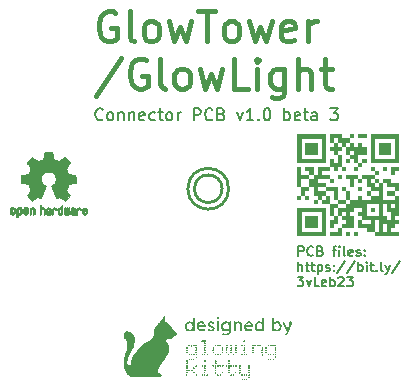
<source format=gbr>
%TF.GenerationSoftware,KiCad,Pcbnew,(6.0.4-0)*%
%TF.CreationDate,2022-06-03T17:21:12+02:00*%
%TF.ProjectId,GlowTower_LED_connector_PCB,476c6f77-546f-4776-9572-5f4c45445f63,rev?*%
%TF.SameCoordinates,Original*%
%TF.FileFunction,Legend,Top*%
%TF.FilePolarity,Positive*%
%FSLAX46Y46*%
G04 Gerber Fmt 4.6, Leading zero omitted, Abs format (unit mm)*
G04 Created by KiCad (PCBNEW (6.0.4-0)) date 2022-06-03 17:21:12*
%MOMM*%
%LPD*%
G01*
G04 APERTURE LIST*
%ADD10C,0.150000*%
%ADD11C,0.400000*%
%ADD12C,0.010000*%
%ADD13C,0.254001*%
G04 APERTURE END LIST*
D10*
X109237976Y-77873904D02*
X109237976Y-77073904D01*
X109542738Y-77073904D01*
X109618928Y-77112000D01*
X109657023Y-77150095D01*
X109695119Y-77226285D01*
X109695119Y-77340571D01*
X109657023Y-77416761D01*
X109618928Y-77454857D01*
X109542738Y-77492952D01*
X109237976Y-77492952D01*
X110495119Y-77797714D02*
X110457023Y-77835809D01*
X110342738Y-77873904D01*
X110266547Y-77873904D01*
X110152261Y-77835809D01*
X110076071Y-77759619D01*
X110037976Y-77683428D01*
X109999880Y-77531047D01*
X109999880Y-77416761D01*
X110037976Y-77264380D01*
X110076071Y-77188190D01*
X110152261Y-77112000D01*
X110266547Y-77073904D01*
X110342738Y-77073904D01*
X110457023Y-77112000D01*
X110495119Y-77150095D01*
X111104642Y-77454857D02*
X111218928Y-77492952D01*
X111257023Y-77531047D01*
X111295119Y-77607238D01*
X111295119Y-77721523D01*
X111257023Y-77797714D01*
X111218928Y-77835809D01*
X111142738Y-77873904D01*
X110837976Y-77873904D01*
X110837976Y-77073904D01*
X111104642Y-77073904D01*
X111180833Y-77112000D01*
X111218928Y-77150095D01*
X111257023Y-77226285D01*
X111257023Y-77302476D01*
X111218928Y-77378666D01*
X111180833Y-77416761D01*
X111104642Y-77454857D01*
X110837976Y-77454857D01*
X112133214Y-77340571D02*
X112437976Y-77340571D01*
X112247500Y-77873904D02*
X112247500Y-77188190D01*
X112285595Y-77112000D01*
X112361785Y-77073904D01*
X112437976Y-77073904D01*
X112704642Y-77873904D02*
X112704642Y-77340571D01*
X112704642Y-77073904D02*
X112666547Y-77112000D01*
X112704642Y-77150095D01*
X112742738Y-77112000D01*
X112704642Y-77073904D01*
X112704642Y-77150095D01*
X113199880Y-77873904D02*
X113123690Y-77835809D01*
X113085595Y-77759619D01*
X113085595Y-77073904D01*
X113809404Y-77835809D02*
X113733214Y-77873904D01*
X113580833Y-77873904D01*
X113504642Y-77835809D01*
X113466547Y-77759619D01*
X113466547Y-77454857D01*
X113504642Y-77378666D01*
X113580833Y-77340571D01*
X113733214Y-77340571D01*
X113809404Y-77378666D01*
X113847500Y-77454857D01*
X113847500Y-77531047D01*
X113466547Y-77607238D01*
X114152261Y-77835809D02*
X114228452Y-77873904D01*
X114380833Y-77873904D01*
X114457023Y-77835809D01*
X114495119Y-77759619D01*
X114495119Y-77721523D01*
X114457023Y-77645333D01*
X114380833Y-77607238D01*
X114266547Y-77607238D01*
X114190357Y-77569142D01*
X114152261Y-77492952D01*
X114152261Y-77454857D01*
X114190357Y-77378666D01*
X114266547Y-77340571D01*
X114380833Y-77340571D01*
X114457023Y-77378666D01*
X114837976Y-77797714D02*
X114876071Y-77835809D01*
X114837976Y-77873904D01*
X114799880Y-77835809D01*
X114837976Y-77797714D01*
X114837976Y-77873904D01*
X114837976Y-77378666D02*
X114876071Y-77416761D01*
X114837976Y-77454857D01*
X114799880Y-77416761D01*
X114837976Y-77378666D01*
X114837976Y-77454857D01*
X109237976Y-79161904D02*
X109237976Y-78361904D01*
X109580833Y-79161904D02*
X109580833Y-78742857D01*
X109542738Y-78666666D01*
X109466547Y-78628571D01*
X109352261Y-78628571D01*
X109276071Y-78666666D01*
X109237976Y-78704761D01*
X109847500Y-78628571D02*
X110152261Y-78628571D01*
X109961785Y-78361904D02*
X109961785Y-79047619D01*
X109999880Y-79123809D01*
X110076071Y-79161904D01*
X110152261Y-79161904D01*
X110304642Y-78628571D02*
X110609404Y-78628571D01*
X110418928Y-78361904D02*
X110418928Y-79047619D01*
X110457023Y-79123809D01*
X110533214Y-79161904D01*
X110609404Y-79161904D01*
X110876071Y-78628571D02*
X110876071Y-79428571D01*
X110876071Y-78666666D02*
X110952261Y-78628571D01*
X111104642Y-78628571D01*
X111180833Y-78666666D01*
X111218928Y-78704761D01*
X111257023Y-78780952D01*
X111257023Y-79009523D01*
X111218928Y-79085714D01*
X111180833Y-79123809D01*
X111104642Y-79161904D01*
X110952261Y-79161904D01*
X110876071Y-79123809D01*
X111561785Y-79123809D02*
X111637976Y-79161904D01*
X111790357Y-79161904D01*
X111866547Y-79123809D01*
X111904642Y-79047619D01*
X111904642Y-79009523D01*
X111866547Y-78933333D01*
X111790357Y-78895238D01*
X111676071Y-78895238D01*
X111599880Y-78857142D01*
X111561785Y-78780952D01*
X111561785Y-78742857D01*
X111599880Y-78666666D01*
X111676071Y-78628571D01*
X111790357Y-78628571D01*
X111866547Y-78666666D01*
X112247500Y-79085714D02*
X112285595Y-79123809D01*
X112247500Y-79161904D01*
X112209404Y-79123809D01*
X112247500Y-79085714D01*
X112247500Y-79161904D01*
X112247500Y-78666666D02*
X112285595Y-78704761D01*
X112247500Y-78742857D01*
X112209404Y-78704761D01*
X112247500Y-78666666D01*
X112247500Y-78742857D01*
X113199880Y-78323809D02*
X112514166Y-79352380D01*
X114037976Y-78323809D02*
X113352261Y-79352380D01*
X114304642Y-79161904D02*
X114304642Y-78361904D01*
X114304642Y-78666666D02*
X114380833Y-78628571D01*
X114533214Y-78628571D01*
X114609404Y-78666666D01*
X114647500Y-78704761D01*
X114685595Y-78780952D01*
X114685595Y-79009523D01*
X114647500Y-79085714D01*
X114609404Y-79123809D01*
X114533214Y-79161904D01*
X114380833Y-79161904D01*
X114304642Y-79123809D01*
X115028452Y-79161904D02*
X115028452Y-78628571D01*
X115028452Y-78361904D02*
X114990357Y-78400000D01*
X115028452Y-78438095D01*
X115066547Y-78400000D01*
X115028452Y-78361904D01*
X115028452Y-78438095D01*
X115295119Y-78628571D02*
X115599880Y-78628571D01*
X115409404Y-78361904D02*
X115409404Y-79047619D01*
X115447500Y-79123809D01*
X115523690Y-79161904D01*
X115599880Y-79161904D01*
X115866547Y-79085714D02*
X115904642Y-79123809D01*
X115866547Y-79161904D01*
X115828452Y-79123809D01*
X115866547Y-79085714D01*
X115866547Y-79161904D01*
X116361785Y-79161904D02*
X116285595Y-79123809D01*
X116247500Y-79047619D01*
X116247500Y-78361904D01*
X116590357Y-78628571D02*
X116780833Y-79161904D01*
X116971309Y-78628571D02*
X116780833Y-79161904D01*
X116704642Y-79352380D01*
X116666547Y-79390476D01*
X116590357Y-79428571D01*
X117847500Y-78323809D02*
X117161785Y-79352380D01*
X109161785Y-79649904D02*
X109657023Y-79649904D01*
X109390357Y-79954666D01*
X109504642Y-79954666D01*
X109580833Y-79992761D01*
X109618928Y-80030857D01*
X109657023Y-80107047D01*
X109657023Y-80297523D01*
X109618928Y-80373714D01*
X109580833Y-80411809D01*
X109504642Y-80449904D01*
X109276071Y-80449904D01*
X109199880Y-80411809D01*
X109161785Y-80373714D01*
X109923690Y-79916571D02*
X110114166Y-80449904D01*
X110304642Y-79916571D01*
X110990357Y-80449904D02*
X110609404Y-80449904D01*
X110609404Y-79649904D01*
X111561785Y-80411809D02*
X111485595Y-80449904D01*
X111333214Y-80449904D01*
X111257023Y-80411809D01*
X111218928Y-80335619D01*
X111218928Y-80030857D01*
X111257023Y-79954666D01*
X111333214Y-79916571D01*
X111485595Y-79916571D01*
X111561785Y-79954666D01*
X111599880Y-80030857D01*
X111599880Y-80107047D01*
X111218928Y-80183238D01*
X111942738Y-80449904D02*
X111942738Y-79649904D01*
X111942738Y-79954666D02*
X112018928Y-79916571D01*
X112171309Y-79916571D01*
X112247500Y-79954666D01*
X112285595Y-79992761D01*
X112323690Y-80068952D01*
X112323690Y-80297523D01*
X112285595Y-80373714D01*
X112247500Y-80411809D01*
X112171309Y-80449904D01*
X112018928Y-80449904D01*
X111942738Y-80411809D01*
X112628452Y-79726095D02*
X112666547Y-79688000D01*
X112742738Y-79649904D01*
X112933214Y-79649904D01*
X113009404Y-79688000D01*
X113047500Y-79726095D01*
X113085595Y-79802285D01*
X113085595Y-79878476D01*
X113047500Y-79992761D01*
X112590357Y-80449904D01*
X113085595Y-80449904D01*
X113352261Y-79649904D02*
X113847500Y-79649904D01*
X113580833Y-79954666D01*
X113695119Y-79954666D01*
X113771309Y-79992761D01*
X113809404Y-80030857D01*
X113847500Y-80107047D01*
X113847500Y-80297523D01*
X113809404Y-80373714D01*
X113771309Y-80411809D01*
X113695119Y-80449904D01*
X113466547Y-80449904D01*
X113390357Y-80411809D01*
X113352261Y-80373714D01*
D11*
X93744761Y-57297500D02*
X93506666Y-57178452D01*
X93149523Y-57178452D01*
X92792380Y-57297500D01*
X92554285Y-57535595D01*
X92435238Y-57773690D01*
X92316190Y-58249880D01*
X92316190Y-58607023D01*
X92435238Y-59083214D01*
X92554285Y-59321309D01*
X92792380Y-59559404D01*
X93149523Y-59678452D01*
X93387619Y-59678452D01*
X93744761Y-59559404D01*
X93863809Y-59440357D01*
X93863809Y-58607023D01*
X93387619Y-58607023D01*
X95292380Y-59678452D02*
X95054285Y-59559404D01*
X94935238Y-59321309D01*
X94935238Y-57178452D01*
X96601904Y-59678452D02*
X96363809Y-59559404D01*
X96244761Y-59440357D01*
X96125714Y-59202261D01*
X96125714Y-58487976D01*
X96244761Y-58249880D01*
X96363809Y-58130833D01*
X96601904Y-58011785D01*
X96959047Y-58011785D01*
X97197142Y-58130833D01*
X97316190Y-58249880D01*
X97435238Y-58487976D01*
X97435238Y-59202261D01*
X97316190Y-59440357D01*
X97197142Y-59559404D01*
X96959047Y-59678452D01*
X96601904Y-59678452D01*
X98268571Y-58011785D02*
X98744761Y-59678452D01*
X99220952Y-58487976D01*
X99697142Y-59678452D01*
X100173333Y-58011785D01*
X100768571Y-57178452D02*
X102197142Y-57178452D01*
X101482857Y-59678452D02*
X101482857Y-57178452D01*
X103387619Y-59678452D02*
X103149523Y-59559404D01*
X103030476Y-59440357D01*
X102911428Y-59202261D01*
X102911428Y-58487976D01*
X103030476Y-58249880D01*
X103149523Y-58130833D01*
X103387619Y-58011785D01*
X103744761Y-58011785D01*
X103982857Y-58130833D01*
X104101904Y-58249880D01*
X104220952Y-58487976D01*
X104220952Y-59202261D01*
X104101904Y-59440357D01*
X103982857Y-59559404D01*
X103744761Y-59678452D01*
X103387619Y-59678452D01*
X105054285Y-58011785D02*
X105530476Y-59678452D01*
X106006666Y-58487976D01*
X106482857Y-59678452D01*
X106959047Y-58011785D01*
X108863809Y-59559404D02*
X108625714Y-59678452D01*
X108149523Y-59678452D01*
X107911428Y-59559404D01*
X107792380Y-59321309D01*
X107792380Y-58368928D01*
X107911428Y-58130833D01*
X108149523Y-58011785D01*
X108625714Y-58011785D01*
X108863809Y-58130833D01*
X108982857Y-58368928D01*
X108982857Y-58607023D01*
X107792380Y-58845119D01*
X110054285Y-59678452D02*
X110054285Y-58011785D01*
X110054285Y-58487976D02*
X110173333Y-58249880D01*
X110292380Y-58130833D01*
X110530476Y-58011785D01*
X110768571Y-58011785D01*
X94220952Y-61084404D02*
X92078095Y-64298690D01*
X96363809Y-61322500D02*
X96125714Y-61203452D01*
X95768571Y-61203452D01*
X95411428Y-61322500D01*
X95173333Y-61560595D01*
X95054285Y-61798690D01*
X94935238Y-62274880D01*
X94935238Y-62632023D01*
X95054285Y-63108214D01*
X95173333Y-63346309D01*
X95411428Y-63584404D01*
X95768571Y-63703452D01*
X96006666Y-63703452D01*
X96363809Y-63584404D01*
X96482857Y-63465357D01*
X96482857Y-62632023D01*
X96006666Y-62632023D01*
X97911428Y-63703452D02*
X97673333Y-63584404D01*
X97554285Y-63346309D01*
X97554285Y-61203452D01*
X99220952Y-63703452D02*
X98982857Y-63584404D01*
X98863809Y-63465357D01*
X98744761Y-63227261D01*
X98744761Y-62512976D01*
X98863809Y-62274880D01*
X98982857Y-62155833D01*
X99220952Y-62036785D01*
X99578095Y-62036785D01*
X99816190Y-62155833D01*
X99935238Y-62274880D01*
X100054285Y-62512976D01*
X100054285Y-63227261D01*
X99935238Y-63465357D01*
X99816190Y-63584404D01*
X99578095Y-63703452D01*
X99220952Y-63703452D01*
X100887619Y-62036785D02*
X101363809Y-63703452D01*
X101840000Y-62512976D01*
X102316190Y-63703452D01*
X102792380Y-62036785D01*
X104935238Y-63703452D02*
X103744761Y-63703452D01*
X103744761Y-61203452D01*
X105768571Y-63703452D02*
X105768571Y-62036785D01*
X105768571Y-61203452D02*
X105649523Y-61322500D01*
X105768571Y-61441547D01*
X105887619Y-61322500D01*
X105768571Y-61203452D01*
X105768571Y-61441547D01*
X108030476Y-62036785D02*
X108030476Y-64060595D01*
X107911428Y-64298690D01*
X107792380Y-64417738D01*
X107554285Y-64536785D01*
X107197142Y-64536785D01*
X106959047Y-64417738D01*
X108030476Y-63584404D02*
X107792380Y-63703452D01*
X107316190Y-63703452D01*
X107078095Y-63584404D01*
X106959047Y-63465357D01*
X106840000Y-63227261D01*
X106840000Y-62512976D01*
X106959047Y-62274880D01*
X107078095Y-62155833D01*
X107316190Y-62036785D01*
X107792380Y-62036785D01*
X108030476Y-62155833D01*
X109220952Y-63703452D02*
X109220952Y-61203452D01*
X110292380Y-63703452D02*
X110292380Y-62393928D01*
X110173333Y-62155833D01*
X109935238Y-62036785D01*
X109578095Y-62036785D01*
X109340000Y-62155833D01*
X109220952Y-62274880D01*
X111125714Y-62036785D02*
X112078095Y-62036785D01*
X111482857Y-61203452D02*
X111482857Y-63346309D01*
X111601904Y-63584404D01*
X111840000Y-63703452D01*
X112078095Y-63703452D01*
D10*
X92667023Y-66297142D02*
X92619404Y-66344761D01*
X92476547Y-66392380D01*
X92381309Y-66392380D01*
X92238452Y-66344761D01*
X92143214Y-66249523D01*
X92095595Y-66154285D01*
X92047976Y-65963809D01*
X92047976Y-65820952D01*
X92095595Y-65630476D01*
X92143214Y-65535238D01*
X92238452Y-65440000D01*
X92381309Y-65392380D01*
X92476547Y-65392380D01*
X92619404Y-65440000D01*
X92667023Y-65487619D01*
X93238452Y-66392380D02*
X93143214Y-66344761D01*
X93095595Y-66297142D01*
X93047976Y-66201904D01*
X93047976Y-65916190D01*
X93095595Y-65820952D01*
X93143214Y-65773333D01*
X93238452Y-65725714D01*
X93381309Y-65725714D01*
X93476547Y-65773333D01*
X93524166Y-65820952D01*
X93571785Y-65916190D01*
X93571785Y-66201904D01*
X93524166Y-66297142D01*
X93476547Y-66344761D01*
X93381309Y-66392380D01*
X93238452Y-66392380D01*
X94000357Y-65725714D02*
X94000357Y-66392380D01*
X94000357Y-65820952D02*
X94047976Y-65773333D01*
X94143214Y-65725714D01*
X94286071Y-65725714D01*
X94381309Y-65773333D01*
X94428928Y-65868571D01*
X94428928Y-66392380D01*
X94905119Y-65725714D02*
X94905119Y-66392380D01*
X94905119Y-65820952D02*
X94952738Y-65773333D01*
X95047976Y-65725714D01*
X95190833Y-65725714D01*
X95286071Y-65773333D01*
X95333690Y-65868571D01*
X95333690Y-66392380D01*
X96190833Y-66344761D02*
X96095595Y-66392380D01*
X95905119Y-66392380D01*
X95809880Y-66344761D01*
X95762261Y-66249523D01*
X95762261Y-65868571D01*
X95809880Y-65773333D01*
X95905119Y-65725714D01*
X96095595Y-65725714D01*
X96190833Y-65773333D01*
X96238452Y-65868571D01*
X96238452Y-65963809D01*
X95762261Y-66059047D01*
X97095595Y-66344761D02*
X97000357Y-66392380D01*
X96809880Y-66392380D01*
X96714642Y-66344761D01*
X96667023Y-66297142D01*
X96619404Y-66201904D01*
X96619404Y-65916190D01*
X96667023Y-65820952D01*
X96714642Y-65773333D01*
X96809880Y-65725714D01*
X97000357Y-65725714D01*
X97095595Y-65773333D01*
X97381309Y-65725714D02*
X97762261Y-65725714D01*
X97524166Y-65392380D02*
X97524166Y-66249523D01*
X97571785Y-66344761D01*
X97667023Y-66392380D01*
X97762261Y-66392380D01*
X98238452Y-66392380D02*
X98143214Y-66344761D01*
X98095595Y-66297142D01*
X98047976Y-66201904D01*
X98047976Y-65916190D01*
X98095595Y-65820952D01*
X98143214Y-65773333D01*
X98238452Y-65725714D01*
X98381309Y-65725714D01*
X98476547Y-65773333D01*
X98524166Y-65820952D01*
X98571785Y-65916190D01*
X98571785Y-66201904D01*
X98524166Y-66297142D01*
X98476547Y-66344761D01*
X98381309Y-66392380D01*
X98238452Y-66392380D01*
X99000357Y-66392380D02*
X99000357Y-65725714D01*
X99000357Y-65916190D02*
X99047976Y-65820952D01*
X99095595Y-65773333D01*
X99190833Y-65725714D01*
X99286071Y-65725714D01*
X100381309Y-66392380D02*
X100381309Y-65392380D01*
X100762261Y-65392380D01*
X100857500Y-65440000D01*
X100905119Y-65487619D01*
X100952738Y-65582857D01*
X100952738Y-65725714D01*
X100905119Y-65820952D01*
X100857500Y-65868571D01*
X100762261Y-65916190D01*
X100381309Y-65916190D01*
X101952738Y-66297142D02*
X101905119Y-66344761D01*
X101762261Y-66392380D01*
X101667023Y-66392380D01*
X101524166Y-66344761D01*
X101428928Y-66249523D01*
X101381309Y-66154285D01*
X101333690Y-65963809D01*
X101333690Y-65820952D01*
X101381309Y-65630476D01*
X101428928Y-65535238D01*
X101524166Y-65440000D01*
X101667023Y-65392380D01*
X101762261Y-65392380D01*
X101905119Y-65440000D01*
X101952738Y-65487619D01*
X102714642Y-65868571D02*
X102857500Y-65916190D01*
X102905119Y-65963809D01*
X102952738Y-66059047D01*
X102952738Y-66201904D01*
X102905119Y-66297142D01*
X102857500Y-66344761D01*
X102762261Y-66392380D01*
X102381309Y-66392380D01*
X102381309Y-65392380D01*
X102714642Y-65392380D01*
X102809880Y-65440000D01*
X102857500Y-65487619D01*
X102905119Y-65582857D01*
X102905119Y-65678095D01*
X102857500Y-65773333D01*
X102809880Y-65820952D01*
X102714642Y-65868571D01*
X102381309Y-65868571D01*
X104047976Y-65725714D02*
X104286071Y-66392380D01*
X104524166Y-65725714D01*
X105428928Y-66392380D02*
X104857500Y-66392380D01*
X105143214Y-66392380D02*
X105143214Y-65392380D01*
X105047976Y-65535238D01*
X104952738Y-65630476D01*
X104857500Y-65678095D01*
X105857500Y-66297142D02*
X105905119Y-66344761D01*
X105857500Y-66392380D01*
X105809880Y-66344761D01*
X105857500Y-66297142D01*
X105857500Y-66392380D01*
X106524166Y-65392380D02*
X106619404Y-65392380D01*
X106714642Y-65440000D01*
X106762261Y-65487619D01*
X106809880Y-65582857D01*
X106857500Y-65773333D01*
X106857500Y-66011428D01*
X106809880Y-66201904D01*
X106762261Y-66297142D01*
X106714642Y-66344761D01*
X106619404Y-66392380D01*
X106524166Y-66392380D01*
X106428928Y-66344761D01*
X106381309Y-66297142D01*
X106333690Y-66201904D01*
X106286071Y-66011428D01*
X106286071Y-65773333D01*
X106333690Y-65582857D01*
X106381309Y-65487619D01*
X106428928Y-65440000D01*
X106524166Y-65392380D01*
X108047976Y-66392380D02*
X108047976Y-65392380D01*
X108047976Y-65773333D02*
X108143214Y-65725714D01*
X108333690Y-65725714D01*
X108428928Y-65773333D01*
X108476547Y-65820952D01*
X108524166Y-65916190D01*
X108524166Y-66201904D01*
X108476547Y-66297142D01*
X108428928Y-66344761D01*
X108333690Y-66392380D01*
X108143214Y-66392380D01*
X108047976Y-66344761D01*
X109333690Y-66344761D02*
X109238452Y-66392380D01*
X109047976Y-66392380D01*
X108952738Y-66344761D01*
X108905119Y-66249523D01*
X108905119Y-65868571D01*
X108952738Y-65773333D01*
X109047976Y-65725714D01*
X109238452Y-65725714D01*
X109333690Y-65773333D01*
X109381309Y-65868571D01*
X109381309Y-65963809D01*
X108905119Y-66059047D01*
X109667023Y-65725714D02*
X110047976Y-65725714D01*
X109809880Y-65392380D02*
X109809880Y-66249523D01*
X109857500Y-66344761D01*
X109952738Y-66392380D01*
X110047976Y-66392380D01*
X110809880Y-66392380D02*
X110809880Y-65868571D01*
X110762261Y-65773333D01*
X110667023Y-65725714D01*
X110476547Y-65725714D01*
X110381309Y-65773333D01*
X110809880Y-66344761D02*
X110714642Y-66392380D01*
X110476547Y-66392380D01*
X110381309Y-66344761D01*
X110333690Y-66249523D01*
X110333690Y-66154285D01*
X110381309Y-66059047D01*
X110476547Y-66011428D01*
X110714642Y-66011428D01*
X110809880Y-65963809D01*
X111952738Y-65392380D02*
X112571785Y-65392380D01*
X112238452Y-65773333D01*
X112381309Y-65773333D01*
X112476547Y-65820952D01*
X112524166Y-65868571D01*
X112571785Y-65963809D01*
X112571785Y-66201904D01*
X112524166Y-66297142D01*
X112476547Y-66344761D01*
X112381309Y-66392380D01*
X112095595Y-66392380D01*
X112000357Y-66344761D01*
X111952738Y-66297142D01*
%TO.C,OSHW logo*%
G36*
X88173910Y-69072348D02*
G01*
X88252454Y-69072778D01*
X88309298Y-69073942D01*
X88348105Y-69076207D01*
X88372538Y-69079940D01*
X88386262Y-69085506D01*
X88392940Y-69093273D01*
X88396236Y-69103605D01*
X88396556Y-69104943D01*
X88401562Y-69129079D01*
X88410829Y-69176701D01*
X88423392Y-69242741D01*
X88438287Y-69322128D01*
X88454551Y-69409796D01*
X88455119Y-69412875D01*
X88471410Y-69498789D01*
X88486652Y-69574696D01*
X88499861Y-69636045D01*
X88510054Y-69678282D01*
X88516248Y-69696855D01*
X88516543Y-69697184D01*
X88534788Y-69706253D01*
X88572405Y-69721367D01*
X88621271Y-69739262D01*
X88621543Y-69739358D01*
X88683093Y-69762493D01*
X88755657Y-69791965D01*
X88824057Y-69821597D01*
X88827294Y-69823062D01*
X88938702Y-69873626D01*
X89185399Y-69705160D01*
X89261077Y-69653803D01*
X89329631Y-69607889D01*
X89387088Y-69570030D01*
X89429476Y-69542837D01*
X89452825Y-69528921D01*
X89455042Y-69527889D01*
X89472010Y-69532484D01*
X89503701Y-69554655D01*
X89551352Y-69595447D01*
X89616198Y-69655905D01*
X89682397Y-69720227D01*
X89746214Y-69783612D01*
X89803329Y-69841451D01*
X89850305Y-69890175D01*
X89883703Y-69926210D01*
X89900085Y-69945984D01*
X89900694Y-69947002D01*
X89902505Y-69960572D01*
X89895683Y-69982733D01*
X89878540Y-70016478D01*
X89849393Y-70064800D01*
X89806555Y-70130692D01*
X89749448Y-70215517D01*
X89698766Y-70290177D01*
X89653461Y-70357140D01*
X89616150Y-70412516D01*
X89589452Y-70452420D01*
X89575985Y-70472962D01*
X89575137Y-70474356D01*
X89576781Y-70494038D01*
X89589245Y-70532293D01*
X89610048Y-70581889D01*
X89617462Y-70597728D01*
X89649814Y-70668290D01*
X89684328Y-70748353D01*
X89712365Y-70817629D01*
X89732568Y-70869045D01*
X89748615Y-70908119D01*
X89757888Y-70928541D01*
X89759041Y-70930114D01*
X89776096Y-70932721D01*
X89816298Y-70939863D01*
X89874302Y-70950523D01*
X89944763Y-70963685D01*
X90022335Y-70978333D01*
X90101672Y-70993449D01*
X90177431Y-71008018D01*
X90244264Y-71021022D01*
X90296828Y-71031445D01*
X90329776Y-71038270D01*
X90337857Y-71040199D01*
X90346205Y-71044962D01*
X90352506Y-71055718D01*
X90357045Y-71076098D01*
X90360104Y-71109734D01*
X90361967Y-71160255D01*
X90362918Y-71231292D01*
X90363240Y-71326476D01*
X90363257Y-71365492D01*
X90363257Y-71682799D01*
X90287057Y-71697839D01*
X90244663Y-71705995D01*
X90181400Y-71717899D01*
X90104962Y-71732116D01*
X90023043Y-71747210D01*
X90000400Y-71751355D01*
X89924806Y-71766053D01*
X89858953Y-71780505D01*
X89808366Y-71793375D01*
X89778574Y-71803322D01*
X89773612Y-71806287D01*
X89761426Y-71827283D01*
X89743953Y-71867967D01*
X89724577Y-71920322D01*
X89720734Y-71931600D01*
X89695339Y-72001523D01*
X89663817Y-72080418D01*
X89632969Y-72151266D01*
X89632817Y-72151595D01*
X89581447Y-72262733D01*
X89750399Y-72511253D01*
X89919352Y-72759772D01*
X89702429Y-72977058D01*
X89636819Y-73041726D01*
X89576979Y-73098733D01*
X89526267Y-73145033D01*
X89488046Y-73177584D01*
X89465675Y-73193343D01*
X89462466Y-73194343D01*
X89443626Y-73186469D01*
X89405180Y-73164578D01*
X89351330Y-73131267D01*
X89286276Y-73089131D01*
X89215940Y-73041943D01*
X89144555Y-72993810D01*
X89080908Y-72951928D01*
X89029041Y-72918871D01*
X88992995Y-72897218D01*
X88976867Y-72889543D01*
X88957189Y-72896037D01*
X88919875Y-72913150D01*
X88872621Y-72937326D01*
X88867612Y-72940013D01*
X88803977Y-72971927D01*
X88760341Y-72987579D01*
X88733202Y-72987745D01*
X88719057Y-72973204D01*
X88718975Y-72973000D01*
X88711905Y-72955779D01*
X88695042Y-72914899D01*
X88669695Y-72853525D01*
X88637171Y-72774819D01*
X88598778Y-72681947D01*
X88555822Y-72578072D01*
X88514222Y-72477502D01*
X88468504Y-72366516D01*
X88426526Y-72263703D01*
X88389548Y-72172215D01*
X88358827Y-72095201D01*
X88335622Y-72035815D01*
X88321190Y-71997209D01*
X88316743Y-71982800D01*
X88327896Y-71966272D01*
X88357069Y-71939930D01*
X88395971Y-71910887D01*
X88506757Y-71819039D01*
X88593351Y-71713759D01*
X88654716Y-71597266D01*
X88689815Y-71471776D01*
X88697608Y-71339507D01*
X88691943Y-71278457D01*
X88661078Y-71151795D01*
X88607920Y-71039941D01*
X88535767Y-70944001D01*
X88447917Y-70865076D01*
X88347665Y-70804270D01*
X88238310Y-70762687D01*
X88123147Y-70741428D01*
X88005475Y-70741599D01*
X87888590Y-70764301D01*
X87775789Y-70810638D01*
X87670369Y-70881713D01*
X87626368Y-70921911D01*
X87541979Y-71025129D01*
X87483222Y-71137925D01*
X87449704Y-71257010D01*
X87441035Y-71379095D01*
X87456823Y-71500893D01*
X87496678Y-71619116D01*
X87560207Y-71730475D01*
X87647021Y-71831684D01*
X87744029Y-71910887D01*
X87784437Y-71941162D01*
X87812982Y-71967219D01*
X87823257Y-71982825D01*
X87817877Y-71999843D01*
X87802575Y-72040500D01*
X87778612Y-72101642D01*
X87747244Y-72180119D01*
X87709732Y-72272780D01*
X87667333Y-72376472D01*
X87625663Y-72477526D01*
X87579690Y-72588607D01*
X87537107Y-72691541D01*
X87499221Y-72783165D01*
X87467340Y-72860316D01*
X87442771Y-72919831D01*
X87426820Y-72958544D01*
X87420910Y-72973000D01*
X87406948Y-72987685D01*
X87379940Y-72987642D01*
X87336413Y-72972099D01*
X87272890Y-72940284D01*
X87272388Y-72940013D01*
X87224560Y-72915323D01*
X87185897Y-72897338D01*
X87164095Y-72889614D01*
X87163133Y-72889543D01*
X87146721Y-72897378D01*
X87110487Y-72919165D01*
X87058474Y-72952328D01*
X86994725Y-72994291D01*
X86924060Y-73041943D01*
X86852116Y-73090191D01*
X86787274Y-73132151D01*
X86733735Y-73165227D01*
X86695697Y-73186821D01*
X86677533Y-73194343D01*
X86660808Y-73184457D01*
X86627180Y-73156826D01*
X86580010Y-73114495D01*
X86522658Y-73060505D01*
X86458484Y-72997899D01*
X86437497Y-72976983D01*
X86220499Y-72759623D01*
X86385668Y-72517220D01*
X86435864Y-72442781D01*
X86479919Y-72375972D01*
X86515362Y-72320665D01*
X86539719Y-72280729D01*
X86550522Y-72260036D01*
X86550838Y-72258563D01*
X86545143Y-72239058D01*
X86529826Y-72199822D01*
X86507537Y-72147430D01*
X86491893Y-72112355D01*
X86462641Y-72045201D01*
X86435094Y-71977358D01*
X86413737Y-71920034D01*
X86407935Y-71902572D01*
X86391452Y-71855938D01*
X86375340Y-71819905D01*
X86366490Y-71806287D01*
X86346960Y-71797952D01*
X86304334Y-71786137D01*
X86244145Y-71772181D01*
X86171922Y-71757422D01*
X86139600Y-71751355D01*
X86057522Y-71736273D01*
X85978795Y-71721669D01*
X85911109Y-71708980D01*
X85862160Y-71699642D01*
X85852943Y-71697839D01*
X85776743Y-71682799D01*
X85776743Y-71365492D01*
X85776914Y-71261154D01*
X85777616Y-71182213D01*
X85779134Y-71125038D01*
X85781749Y-71085999D01*
X85785746Y-71061465D01*
X85791409Y-71047805D01*
X85799020Y-71041389D01*
X85802143Y-71040199D01*
X85820978Y-71035980D01*
X85862588Y-71027562D01*
X85921630Y-71015961D01*
X85992757Y-71002195D01*
X86070625Y-70987280D01*
X86149887Y-70972232D01*
X86225198Y-70958069D01*
X86291213Y-70945806D01*
X86342587Y-70936461D01*
X86373975Y-70931050D01*
X86380959Y-70930114D01*
X86387285Y-70917596D01*
X86401290Y-70884246D01*
X86420355Y-70836377D01*
X86427634Y-70817629D01*
X86456996Y-70745195D01*
X86491571Y-70665170D01*
X86522537Y-70597728D01*
X86545323Y-70546159D01*
X86560482Y-70503785D01*
X86565542Y-70477834D01*
X86564736Y-70474356D01*
X86554041Y-70457936D01*
X86529620Y-70421417D01*
X86494095Y-70368687D01*
X86450087Y-70303635D01*
X86400217Y-70230151D01*
X86390356Y-70215645D01*
X86332492Y-70129704D01*
X86289956Y-70064261D01*
X86261054Y-70016304D01*
X86244090Y-69982820D01*
X86237367Y-69960795D01*
X86239190Y-69947217D01*
X86239236Y-69947131D01*
X86253586Y-69929297D01*
X86285323Y-69894817D01*
X86331010Y-69847268D01*
X86387204Y-69790222D01*
X86450468Y-69727255D01*
X86457602Y-69720227D01*
X86537330Y-69643020D01*
X86598857Y-69586330D01*
X86643421Y-69549110D01*
X86672257Y-69530315D01*
X86684958Y-69527889D01*
X86703494Y-69538471D01*
X86741961Y-69562916D01*
X86796386Y-69598612D01*
X86862798Y-69642947D01*
X86937225Y-69693311D01*
X86954601Y-69705160D01*
X87201297Y-69873626D01*
X87312706Y-69823062D01*
X87380457Y-69793595D01*
X87453183Y-69763959D01*
X87515703Y-69740330D01*
X87518457Y-69739358D01*
X87567360Y-69721457D01*
X87605057Y-69706320D01*
X87623425Y-69697210D01*
X87623456Y-69697184D01*
X87629285Y-69680717D01*
X87639192Y-69640219D01*
X87652195Y-69580242D01*
X87667309Y-69505340D01*
X87683552Y-69420064D01*
X87684881Y-69412875D01*
X87701175Y-69325014D01*
X87716133Y-69245260D01*
X87728791Y-69178681D01*
X87738186Y-69130347D01*
X87743354Y-69105325D01*
X87743444Y-69104943D01*
X87746589Y-69094299D01*
X87752704Y-69086262D01*
X87765453Y-69080467D01*
X87788500Y-69076547D01*
X87825509Y-69074135D01*
X87880144Y-69072865D01*
X87956067Y-69072371D01*
X88056944Y-69072286D01*
X88070000Y-69072286D01*
X88173910Y-69072348D01*
G37*
D12*
X88173910Y-69072348D02*
X88252454Y-69072778D01*
X88309298Y-69073942D01*
X88348105Y-69076207D01*
X88372538Y-69079940D01*
X88386262Y-69085506D01*
X88392940Y-69093273D01*
X88396236Y-69103605D01*
X88396556Y-69104943D01*
X88401562Y-69129079D01*
X88410829Y-69176701D01*
X88423392Y-69242741D01*
X88438287Y-69322128D01*
X88454551Y-69409796D01*
X88455119Y-69412875D01*
X88471410Y-69498789D01*
X88486652Y-69574696D01*
X88499861Y-69636045D01*
X88510054Y-69678282D01*
X88516248Y-69696855D01*
X88516543Y-69697184D01*
X88534788Y-69706253D01*
X88572405Y-69721367D01*
X88621271Y-69739262D01*
X88621543Y-69739358D01*
X88683093Y-69762493D01*
X88755657Y-69791965D01*
X88824057Y-69821597D01*
X88827294Y-69823062D01*
X88938702Y-69873626D01*
X89185399Y-69705160D01*
X89261077Y-69653803D01*
X89329631Y-69607889D01*
X89387088Y-69570030D01*
X89429476Y-69542837D01*
X89452825Y-69528921D01*
X89455042Y-69527889D01*
X89472010Y-69532484D01*
X89503701Y-69554655D01*
X89551352Y-69595447D01*
X89616198Y-69655905D01*
X89682397Y-69720227D01*
X89746214Y-69783612D01*
X89803329Y-69841451D01*
X89850305Y-69890175D01*
X89883703Y-69926210D01*
X89900085Y-69945984D01*
X89900694Y-69947002D01*
X89902505Y-69960572D01*
X89895683Y-69982733D01*
X89878540Y-70016478D01*
X89849393Y-70064800D01*
X89806555Y-70130692D01*
X89749448Y-70215517D01*
X89698766Y-70290177D01*
X89653461Y-70357140D01*
X89616150Y-70412516D01*
X89589452Y-70452420D01*
X89575985Y-70472962D01*
X89575137Y-70474356D01*
X89576781Y-70494038D01*
X89589245Y-70532293D01*
X89610048Y-70581889D01*
X89617462Y-70597728D01*
X89649814Y-70668290D01*
X89684328Y-70748353D01*
X89712365Y-70817629D01*
X89732568Y-70869045D01*
X89748615Y-70908119D01*
X89757888Y-70928541D01*
X89759041Y-70930114D01*
X89776096Y-70932721D01*
X89816298Y-70939863D01*
X89874302Y-70950523D01*
X89944763Y-70963685D01*
X90022335Y-70978333D01*
X90101672Y-70993449D01*
X90177431Y-71008018D01*
X90244264Y-71021022D01*
X90296828Y-71031445D01*
X90329776Y-71038270D01*
X90337857Y-71040199D01*
X90346205Y-71044962D01*
X90352506Y-71055718D01*
X90357045Y-71076098D01*
X90360104Y-71109734D01*
X90361967Y-71160255D01*
X90362918Y-71231292D01*
X90363240Y-71326476D01*
X90363257Y-71365492D01*
X90363257Y-71682799D01*
X90287057Y-71697839D01*
X90244663Y-71705995D01*
X90181400Y-71717899D01*
X90104962Y-71732116D01*
X90023043Y-71747210D01*
X90000400Y-71751355D01*
X89924806Y-71766053D01*
X89858953Y-71780505D01*
X89808366Y-71793375D01*
X89778574Y-71803322D01*
X89773612Y-71806287D01*
X89761426Y-71827283D01*
X89743953Y-71867967D01*
X89724577Y-71920322D01*
X89720734Y-71931600D01*
X89695339Y-72001523D01*
X89663817Y-72080418D01*
X89632969Y-72151266D01*
X89632817Y-72151595D01*
X89581447Y-72262733D01*
X89750399Y-72511253D01*
X89919352Y-72759772D01*
X89702429Y-72977058D01*
X89636819Y-73041726D01*
X89576979Y-73098733D01*
X89526267Y-73145033D01*
X89488046Y-73177584D01*
X89465675Y-73193343D01*
X89462466Y-73194343D01*
X89443626Y-73186469D01*
X89405180Y-73164578D01*
X89351330Y-73131267D01*
X89286276Y-73089131D01*
X89215940Y-73041943D01*
X89144555Y-72993810D01*
X89080908Y-72951928D01*
X89029041Y-72918871D01*
X88992995Y-72897218D01*
X88976867Y-72889543D01*
X88957189Y-72896037D01*
X88919875Y-72913150D01*
X88872621Y-72937326D01*
X88867612Y-72940013D01*
X88803977Y-72971927D01*
X88760341Y-72987579D01*
X88733202Y-72987745D01*
X88719057Y-72973204D01*
X88718975Y-72973000D01*
X88711905Y-72955779D01*
X88695042Y-72914899D01*
X88669695Y-72853525D01*
X88637171Y-72774819D01*
X88598778Y-72681947D01*
X88555822Y-72578072D01*
X88514222Y-72477502D01*
X88468504Y-72366516D01*
X88426526Y-72263703D01*
X88389548Y-72172215D01*
X88358827Y-72095201D01*
X88335622Y-72035815D01*
X88321190Y-71997209D01*
X88316743Y-71982800D01*
X88327896Y-71966272D01*
X88357069Y-71939930D01*
X88395971Y-71910887D01*
X88506757Y-71819039D01*
X88593351Y-71713759D01*
X88654716Y-71597266D01*
X88689815Y-71471776D01*
X88697608Y-71339507D01*
X88691943Y-71278457D01*
X88661078Y-71151795D01*
X88607920Y-71039941D01*
X88535767Y-70944001D01*
X88447917Y-70865076D01*
X88347665Y-70804270D01*
X88238310Y-70762687D01*
X88123147Y-70741428D01*
X88005475Y-70741599D01*
X87888590Y-70764301D01*
X87775789Y-70810638D01*
X87670369Y-70881713D01*
X87626368Y-70921911D01*
X87541979Y-71025129D01*
X87483222Y-71137925D01*
X87449704Y-71257010D01*
X87441035Y-71379095D01*
X87456823Y-71500893D01*
X87496678Y-71619116D01*
X87560207Y-71730475D01*
X87647021Y-71831684D01*
X87744029Y-71910887D01*
X87784437Y-71941162D01*
X87812982Y-71967219D01*
X87823257Y-71982825D01*
X87817877Y-71999843D01*
X87802575Y-72040500D01*
X87778612Y-72101642D01*
X87747244Y-72180119D01*
X87709732Y-72272780D01*
X87667333Y-72376472D01*
X87625663Y-72477526D01*
X87579690Y-72588607D01*
X87537107Y-72691541D01*
X87499221Y-72783165D01*
X87467340Y-72860316D01*
X87442771Y-72919831D01*
X87426820Y-72958544D01*
X87420910Y-72973000D01*
X87406948Y-72987685D01*
X87379940Y-72987642D01*
X87336413Y-72972099D01*
X87272890Y-72940284D01*
X87272388Y-72940013D01*
X87224560Y-72915323D01*
X87185897Y-72897338D01*
X87164095Y-72889614D01*
X87163133Y-72889543D01*
X87146721Y-72897378D01*
X87110487Y-72919165D01*
X87058474Y-72952328D01*
X86994725Y-72994291D01*
X86924060Y-73041943D01*
X86852116Y-73090191D01*
X86787274Y-73132151D01*
X86733735Y-73165227D01*
X86695697Y-73186821D01*
X86677533Y-73194343D01*
X86660808Y-73184457D01*
X86627180Y-73156826D01*
X86580010Y-73114495D01*
X86522658Y-73060505D01*
X86458484Y-72997899D01*
X86437497Y-72976983D01*
X86220499Y-72759623D01*
X86385668Y-72517220D01*
X86435864Y-72442781D01*
X86479919Y-72375972D01*
X86515362Y-72320665D01*
X86539719Y-72280729D01*
X86550522Y-72260036D01*
X86550838Y-72258563D01*
X86545143Y-72239058D01*
X86529826Y-72199822D01*
X86507537Y-72147430D01*
X86491893Y-72112355D01*
X86462641Y-72045201D01*
X86435094Y-71977358D01*
X86413737Y-71920034D01*
X86407935Y-71902572D01*
X86391452Y-71855938D01*
X86375340Y-71819905D01*
X86366490Y-71806287D01*
X86346960Y-71797952D01*
X86304334Y-71786137D01*
X86244145Y-71772181D01*
X86171922Y-71757422D01*
X86139600Y-71751355D01*
X86057522Y-71736273D01*
X85978795Y-71721669D01*
X85911109Y-71708980D01*
X85862160Y-71699642D01*
X85852943Y-71697839D01*
X85776743Y-71682799D01*
X85776743Y-71365492D01*
X85776914Y-71261154D01*
X85777616Y-71182213D01*
X85779134Y-71125038D01*
X85781749Y-71085999D01*
X85785746Y-71061465D01*
X85791409Y-71047805D01*
X85799020Y-71041389D01*
X85802143Y-71040199D01*
X85820978Y-71035980D01*
X85862588Y-71027562D01*
X85921630Y-71015961D01*
X85992757Y-71002195D01*
X86070625Y-70987280D01*
X86149887Y-70972232D01*
X86225198Y-70958069D01*
X86291213Y-70945806D01*
X86342587Y-70936461D01*
X86373975Y-70931050D01*
X86380959Y-70930114D01*
X86387285Y-70917596D01*
X86401290Y-70884246D01*
X86420355Y-70836377D01*
X86427634Y-70817629D01*
X86456996Y-70745195D01*
X86491571Y-70665170D01*
X86522537Y-70597728D01*
X86545323Y-70546159D01*
X86560482Y-70503785D01*
X86565542Y-70477834D01*
X86564736Y-70474356D01*
X86554041Y-70457936D01*
X86529620Y-70421417D01*
X86494095Y-70368687D01*
X86450087Y-70303635D01*
X86400217Y-70230151D01*
X86390356Y-70215645D01*
X86332492Y-70129704D01*
X86289956Y-70064261D01*
X86261054Y-70016304D01*
X86244090Y-69982820D01*
X86237367Y-69960795D01*
X86239190Y-69947217D01*
X86239236Y-69947131D01*
X86253586Y-69929297D01*
X86285323Y-69894817D01*
X86331010Y-69847268D01*
X86387204Y-69790222D01*
X86450468Y-69727255D01*
X86457602Y-69720227D01*
X86537330Y-69643020D01*
X86598857Y-69586330D01*
X86643421Y-69549110D01*
X86672257Y-69530315D01*
X86684958Y-69527889D01*
X86703494Y-69538471D01*
X86741961Y-69562916D01*
X86796386Y-69598612D01*
X86862798Y-69642947D01*
X86937225Y-69693311D01*
X86954601Y-69705160D01*
X87201297Y-69873626D01*
X87312706Y-69823062D01*
X87380457Y-69793595D01*
X87453183Y-69763959D01*
X87515703Y-69740330D01*
X87518457Y-69739358D01*
X87567360Y-69721457D01*
X87605057Y-69706320D01*
X87623425Y-69697210D01*
X87623456Y-69697184D01*
X87629285Y-69680717D01*
X87639192Y-69640219D01*
X87652195Y-69580242D01*
X87667309Y-69505340D01*
X87683552Y-69420064D01*
X87684881Y-69412875D01*
X87701175Y-69325014D01*
X87716133Y-69245260D01*
X87728791Y-69178681D01*
X87738186Y-69130347D01*
X87743354Y-69105325D01*
X87743444Y-69104943D01*
X87746589Y-69094299D01*
X87752704Y-69086262D01*
X87765453Y-69080467D01*
X87788500Y-69076547D01*
X87825509Y-69074135D01*
X87880144Y-69072865D01*
X87956067Y-69072371D01*
X88056944Y-69072286D01*
X88070000Y-69072286D01*
X88173910Y-69072348D01*
G36*
X90938196Y-73925384D02*
G01*
X90951884Y-73876695D01*
X90974096Y-73840849D01*
X91006574Y-73812513D01*
X91020733Y-73803355D01*
X91085053Y-73779507D01*
X91155473Y-73778006D01*
X91223595Y-73796966D01*
X91281021Y-73834497D01*
X91308719Y-73868096D01*
X91330662Y-73929064D01*
X91332405Y-73977308D01*
X91328457Y-74041816D01*
X91179686Y-74106934D01*
X91107349Y-74140202D01*
X91060084Y-74166964D01*
X91035507Y-74190144D01*
X91031237Y-74212667D01*
X91044889Y-74237455D01*
X91059943Y-74253886D01*
X91103746Y-74280235D01*
X91151389Y-74282081D01*
X91195145Y-74261546D01*
X91227289Y-74220752D01*
X91233038Y-74206347D01*
X91260576Y-74161356D01*
X91292258Y-74142182D01*
X91335714Y-74125779D01*
X91335714Y-74187966D01*
X91331872Y-74230283D01*
X91316823Y-74265969D01*
X91285280Y-74306943D01*
X91280592Y-74312267D01*
X91245506Y-74348720D01*
X91215347Y-74368283D01*
X91177615Y-74377283D01*
X91146335Y-74380230D01*
X91090385Y-74380965D01*
X91050555Y-74371660D01*
X91025708Y-74357846D01*
X90986656Y-74327467D01*
X90959625Y-74294613D01*
X90942517Y-74253294D01*
X90933238Y-74197521D01*
X90929693Y-74121305D01*
X90929410Y-74082622D01*
X90930372Y-74036247D01*
X91018007Y-74036247D01*
X91019023Y-74061126D01*
X91021556Y-74065200D01*
X91038274Y-74059665D01*
X91074249Y-74045017D01*
X91122331Y-74024190D01*
X91132386Y-74019714D01*
X91193152Y-73988814D01*
X91226632Y-73961657D01*
X91233990Y-73936220D01*
X91216391Y-73910481D01*
X91201856Y-73899109D01*
X91149410Y-73876364D01*
X91100322Y-73880122D01*
X91059227Y-73907884D01*
X91030758Y-73957152D01*
X91021631Y-73996257D01*
X91018007Y-74036247D01*
X90930372Y-74036247D01*
X90931285Y-73992249D01*
X90938196Y-73925384D01*
G37*
X90938196Y-73925384D02*
X90951884Y-73876695D01*
X90974096Y-73840849D01*
X91006574Y-73812513D01*
X91020733Y-73803355D01*
X91085053Y-73779507D01*
X91155473Y-73778006D01*
X91223595Y-73796966D01*
X91281021Y-73834497D01*
X91308719Y-73868096D01*
X91330662Y-73929064D01*
X91332405Y-73977308D01*
X91328457Y-74041816D01*
X91179686Y-74106934D01*
X91107349Y-74140202D01*
X91060084Y-74166964D01*
X91035507Y-74190144D01*
X91031237Y-74212667D01*
X91044889Y-74237455D01*
X91059943Y-74253886D01*
X91103746Y-74280235D01*
X91151389Y-74282081D01*
X91195145Y-74261546D01*
X91227289Y-74220752D01*
X91233038Y-74206347D01*
X91260576Y-74161356D01*
X91292258Y-74142182D01*
X91335714Y-74125779D01*
X91335714Y-74187966D01*
X91331872Y-74230283D01*
X91316823Y-74265969D01*
X91285280Y-74306943D01*
X91280592Y-74312267D01*
X91245506Y-74348720D01*
X91215347Y-74368283D01*
X91177615Y-74377283D01*
X91146335Y-74380230D01*
X91090385Y-74380965D01*
X91050555Y-74371660D01*
X91025708Y-74357846D01*
X90986656Y-74327467D01*
X90959625Y-74294613D01*
X90942517Y-74253294D01*
X90933238Y-74197521D01*
X90929693Y-74121305D01*
X90929410Y-74082622D01*
X90930372Y-74036247D01*
X91018007Y-74036247D01*
X91019023Y-74061126D01*
X91021556Y-74065200D01*
X91038274Y-74059665D01*
X91074249Y-74045017D01*
X91122331Y-74024190D01*
X91132386Y-74019714D01*
X91193152Y-73988814D01*
X91226632Y-73961657D01*
X91233990Y-73936220D01*
X91216391Y-73910481D01*
X91201856Y-73899109D01*
X91149410Y-73876364D01*
X91100322Y-73880122D01*
X91059227Y-73907884D01*
X91030758Y-73957152D01*
X91021631Y-73996257D01*
X91018007Y-74036247D01*
X90930372Y-74036247D01*
X90931285Y-73992249D01*
X90938196Y-73925384D01*
G36*
X88854726Y-73920086D02*
G01*
X88877135Y-73868600D01*
X88912124Y-73828443D01*
X88939375Y-73807861D01*
X88988907Y-73785625D01*
X89046316Y-73775304D01*
X89099682Y-73778067D01*
X89129543Y-73789212D01*
X89141261Y-73792383D01*
X89149037Y-73780557D01*
X89154465Y-73748866D01*
X89158571Y-73700593D01*
X89163067Y-73646829D01*
X89169313Y-73614482D01*
X89180676Y-73595985D01*
X89200528Y-73583770D01*
X89213000Y-73578362D01*
X89260171Y-73558601D01*
X89260117Y-73895358D01*
X89259933Y-74003837D01*
X89259219Y-74087287D01*
X89257675Y-74149704D01*
X89255001Y-74195085D01*
X89250894Y-74227429D01*
X89245055Y-74250733D01*
X89237182Y-74268995D01*
X89231221Y-74279418D01*
X89181855Y-74335945D01*
X89119264Y-74371377D01*
X89050013Y-74384090D01*
X88980668Y-74372463D01*
X88939375Y-74351568D01*
X88896025Y-74315422D01*
X88866481Y-74271276D01*
X88848655Y-74213462D01*
X88840463Y-74136313D01*
X88839302Y-74079714D01*
X88839458Y-74075647D01*
X88940857Y-74075647D01*
X88941476Y-74140550D01*
X88944314Y-74183514D01*
X88950840Y-74211622D01*
X88962523Y-74231953D01*
X88976483Y-74247288D01*
X89023365Y-74276890D01*
X89073701Y-74279419D01*
X89121276Y-74254705D01*
X89124979Y-74251356D01*
X89140783Y-74233935D01*
X89150693Y-74213209D01*
X89156058Y-74182362D01*
X89158228Y-74134577D01*
X89158571Y-74081748D01*
X89157827Y-74015381D01*
X89154748Y-73971106D01*
X89148061Y-73942009D01*
X89136496Y-73921173D01*
X89127013Y-73910107D01*
X89082960Y-73882198D01*
X89032224Y-73878843D01*
X88983796Y-73900159D01*
X88974450Y-73908073D01*
X88958540Y-73925647D01*
X88948610Y-73946587D01*
X88943278Y-73977782D01*
X88941163Y-74026122D01*
X88940857Y-74075647D01*
X88839458Y-74075647D01*
X88842810Y-73988568D01*
X88854726Y-73920086D01*
G37*
X88854726Y-73920086D02*
X88877135Y-73868600D01*
X88912124Y-73828443D01*
X88939375Y-73807861D01*
X88988907Y-73785625D01*
X89046316Y-73775304D01*
X89099682Y-73778067D01*
X89129543Y-73789212D01*
X89141261Y-73792383D01*
X89149037Y-73780557D01*
X89154465Y-73748866D01*
X89158571Y-73700593D01*
X89163067Y-73646829D01*
X89169313Y-73614482D01*
X89180676Y-73595985D01*
X89200528Y-73583770D01*
X89213000Y-73578362D01*
X89260171Y-73558601D01*
X89260117Y-73895358D01*
X89259933Y-74003837D01*
X89259219Y-74087287D01*
X89257675Y-74149704D01*
X89255001Y-74195085D01*
X89250894Y-74227429D01*
X89245055Y-74250733D01*
X89237182Y-74268995D01*
X89231221Y-74279418D01*
X89181855Y-74335945D01*
X89119264Y-74371377D01*
X89050013Y-74384090D01*
X88980668Y-74372463D01*
X88939375Y-74351568D01*
X88896025Y-74315422D01*
X88866481Y-74271276D01*
X88848655Y-74213462D01*
X88840463Y-74136313D01*
X88839302Y-74079714D01*
X88839458Y-74075647D01*
X88940857Y-74075647D01*
X88941476Y-74140550D01*
X88944314Y-74183514D01*
X88950840Y-74211622D01*
X88962523Y-74231953D01*
X88976483Y-74247288D01*
X89023365Y-74276890D01*
X89073701Y-74279419D01*
X89121276Y-74254705D01*
X89124979Y-74251356D01*
X89140783Y-74233935D01*
X89150693Y-74213209D01*
X89156058Y-74182362D01*
X89158228Y-74134577D01*
X89158571Y-74081748D01*
X89157827Y-74015381D01*
X89154748Y-73971106D01*
X89148061Y-73942009D01*
X89136496Y-73921173D01*
X89127013Y-73910107D01*
X89082960Y-73882198D01*
X89032224Y-73878843D01*
X88983796Y-73900159D01*
X88974450Y-73908073D01*
X88958540Y-73925647D01*
X88948610Y-73946587D01*
X88943278Y-73977782D01*
X88941163Y-74026122D01*
X88940857Y-74075647D01*
X88839458Y-74075647D01*
X88842810Y-73988568D01*
X88854726Y-73920086D01*
G36*
X85363677Y-73980333D02*
G01*
X85366450Y-73932958D01*
X85370388Y-73899290D01*
X85375849Y-73875498D01*
X85383192Y-73857753D01*
X85392777Y-73842224D01*
X85396887Y-73836381D01*
X85451405Y-73781185D01*
X85520336Y-73749890D01*
X85600072Y-73741165D01*
X85669744Y-73749918D01*
X85725201Y-73777568D01*
X85774148Y-73828480D01*
X85787629Y-73847338D01*
X85802314Y-73872015D01*
X85811842Y-73898816D01*
X85817293Y-73934587D01*
X85819747Y-73986169D01*
X85820286Y-74054267D01*
X85817852Y-74147588D01*
X85809394Y-74217657D01*
X85793174Y-74269931D01*
X85767454Y-74309869D01*
X85730497Y-74342929D01*
X85727782Y-74344886D01*
X85691360Y-74364908D01*
X85647502Y-74374815D01*
X85591724Y-74377257D01*
X85501048Y-74377257D01*
X85501010Y-74465283D01*
X85500166Y-74514308D01*
X85495024Y-74543065D01*
X85481587Y-74560311D01*
X85455858Y-74574808D01*
X85449679Y-74577769D01*
X85420764Y-74591648D01*
X85398376Y-74600414D01*
X85381729Y-74601171D01*
X85370036Y-74591023D01*
X85362510Y-74567073D01*
X85358366Y-74526426D01*
X85356815Y-74466186D01*
X85357071Y-74383455D01*
X85358349Y-74275339D01*
X85358748Y-74243000D01*
X85360185Y-74131524D01*
X85361472Y-74058603D01*
X85500971Y-74058603D01*
X85501755Y-74120499D01*
X85505240Y-74160997D01*
X85513124Y-74187708D01*
X85527105Y-74208244D01*
X85536597Y-74218260D01*
X85575404Y-74247567D01*
X85609763Y-74249952D01*
X85645216Y-74225750D01*
X85646114Y-74224857D01*
X85660539Y-74206153D01*
X85669313Y-74180732D01*
X85673739Y-74141584D01*
X85675118Y-74081697D01*
X85675143Y-74068430D01*
X85671812Y-73985901D01*
X85660969Y-73928691D01*
X85641340Y-73893766D01*
X85611650Y-73878094D01*
X85594491Y-73876514D01*
X85553766Y-73883926D01*
X85525832Y-73908330D01*
X85509017Y-73952980D01*
X85501650Y-74021130D01*
X85500971Y-74058603D01*
X85361472Y-74058603D01*
X85361708Y-74045245D01*
X85363677Y-73980333D01*
G37*
X85363677Y-73980333D02*
X85366450Y-73932958D01*
X85370388Y-73899290D01*
X85375849Y-73875498D01*
X85383192Y-73857753D01*
X85392777Y-73842224D01*
X85396887Y-73836381D01*
X85451405Y-73781185D01*
X85520336Y-73749890D01*
X85600072Y-73741165D01*
X85669744Y-73749918D01*
X85725201Y-73777568D01*
X85774148Y-73828480D01*
X85787629Y-73847338D01*
X85802314Y-73872015D01*
X85811842Y-73898816D01*
X85817293Y-73934587D01*
X85819747Y-73986169D01*
X85820286Y-74054267D01*
X85817852Y-74147588D01*
X85809394Y-74217657D01*
X85793174Y-74269931D01*
X85767454Y-74309869D01*
X85730497Y-74342929D01*
X85727782Y-74344886D01*
X85691360Y-74364908D01*
X85647502Y-74374815D01*
X85591724Y-74377257D01*
X85501048Y-74377257D01*
X85501010Y-74465283D01*
X85500166Y-74514308D01*
X85495024Y-74543065D01*
X85481587Y-74560311D01*
X85455858Y-74574808D01*
X85449679Y-74577769D01*
X85420764Y-74591648D01*
X85398376Y-74600414D01*
X85381729Y-74601171D01*
X85370036Y-74591023D01*
X85362510Y-74567073D01*
X85358366Y-74526426D01*
X85356815Y-74466186D01*
X85357071Y-74383455D01*
X85358349Y-74275339D01*
X85358748Y-74243000D01*
X85360185Y-74131524D01*
X85361472Y-74058603D01*
X85500971Y-74058603D01*
X85501755Y-74120499D01*
X85505240Y-74160997D01*
X85513124Y-74187708D01*
X85527105Y-74208244D01*
X85536597Y-74218260D01*
X85575404Y-74247567D01*
X85609763Y-74249952D01*
X85645216Y-74225750D01*
X85646114Y-74224857D01*
X85660539Y-74206153D01*
X85669313Y-74180732D01*
X85673739Y-74141584D01*
X85675118Y-74081697D01*
X85675143Y-74068430D01*
X85671812Y-73985901D01*
X85660969Y-73928691D01*
X85641340Y-73893766D01*
X85611650Y-73878094D01*
X85594491Y-73876514D01*
X85553766Y-73883926D01*
X85525832Y-73908330D01*
X85509017Y-73952980D01*
X85501650Y-74021130D01*
X85500971Y-74058603D01*
X85361472Y-74058603D01*
X85361708Y-74045245D01*
X85363677Y-73980333D01*
G36*
X89849833Y-73788663D02*
G01*
X89852048Y-73826850D01*
X89853784Y-73884886D01*
X89854899Y-73958180D01*
X89855257Y-74035055D01*
X89855257Y-74295196D01*
X89809326Y-74341127D01*
X89777675Y-74369429D01*
X89749890Y-74380893D01*
X89711915Y-74380168D01*
X89696840Y-74378321D01*
X89649726Y-74372948D01*
X89610756Y-74369869D01*
X89601257Y-74369585D01*
X89569233Y-74371445D01*
X89523432Y-74376114D01*
X89505674Y-74378321D01*
X89462057Y-74381735D01*
X89432745Y-74374320D01*
X89403680Y-74351427D01*
X89393188Y-74341127D01*
X89347257Y-74295196D01*
X89347257Y-73808602D01*
X89384226Y-73791758D01*
X89416059Y-73779282D01*
X89434683Y-73774914D01*
X89439458Y-73788718D01*
X89443921Y-73827286D01*
X89447775Y-73886356D01*
X89450722Y-73961663D01*
X89452143Y-74025286D01*
X89456114Y-74275657D01*
X89490759Y-74280556D01*
X89522268Y-74277131D01*
X89537708Y-74266041D01*
X89542023Y-74245308D01*
X89545708Y-74201145D01*
X89548469Y-74139146D01*
X89550012Y-74064909D01*
X89550235Y-74026706D01*
X89550457Y-73806783D01*
X89596166Y-73790849D01*
X89628518Y-73780015D01*
X89646115Y-73774962D01*
X89646623Y-73774914D01*
X89648388Y-73788648D01*
X89650329Y-73826730D01*
X89652282Y-73884482D01*
X89654084Y-73957227D01*
X89655343Y-74025286D01*
X89659314Y-74275657D01*
X89746400Y-74275657D01*
X89750396Y-74047240D01*
X89754392Y-73818822D01*
X89796847Y-73796868D01*
X89828192Y-73781793D01*
X89846744Y-73774951D01*
X89847279Y-73774914D01*
X89849833Y-73788663D01*
G37*
X89849833Y-73788663D02*
X89852048Y-73826850D01*
X89853784Y-73884886D01*
X89854899Y-73958180D01*
X89855257Y-74035055D01*
X89855257Y-74295196D01*
X89809326Y-74341127D01*
X89777675Y-74369429D01*
X89749890Y-74380893D01*
X89711915Y-74380168D01*
X89696840Y-74378321D01*
X89649726Y-74372948D01*
X89610756Y-74369869D01*
X89601257Y-74369585D01*
X89569233Y-74371445D01*
X89523432Y-74376114D01*
X89505674Y-74378321D01*
X89462057Y-74381735D01*
X89432745Y-74374320D01*
X89403680Y-74351427D01*
X89393188Y-74341127D01*
X89347257Y-74295196D01*
X89347257Y-73808602D01*
X89384226Y-73791758D01*
X89416059Y-73779282D01*
X89434683Y-73774914D01*
X89439458Y-73788718D01*
X89443921Y-73827286D01*
X89447775Y-73886356D01*
X89450722Y-73961663D01*
X89452143Y-74025286D01*
X89456114Y-74275657D01*
X89490759Y-74280556D01*
X89522268Y-74277131D01*
X89537708Y-74266041D01*
X89542023Y-74245308D01*
X89545708Y-74201145D01*
X89548469Y-74139146D01*
X89550012Y-74064909D01*
X89550235Y-74026706D01*
X89550457Y-73806783D01*
X89596166Y-73790849D01*
X89628518Y-73780015D01*
X89646115Y-73774962D01*
X89646623Y-73774914D01*
X89648388Y-73788648D01*
X89650329Y-73826730D01*
X89652282Y-73884482D01*
X89654084Y-73957227D01*
X89655343Y-74025286D01*
X89659314Y-74275657D01*
X89746400Y-74275657D01*
X89750396Y-74047240D01*
X89754392Y-73818822D01*
X89796847Y-73796868D01*
X89828192Y-73781793D01*
X89846744Y-73774951D01*
X89847279Y-73774914D01*
X89849833Y-73788663D01*
G36*
X90214876Y-73786335D02*
G01*
X90256667Y-73805344D01*
X90289469Y-73828378D01*
X90313503Y-73854133D01*
X90330097Y-73887358D01*
X90340577Y-73932800D01*
X90346271Y-73995207D01*
X90348507Y-74079327D01*
X90348743Y-74134721D01*
X90348743Y-74350826D01*
X90311774Y-74367670D01*
X90282656Y-74379981D01*
X90268231Y-74384514D01*
X90265472Y-74371025D01*
X90263282Y-74334653D01*
X90261942Y-74281542D01*
X90261657Y-74239372D01*
X90260434Y-74178447D01*
X90257136Y-74130115D01*
X90252321Y-74100518D01*
X90248496Y-74094229D01*
X90222783Y-74100652D01*
X90182418Y-74117125D01*
X90135679Y-74139458D01*
X90090845Y-74163457D01*
X90056193Y-74184930D01*
X90040002Y-74199685D01*
X90039938Y-74199845D01*
X90041330Y-74227152D01*
X90053818Y-74253219D01*
X90075743Y-74274392D01*
X90107743Y-74281474D01*
X90135092Y-74280649D01*
X90173826Y-74280042D01*
X90194158Y-74289116D01*
X90206369Y-74313092D01*
X90207909Y-74317613D01*
X90213203Y-74351806D01*
X90199047Y-74372568D01*
X90162148Y-74382462D01*
X90122289Y-74384292D01*
X90050562Y-74370727D01*
X90013432Y-74351355D01*
X89967576Y-74305845D01*
X89943256Y-74249983D01*
X89941073Y-74190957D01*
X89961629Y-74135953D01*
X89992549Y-74101486D01*
X90023420Y-74082189D01*
X90071942Y-74057759D01*
X90128485Y-74032985D01*
X90137910Y-74029199D01*
X90200019Y-74001791D01*
X90235822Y-73977634D01*
X90247337Y-73953619D01*
X90236580Y-73926635D01*
X90218114Y-73905543D01*
X90174469Y-73879572D01*
X90126446Y-73877624D01*
X90082406Y-73897637D01*
X90050709Y-73937551D01*
X90046549Y-73947848D01*
X90022327Y-73985724D01*
X89986965Y-74013842D01*
X89942343Y-74036917D01*
X89942343Y-73971485D01*
X89944969Y-73931506D01*
X89956230Y-73899997D01*
X89981199Y-73866378D01*
X90005169Y-73840484D01*
X90042441Y-73803817D01*
X90071401Y-73784121D01*
X90102505Y-73776220D01*
X90137713Y-73774914D01*
X90214876Y-73786335D01*
G37*
X90214876Y-73786335D02*
X90256667Y-73805344D01*
X90289469Y-73828378D01*
X90313503Y-73854133D01*
X90330097Y-73887358D01*
X90340577Y-73932800D01*
X90346271Y-73995207D01*
X90348507Y-74079327D01*
X90348743Y-74134721D01*
X90348743Y-74350826D01*
X90311774Y-74367670D01*
X90282656Y-74379981D01*
X90268231Y-74384514D01*
X90265472Y-74371025D01*
X90263282Y-74334653D01*
X90261942Y-74281542D01*
X90261657Y-74239372D01*
X90260434Y-74178447D01*
X90257136Y-74130115D01*
X90252321Y-74100518D01*
X90248496Y-74094229D01*
X90222783Y-74100652D01*
X90182418Y-74117125D01*
X90135679Y-74139458D01*
X90090845Y-74163457D01*
X90056193Y-74184930D01*
X90040002Y-74199685D01*
X90039938Y-74199845D01*
X90041330Y-74227152D01*
X90053818Y-74253219D01*
X90075743Y-74274392D01*
X90107743Y-74281474D01*
X90135092Y-74280649D01*
X90173826Y-74280042D01*
X90194158Y-74289116D01*
X90206369Y-74313092D01*
X90207909Y-74317613D01*
X90213203Y-74351806D01*
X90199047Y-74372568D01*
X90162148Y-74382462D01*
X90122289Y-74384292D01*
X90050562Y-74370727D01*
X90013432Y-74351355D01*
X89967576Y-74305845D01*
X89943256Y-74249983D01*
X89941073Y-74190957D01*
X89961629Y-74135953D01*
X89992549Y-74101486D01*
X90023420Y-74082189D01*
X90071942Y-74057759D01*
X90128485Y-74032985D01*
X90137910Y-74029199D01*
X90200019Y-74001791D01*
X90235822Y-73977634D01*
X90247337Y-73953619D01*
X90236580Y-73926635D01*
X90218114Y-73905543D01*
X90174469Y-73879572D01*
X90126446Y-73877624D01*
X90082406Y-73897637D01*
X90050709Y-73937551D01*
X90046549Y-73947848D01*
X90022327Y-73985724D01*
X89986965Y-74013842D01*
X89942343Y-74036917D01*
X89942343Y-73971485D01*
X89944969Y-73931506D01*
X89956230Y-73899997D01*
X89981199Y-73866378D01*
X90005169Y-73840484D01*
X90042441Y-73803817D01*
X90071401Y-73784121D01*
X90102505Y-73776220D01*
X90137713Y-73774914D01*
X90214876Y-73786335D01*
G36*
X84807096Y-73938159D02*
G01*
X84812068Y-73901949D01*
X84820713Y-73875299D01*
X84834005Y-73851722D01*
X84836943Y-73847338D01*
X84886313Y-73788249D01*
X84940109Y-73753947D01*
X85005602Y-73740331D01*
X85027842Y-73739665D01*
X85111115Y-73751962D01*
X85179145Y-73787733D01*
X85229351Y-73845301D01*
X85247185Y-73882312D01*
X85261063Y-73937882D01*
X85268167Y-74008096D01*
X85268840Y-74084727D01*
X85263427Y-74159552D01*
X85252270Y-74224342D01*
X85235714Y-74270873D01*
X85230626Y-74278887D01*
X85170355Y-74338707D01*
X85098769Y-74374535D01*
X85021092Y-74385020D01*
X84942548Y-74368810D01*
X84920689Y-74359092D01*
X84878122Y-74329143D01*
X84840763Y-74289433D01*
X84837232Y-74284397D01*
X84822881Y-74260124D01*
X84813394Y-74234178D01*
X84807790Y-74200022D01*
X84805086Y-74151119D01*
X84804299Y-74080935D01*
X84804286Y-74065200D01*
X84804322Y-74060192D01*
X84949429Y-74060192D01*
X84950273Y-74126430D01*
X84953596Y-74170386D01*
X84960583Y-74198779D01*
X84972416Y-74218325D01*
X84978457Y-74224857D01*
X85013186Y-74249680D01*
X85046903Y-74248548D01*
X85080995Y-74227016D01*
X85101329Y-74204029D01*
X85113371Y-74170478D01*
X85120134Y-74117569D01*
X85120598Y-74111399D01*
X85121752Y-74015513D01*
X85109688Y-73944299D01*
X85084570Y-73898194D01*
X85046560Y-73877635D01*
X85032992Y-73876514D01*
X84997364Y-73882152D01*
X84972994Y-73901686D01*
X84958093Y-73939042D01*
X84950875Y-73998150D01*
X84949429Y-74060192D01*
X84804322Y-74060192D01*
X84804826Y-73990413D01*
X84807096Y-73938159D01*
G37*
X84807096Y-73938159D02*
X84812068Y-73901949D01*
X84820713Y-73875299D01*
X84834005Y-73851722D01*
X84836943Y-73847338D01*
X84886313Y-73788249D01*
X84940109Y-73753947D01*
X85005602Y-73740331D01*
X85027842Y-73739665D01*
X85111115Y-73751962D01*
X85179145Y-73787733D01*
X85229351Y-73845301D01*
X85247185Y-73882312D01*
X85261063Y-73937882D01*
X85268167Y-74008096D01*
X85268840Y-74084727D01*
X85263427Y-74159552D01*
X85252270Y-74224342D01*
X85235714Y-74270873D01*
X85230626Y-74278887D01*
X85170355Y-74338707D01*
X85098769Y-74374535D01*
X85021092Y-74385020D01*
X84942548Y-74368810D01*
X84920689Y-74359092D01*
X84878122Y-74329143D01*
X84840763Y-74289433D01*
X84837232Y-74284397D01*
X84822881Y-74260124D01*
X84813394Y-74234178D01*
X84807790Y-74200022D01*
X84805086Y-74151119D01*
X84804299Y-74080935D01*
X84804286Y-74065200D01*
X84804322Y-74060192D01*
X84949429Y-74060192D01*
X84950273Y-74126430D01*
X84953596Y-74170386D01*
X84960583Y-74198779D01*
X84972416Y-74218325D01*
X84978457Y-74224857D01*
X85013186Y-74249680D01*
X85046903Y-74248548D01*
X85080995Y-74227016D01*
X85101329Y-74204029D01*
X85113371Y-74170478D01*
X85120134Y-74117569D01*
X85120598Y-74111399D01*
X85121752Y-74015513D01*
X85109688Y-73944299D01*
X85084570Y-73898194D01*
X85046560Y-73877635D01*
X85032992Y-73876514D01*
X84997364Y-73882152D01*
X84972994Y-73901686D01*
X84958093Y-73939042D01*
X84950875Y-73998150D01*
X84949429Y-74060192D01*
X84804322Y-74060192D01*
X84804826Y-73990413D01*
X84807096Y-73938159D01*
G36*
X88599926Y-73779755D02*
G01*
X88665858Y-73804084D01*
X88719273Y-73847117D01*
X88740164Y-73877409D01*
X88762939Y-73932994D01*
X88762466Y-73973186D01*
X88738562Y-74000217D01*
X88729717Y-74004813D01*
X88691530Y-74019144D01*
X88672028Y-74015472D01*
X88665422Y-73991407D01*
X88665086Y-73978114D01*
X88652992Y-73929210D01*
X88621471Y-73894999D01*
X88577659Y-73878476D01*
X88528695Y-73882634D01*
X88488894Y-73904227D01*
X88475450Y-73916544D01*
X88465921Y-73931487D01*
X88459485Y-73954075D01*
X88455317Y-73989328D01*
X88452597Y-74042266D01*
X88450502Y-74117907D01*
X88449960Y-74141857D01*
X88447981Y-74223790D01*
X88445731Y-74281455D01*
X88442357Y-74319608D01*
X88437006Y-74343004D01*
X88428824Y-74356398D01*
X88416959Y-74364545D01*
X88409362Y-74368144D01*
X88377102Y-74380452D01*
X88358111Y-74384514D01*
X88351836Y-74370948D01*
X88348006Y-74329934D01*
X88346600Y-74260999D01*
X88347598Y-74163669D01*
X88347908Y-74148657D01*
X88350101Y-74059859D01*
X88352693Y-73995019D01*
X88356382Y-73949067D01*
X88361864Y-73916935D01*
X88369835Y-73893553D01*
X88380993Y-73873852D01*
X88386830Y-73865410D01*
X88420296Y-73828057D01*
X88457727Y-73799003D01*
X88462309Y-73796467D01*
X88529426Y-73776443D01*
X88599926Y-73779755D01*
G37*
X88599926Y-73779755D02*
X88665858Y-73804084D01*
X88719273Y-73847117D01*
X88740164Y-73877409D01*
X88762939Y-73932994D01*
X88762466Y-73973186D01*
X88738562Y-74000217D01*
X88729717Y-74004813D01*
X88691530Y-74019144D01*
X88672028Y-74015472D01*
X88665422Y-73991407D01*
X88665086Y-73978114D01*
X88652992Y-73929210D01*
X88621471Y-73894999D01*
X88577659Y-73878476D01*
X88528695Y-73882634D01*
X88488894Y-73904227D01*
X88475450Y-73916544D01*
X88465921Y-73931487D01*
X88459485Y-73954075D01*
X88455317Y-73989328D01*
X88452597Y-74042266D01*
X88450502Y-74117907D01*
X88449960Y-74141857D01*
X88447981Y-74223790D01*
X88445731Y-74281455D01*
X88442357Y-74319608D01*
X88437006Y-74343004D01*
X88428824Y-74356398D01*
X88416959Y-74364545D01*
X88409362Y-74368144D01*
X88377102Y-74380452D01*
X88358111Y-74384514D01*
X88351836Y-74370948D01*
X88348006Y-74329934D01*
X88346600Y-74260999D01*
X88347598Y-74163669D01*
X88347908Y-74148657D01*
X88350101Y-74059859D01*
X88352693Y-73995019D01*
X88356382Y-73949067D01*
X88361864Y-73916935D01*
X88369835Y-73893553D01*
X88380993Y-73873852D01*
X88386830Y-73865410D01*
X88420296Y-73828057D01*
X88457727Y-73799003D01*
X88462309Y-73796467D01*
X88529426Y-73776443D01*
X88599926Y-73779755D01*
G36*
X86786093Y-73757780D02*
G01*
X86832672Y-73784723D01*
X86865057Y-73811466D01*
X86888742Y-73839484D01*
X86905059Y-73873748D01*
X86915339Y-73919227D01*
X86920914Y-73980892D01*
X86923116Y-74063711D01*
X86923371Y-74123246D01*
X86923371Y-74342391D01*
X86861686Y-74370044D01*
X86800000Y-74397697D01*
X86792743Y-74157670D01*
X86789744Y-74068028D01*
X86786598Y-74002962D01*
X86782701Y-73958026D01*
X86777447Y-73928770D01*
X86770231Y-73910748D01*
X86760450Y-73899511D01*
X86757312Y-73897079D01*
X86709761Y-73878083D01*
X86661697Y-73885600D01*
X86633086Y-73905543D01*
X86621447Y-73919675D01*
X86613391Y-73938220D01*
X86608271Y-73966334D01*
X86605441Y-74009173D01*
X86604256Y-74071895D01*
X86604057Y-74137261D01*
X86604018Y-74219268D01*
X86602614Y-74277316D01*
X86597914Y-74316465D01*
X86587987Y-74341780D01*
X86570903Y-74358323D01*
X86544732Y-74371156D01*
X86509775Y-74384491D01*
X86471596Y-74399007D01*
X86476141Y-74141389D01*
X86477971Y-74048519D01*
X86480112Y-73979889D01*
X86483181Y-73930711D01*
X86487794Y-73896198D01*
X86494568Y-73871562D01*
X86504119Y-73852016D01*
X86515634Y-73834770D01*
X86571190Y-73779680D01*
X86638980Y-73747822D01*
X86712713Y-73740191D01*
X86786093Y-73757780D01*
G37*
X86786093Y-73757780D02*
X86832672Y-73784723D01*
X86865057Y-73811466D01*
X86888742Y-73839484D01*
X86905059Y-73873748D01*
X86915339Y-73919227D01*
X86920914Y-73980892D01*
X86923116Y-74063711D01*
X86923371Y-74123246D01*
X86923371Y-74342391D01*
X86861686Y-74370044D01*
X86800000Y-74397697D01*
X86792743Y-74157670D01*
X86789744Y-74068028D01*
X86786598Y-74002962D01*
X86782701Y-73958026D01*
X86777447Y-73928770D01*
X86770231Y-73910748D01*
X86760450Y-73899511D01*
X86757312Y-73897079D01*
X86709761Y-73878083D01*
X86661697Y-73885600D01*
X86633086Y-73905543D01*
X86621447Y-73919675D01*
X86613391Y-73938220D01*
X86608271Y-73966334D01*
X86605441Y-74009173D01*
X86604256Y-74071895D01*
X86604057Y-74137261D01*
X86604018Y-74219268D01*
X86602614Y-74277316D01*
X86597914Y-74316465D01*
X86587987Y-74341780D01*
X86570903Y-74358323D01*
X86544732Y-74371156D01*
X86509775Y-74384491D01*
X86471596Y-74399007D01*
X86476141Y-74141389D01*
X86477971Y-74048519D01*
X86480112Y-73979889D01*
X86483181Y-73930711D01*
X86487794Y-73896198D01*
X86494568Y-73871562D01*
X86504119Y-73852016D01*
X86515634Y-73834770D01*
X86571190Y-73779680D01*
X86638980Y-73747822D01*
X86712713Y-73740191D01*
X86786093Y-73757780D01*
G36*
X87445886Y-73681289D02*
G01*
X87450139Y-73740613D01*
X87455025Y-73775572D01*
X87461795Y-73790820D01*
X87471702Y-73791015D01*
X87474914Y-73789195D01*
X87517644Y-73776015D01*
X87573227Y-73776785D01*
X87629737Y-73790333D01*
X87665082Y-73807861D01*
X87701321Y-73835861D01*
X87727813Y-73867549D01*
X87745999Y-73907813D01*
X87757322Y-73961543D01*
X87763222Y-74033626D01*
X87765143Y-74128951D01*
X87765177Y-74147237D01*
X87765200Y-74352646D01*
X87719491Y-74368580D01*
X87687027Y-74379420D01*
X87669215Y-74384468D01*
X87668691Y-74384514D01*
X87666937Y-74370828D01*
X87665444Y-74333076D01*
X87664326Y-74276224D01*
X87663697Y-74205234D01*
X87663600Y-74162073D01*
X87663398Y-74076973D01*
X87662358Y-74015981D01*
X87659831Y-73974177D01*
X87655164Y-73946642D01*
X87647707Y-73928456D01*
X87636811Y-73914698D01*
X87630007Y-73908073D01*
X87583272Y-73881375D01*
X87532272Y-73879375D01*
X87486001Y-73901955D01*
X87477444Y-73910107D01*
X87464893Y-73925436D01*
X87456188Y-73943618D01*
X87450631Y-73969909D01*
X87447526Y-74009562D01*
X87446176Y-74067832D01*
X87445886Y-74148173D01*
X87445886Y-74352646D01*
X87400177Y-74368580D01*
X87367713Y-74379420D01*
X87349901Y-74384468D01*
X87349377Y-74384514D01*
X87348037Y-74370623D01*
X87346828Y-74331439D01*
X87345801Y-74270700D01*
X87345002Y-74192141D01*
X87344481Y-74099498D01*
X87344286Y-73996509D01*
X87344286Y-73599342D01*
X87391457Y-73579444D01*
X87438629Y-73559547D01*
X87445886Y-73681289D01*
G37*
X87445886Y-73681289D02*
X87450139Y-73740613D01*
X87455025Y-73775572D01*
X87461795Y-73790820D01*
X87471702Y-73791015D01*
X87474914Y-73789195D01*
X87517644Y-73776015D01*
X87573227Y-73776785D01*
X87629737Y-73790333D01*
X87665082Y-73807861D01*
X87701321Y-73835861D01*
X87727813Y-73867549D01*
X87745999Y-73907813D01*
X87757322Y-73961543D01*
X87763222Y-74033626D01*
X87765143Y-74128951D01*
X87765177Y-74147237D01*
X87765200Y-74352646D01*
X87719491Y-74368580D01*
X87687027Y-74379420D01*
X87669215Y-74384468D01*
X87668691Y-74384514D01*
X87666937Y-74370828D01*
X87665444Y-74333076D01*
X87664326Y-74276224D01*
X87663697Y-74205234D01*
X87663600Y-74162073D01*
X87663398Y-74076973D01*
X87662358Y-74015981D01*
X87659831Y-73974177D01*
X87655164Y-73946642D01*
X87647707Y-73928456D01*
X87636811Y-73914698D01*
X87630007Y-73908073D01*
X87583272Y-73881375D01*
X87532272Y-73879375D01*
X87486001Y-73901955D01*
X87477444Y-73910107D01*
X87464893Y-73925436D01*
X87456188Y-73943618D01*
X87450631Y-73969909D01*
X87447526Y-74009562D01*
X87446176Y-74067832D01*
X87445886Y-74148173D01*
X87445886Y-74352646D01*
X87400177Y-74368580D01*
X87367713Y-74379420D01*
X87349901Y-74384468D01*
X87349377Y-74384514D01*
X87348037Y-74370623D01*
X87346828Y-74331439D01*
X87345801Y-74270700D01*
X87345002Y-74192141D01*
X87344481Y-74099498D01*
X87344286Y-73996509D01*
X87344286Y-73599342D01*
X87391457Y-73579444D01*
X87438629Y-73559547D01*
X87445886Y-73681289D01*
G36*
X88109744Y-73780968D02*
G01*
X88166616Y-73802087D01*
X88167267Y-73802493D01*
X88202440Y-73828380D01*
X88228407Y-73858633D01*
X88246670Y-73898058D01*
X88258732Y-73951462D01*
X88266096Y-74023651D01*
X88270264Y-74119432D01*
X88270629Y-74133078D01*
X88275876Y-74338842D01*
X88231716Y-74361678D01*
X88199763Y-74377110D01*
X88180470Y-74384423D01*
X88179578Y-74384514D01*
X88176239Y-74371022D01*
X88173587Y-74334626D01*
X88171956Y-74281452D01*
X88171600Y-74238393D01*
X88171592Y-74168641D01*
X88168403Y-74124837D01*
X88157288Y-74103944D01*
X88133501Y-74102925D01*
X88092296Y-74118741D01*
X88030086Y-74147815D01*
X87984341Y-74171963D01*
X87960813Y-74192913D01*
X87953896Y-74215747D01*
X87953886Y-74216877D01*
X87965299Y-74256212D01*
X87999092Y-74277462D01*
X88050809Y-74280539D01*
X88088061Y-74280006D01*
X88107703Y-74290735D01*
X88119952Y-74316505D01*
X88127002Y-74349337D01*
X88116842Y-74367966D01*
X88113017Y-74370632D01*
X88077001Y-74381340D01*
X88026566Y-74382856D01*
X87974626Y-74375759D01*
X87937822Y-74362788D01*
X87886938Y-74319585D01*
X87858014Y-74259446D01*
X87852286Y-74212462D01*
X87856657Y-74170082D01*
X87872475Y-74135488D01*
X87903797Y-74104763D01*
X87954678Y-74073990D01*
X88029176Y-74039252D01*
X88033714Y-74037288D01*
X88100821Y-74006287D01*
X88142232Y-73980862D01*
X88159981Y-73958014D01*
X88156107Y-73934745D01*
X88132643Y-73908056D01*
X88125627Y-73901914D01*
X88078630Y-73878100D01*
X88029933Y-73879103D01*
X87987522Y-73902451D01*
X87959384Y-73945675D01*
X87956769Y-73954160D01*
X87931308Y-73995308D01*
X87899001Y-74015128D01*
X87852286Y-74034770D01*
X87852286Y-73983950D01*
X87866496Y-73910082D01*
X87908675Y-73842327D01*
X87930624Y-73819661D01*
X87980517Y-73790569D01*
X88043967Y-73777400D01*
X88109744Y-73780968D01*
G37*
X88109744Y-73780968D02*
X88166616Y-73802087D01*
X88167267Y-73802493D01*
X88202440Y-73828380D01*
X88228407Y-73858633D01*
X88246670Y-73898058D01*
X88258732Y-73951462D01*
X88266096Y-74023651D01*
X88270264Y-74119432D01*
X88270629Y-74133078D01*
X88275876Y-74338842D01*
X88231716Y-74361678D01*
X88199763Y-74377110D01*
X88180470Y-74384423D01*
X88179578Y-74384514D01*
X88176239Y-74371022D01*
X88173587Y-74334626D01*
X88171956Y-74281452D01*
X88171600Y-74238393D01*
X88171592Y-74168641D01*
X88168403Y-74124837D01*
X88157288Y-74103944D01*
X88133501Y-74102925D01*
X88092296Y-74118741D01*
X88030086Y-74147815D01*
X87984341Y-74171963D01*
X87960813Y-74192913D01*
X87953896Y-74215747D01*
X87953886Y-74216877D01*
X87965299Y-74256212D01*
X87999092Y-74277462D01*
X88050809Y-74280539D01*
X88088061Y-74280006D01*
X88107703Y-74290735D01*
X88119952Y-74316505D01*
X88127002Y-74349337D01*
X88116842Y-74367966D01*
X88113017Y-74370632D01*
X88077001Y-74381340D01*
X88026566Y-74382856D01*
X87974626Y-74375759D01*
X87937822Y-74362788D01*
X87886938Y-74319585D01*
X87858014Y-74259446D01*
X87852286Y-74212462D01*
X87856657Y-74170082D01*
X87872475Y-74135488D01*
X87903797Y-74104763D01*
X87954678Y-74073990D01*
X88029176Y-74039252D01*
X88033714Y-74037288D01*
X88100821Y-74006287D01*
X88142232Y-73980862D01*
X88159981Y-73958014D01*
X88156107Y-73934745D01*
X88132643Y-73908056D01*
X88125627Y-73901914D01*
X88078630Y-73878100D01*
X88029933Y-73879103D01*
X87987522Y-73902451D01*
X87959384Y-73945675D01*
X87956769Y-73954160D01*
X87931308Y-73995308D01*
X87899001Y-74015128D01*
X87852286Y-74034770D01*
X87852286Y-73983950D01*
X87866496Y-73910082D01*
X87908675Y-73842327D01*
X87930624Y-73819661D01*
X87980517Y-73790569D01*
X88043967Y-73777400D01*
X88109744Y-73780968D01*
G36*
X85941550Y-73866212D02*
G01*
X85975456Y-73817302D01*
X86036653Y-73767878D01*
X86104063Y-73743359D01*
X86172880Y-73741797D01*
X86238303Y-73761239D01*
X86295527Y-73799735D01*
X86339749Y-73855335D01*
X86366167Y-73926086D01*
X86371510Y-73978162D01*
X86370903Y-73999893D01*
X86365822Y-74016531D01*
X86351855Y-74031437D01*
X86324589Y-74047973D01*
X86279612Y-74069498D01*
X86212511Y-74099374D01*
X86212171Y-74099524D01*
X86150407Y-74127813D01*
X86099759Y-74152933D01*
X86065404Y-74172179D01*
X86052518Y-74182848D01*
X86052514Y-74182934D01*
X86063872Y-74206166D01*
X86090431Y-74231774D01*
X86120923Y-74250221D01*
X86136370Y-74253886D01*
X86178515Y-74241212D01*
X86214808Y-74209471D01*
X86232517Y-74174572D01*
X86249552Y-74148845D01*
X86282922Y-74119546D01*
X86322149Y-74094235D01*
X86356756Y-74080471D01*
X86363993Y-74079714D01*
X86372139Y-74092160D01*
X86372630Y-74123972D01*
X86366643Y-74166866D01*
X86355357Y-74212558D01*
X86339950Y-74252761D01*
X86339171Y-74254322D01*
X86292804Y-74319062D01*
X86232711Y-74363097D01*
X86164465Y-74384711D01*
X86093638Y-74382185D01*
X86025804Y-74353804D01*
X86022788Y-74351808D01*
X85969427Y-74303448D01*
X85934340Y-74240352D01*
X85914922Y-74157387D01*
X85912316Y-74134078D01*
X85907701Y-74024055D01*
X85913233Y-73972748D01*
X86052514Y-73972748D01*
X86054324Y-74004753D01*
X86064222Y-74014093D01*
X86088898Y-74007105D01*
X86127795Y-73990587D01*
X86171275Y-73969881D01*
X86172356Y-73969333D01*
X86209209Y-73949949D01*
X86224000Y-73937013D01*
X86220353Y-73923451D01*
X86204995Y-73905632D01*
X86165923Y-73879845D01*
X86123846Y-73877950D01*
X86086103Y-73896717D01*
X86060034Y-73932915D01*
X86052514Y-73972748D01*
X85913233Y-73972748D01*
X85917194Y-73936027D01*
X85941550Y-73866212D01*
G37*
X85941550Y-73866212D02*
X85975456Y-73817302D01*
X86036653Y-73767878D01*
X86104063Y-73743359D01*
X86172880Y-73741797D01*
X86238303Y-73761239D01*
X86295527Y-73799735D01*
X86339749Y-73855335D01*
X86366167Y-73926086D01*
X86371510Y-73978162D01*
X86370903Y-73999893D01*
X86365822Y-74016531D01*
X86351855Y-74031437D01*
X86324589Y-74047973D01*
X86279612Y-74069498D01*
X86212511Y-74099374D01*
X86212171Y-74099524D01*
X86150407Y-74127813D01*
X86099759Y-74152933D01*
X86065404Y-74172179D01*
X86052518Y-74182848D01*
X86052514Y-74182934D01*
X86063872Y-74206166D01*
X86090431Y-74231774D01*
X86120923Y-74250221D01*
X86136370Y-74253886D01*
X86178515Y-74241212D01*
X86214808Y-74209471D01*
X86232517Y-74174572D01*
X86249552Y-74148845D01*
X86282922Y-74119546D01*
X86322149Y-74094235D01*
X86356756Y-74080471D01*
X86363993Y-74079714D01*
X86372139Y-74092160D01*
X86372630Y-74123972D01*
X86366643Y-74166866D01*
X86355357Y-74212558D01*
X86339950Y-74252761D01*
X86339171Y-74254322D01*
X86292804Y-74319062D01*
X86232711Y-74363097D01*
X86164465Y-74384711D01*
X86093638Y-74382185D01*
X86025804Y-74353804D01*
X86022788Y-74351808D01*
X85969427Y-74303448D01*
X85934340Y-74240352D01*
X85914922Y-74157387D01*
X85912316Y-74134078D01*
X85907701Y-74024055D01*
X85913233Y-73972748D01*
X86052514Y-73972748D01*
X86054324Y-74004753D01*
X86064222Y-74014093D01*
X86088898Y-74007105D01*
X86127795Y-73990587D01*
X86171275Y-73969881D01*
X86172356Y-73969333D01*
X86209209Y-73949949D01*
X86224000Y-73937013D01*
X86220353Y-73923451D01*
X86204995Y-73905632D01*
X86165923Y-73879845D01*
X86123846Y-73877950D01*
X86086103Y-73896717D01*
X86060034Y-73932915D01*
X86052514Y-73972748D01*
X85913233Y-73972748D01*
X85917194Y-73936027D01*
X85941550Y-73866212D01*
G36*
X90722600Y-73788752D02*
G01*
X90739948Y-73796334D01*
X90781356Y-73829128D01*
X90816765Y-73876547D01*
X90838664Y-73927151D01*
X90842229Y-73952098D01*
X90830279Y-73986927D01*
X90804067Y-74005357D01*
X90775964Y-74016516D01*
X90763095Y-74018572D01*
X90756829Y-74003649D01*
X90744456Y-73971175D01*
X90739028Y-73956502D01*
X90708590Y-73905744D01*
X90664520Y-73880427D01*
X90608010Y-73881206D01*
X90603825Y-73882203D01*
X90573655Y-73896507D01*
X90551476Y-73924393D01*
X90536327Y-73969287D01*
X90527250Y-74034615D01*
X90523286Y-74123804D01*
X90522914Y-74171261D01*
X90522730Y-74246071D01*
X90521522Y-74297069D01*
X90518309Y-74329471D01*
X90512109Y-74348495D01*
X90501940Y-74359356D01*
X90486819Y-74367272D01*
X90485946Y-74367670D01*
X90456828Y-74379981D01*
X90442403Y-74384514D01*
X90440186Y-74370809D01*
X90438289Y-74332925D01*
X90436847Y-74275715D01*
X90435998Y-74204027D01*
X90435829Y-74151565D01*
X90436692Y-74050047D01*
X90440070Y-73973032D01*
X90447142Y-73916023D01*
X90459088Y-73874526D01*
X90477090Y-73844043D01*
X90502327Y-73820080D01*
X90527247Y-73803355D01*
X90587171Y-73781097D01*
X90656911Y-73776076D01*
X90722600Y-73788752D01*
G37*
X90722600Y-73788752D02*
X90739948Y-73796334D01*
X90781356Y-73829128D01*
X90816765Y-73876547D01*
X90838664Y-73927151D01*
X90842229Y-73952098D01*
X90830279Y-73986927D01*
X90804067Y-74005357D01*
X90775964Y-74016516D01*
X90763095Y-74018572D01*
X90756829Y-74003649D01*
X90744456Y-73971175D01*
X90739028Y-73956502D01*
X90708590Y-73905744D01*
X90664520Y-73880427D01*
X90608010Y-73881206D01*
X90603825Y-73882203D01*
X90573655Y-73896507D01*
X90551476Y-73924393D01*
X90536327Y-73969287D01*
X90527250Y-74034615D01*
X90523286Y-74123804D01*
X90522914Y-74171261D01*
X90522730Y-74246071D01*
X90521522Y-74297069D01*
X90518309Y-74329471D01*
X90512109Y-74348495D01*
X90501940Y-74359356D01*
X90486819Y-74367272D01*
X90485946Y-74367670D01*
X90456828Y-74379981D01*
X90442403Y-74384514D01*
X90440186Y-74370809D01*
X90438289Y-74332925D01*
X90436847Y-74275715D01*
X90435998Y-74204027D01*
X90435829Y-74151565D01*
X90436692Y-74050047D01*
X90440070Y-73973032D01*
X90447142Y-73916023D01*
X90459088Y-73874526D01*
X90477090Y-73844043D01*
X90502327Y-73820080D01*
X90527247Y-73803355D01*
X90587171Y-73781097D01*
X90656911Y-73776076D01*
X90722600Y-73788752D01*
D13*
%TO.C,SW1*%
X102770942Y-72187734D02*
G75*
G03*
X102770942Y-72187734I-1170942J0D01*
G01*
X103327457Y-72187734D02*
G75*
G03*
X103327457Y-72187734I-1727457J0D01*
G01*
%TO.C,designedby*%
G36*
X99832787Y-87088606D02*
G01*
X99870952Y-87120298D01*
X99882538Y-87164937D01*
X99867906Y-87214765D01*
X99832039Y-87245946D01*
X99786979Y-87254668D01*
X99744769Y-87237115D01*
X99726793Y-87214257D01*
X99714341Y-87158722D01*
X99734056Y-87112049D01*
X99777280Y-87086644D01*
X99832787Y-87088606D01*
G37*
G36*
X101160438Y-87910540D02*
G01*
X101173532Y-87941938D01*
X101173899Y-87952911D01*
X101165384Y-87990227D01*
X101132435Y-88005896D01*
X101120386Y-88007614D01*
X101072234Y-88002068D01*
X101055197Y-87983340D01*
X101050637Y-87933570D01*
X101077265Y-87903323D01*
X101120386Y-87898209D01*
X101160438Y-87910540D01*
G37*
G36*
X99837196Y-85786933D02*
G01*
X99871150Y-85815506D01*
X99877915Y-85857403D01*
X99852022Y-85902824D01*
X99805997Y-85930938D01*
X99763608Y-85920771D01*
X99747492Y-85905280D01*
X99728788Y-85860184D01*
X99736715Y-85815266D01*
X99767174Y-85785397D01*
X99781657Y-85781352D01*
X99837196Y-85786933D01*
G37*
G36*
X102472490Y-85393231D02*
G01*
X102492344Y-85442596D01*
X102494388Y-85469401D01*
X102490485Y-85514643D01*
X102471047Y-85534436D01*
X102431143Y-85541346D01*
X102377241Y-85537487D01*
X102356786Y-85518484D01*
X102350387Y-85461547D01*
X102367998Y-85407835D01*
X102392438Y-85381982D01*
X102436945Y-85371104D01*
X102472490Y-85393231D01*
G37*
G36*
X102066516Y-87088414D02*
G01*
X102103372Y-87121916D01*
X102115718Y-87176453D01*
X102100905Y-87222163D01*
X102064981Y-87249659D01*
X102020719Y-87256069D01*
X101980890Y-87238523D01*
X101962639Y-87210860D01*
X101953694Y-87149094D01*
X101975893Y-87104668D01*
X102011486Y-87086387D01*
X102066516Y-87088414D01*
G37*
G36*
X107332165Y-85387194D02*
G01*
X107369691Y-85420665D01*
X107379072Y-85465051D01*
X107363469Y-85508278D01*
X107326041Y-85538274D01*
X107290871Y-85544960D01*
X107246308Y-85534444D01*
X107226788Y-85521657D01*
X107202222Y-85476390D01*
X107208126Y-85431217D01*
X107237229Y-85395413D01*
X107282265Y-85378252D01*
X107332165Y-85387194D01*
G37*
G36*
X106028891Y-85389818D02*
G01*
X106053605Y-85432186D01*
X106053977Y-85484656D01*
X106034464Y-85521657D01*
X105991405Y-85542746D01*
X105942494Y-85539200D01*
X105906156Y-85512770D01*
X105904096Y-85509262D01*
X105893091Y-85458048D01*
X105909167Y-85412522D01*
X105943626Y-85381009D01*
X105987766Y-85371836D01*
X106028891Y-85389818D01*
G37*
G36*
X104717081Y-84995266D02*
G01*
X104750896Y-85034161D01*
X104756697Y-85069196D01*
X104741034Y-85122494D01*
X104695980Y-85151686D01*
X104656401Y-85156581D01*
X104602705Y-85140881D01*
X104580611Y-85115287D01*
X104568556Y-85060135D01*
X104587332Y-85012907D01*
X104630553Y-84985016D01*
X104655302Y-84981810D01*
X104717081Y-84995266D01*
G37*
G36*
X102647167Y-85377518D02*
G01*
X102691134Y-85404994D01*
X102705735Y-85454344D01*
X102696015Y-85501992D01*
X102666036Y-85535448D01*
X102619948Y-85545121D01*
X102574117Y-85528529D01*
X102566238Y-85521657D01*
X102541980Y-85475683D01*
X102547684Y-85428210D01*
X102576892Y-85390742D01*
X102623146Y-85374781D01*
X102647167Y-85377518D01*
G37*
G36*
X100627688Y-85393231D02*
G01*
X100647543Y-85442596D01*
X100649587Y-85469401D01*
X100645684Y-85514643D01*
X100626246Y-85534436D01*
X100586342Y-85541346D01*
X100532439Y-85537487D01*
X100511985Y-85518484D01*
X100505586Y-85461547D01*
X100523197Y-85407835D01*
X100547637Y-85381982D01*
X100592144Y-85371104D01*
X100627688Y-85393231D01*
G37*
G36*
X100221348Y-87496339D02*
G01*
X100256594Y-87523966D01*
X100270684Y-87562495D01*
X100258524Y-87601318D01*
X100233356Y-87622106D01*
X100185984Y-87640454D01*
X100152980Y-87631284D01*
X100135871Y-87614148D01*
X100117167Y-87569052D01*
X100125095Y-87524134D01*
X100155553Y-87494266D01*
X100170036Y-87490220D01*
X100221348Y-87496339D01*
G37*
G36*
X106748182Y-86198453D02*
G01*
X106769773Y-86232621D01*
X106764448Y-86271670D01*
X106734960Y-86305366D01*
X106691853Y-86306820D01*
X106669240Y-86294828D01*
X106643328Y-86258090D01*
X106649352Y-86219921D01*
X106683295Y-86193576D01*
X106701133Y-86189590D01*
X106748182Y-86198453D01*
G37*
G36*
X101986221Y-83435616D02*
G01*
X102075666Y-83485687D01*
X102084097Y-83492274D01*
X102139861Y-83537150D01*
X102091722Y-83593115D01*
X102043583Y-83649079D01*
X101990295Y-83607163D01*
X101923372Y-83568506D01*
X101853336Y-83550347D01*
X101788803Y-83551928D01*
X101738387Y-83572489D01*
X101710701Y-83611269D01*
X101707920Y-83632062D01*
X101724556Y-83674760D01*
X101765878Y-83716925D01*
X101819009Y-83748156D01*
X101864314Y-83758343D01*
X101912932Y-83769647D01*
X101975388Y-83798200D01*
X102038540Y-83836231D01*
X102089246Y-83875970D01*
X102112709Y-83905209D01*
X102136466Y-83995477D01*
X102126402Y-84078254D01*
X102087349Y-84149859D01*
X102024135Y-84206615D01*
X101941592Y-84244841D01*
X101844549Y-84260858D01*
X101737837Y-84250988D01*
X101680408Y-84234503D01*
X101618100Y-84204639D01*
X101563804Y-84166465D01*
X101557234Y-84160287D01*
X101510119Y-84113173D01*
X101569671Y-84070768D01*
X101629223Y-84028364D01*
X101683778Y-84068698D01*
X101753778Y-84106253D01*
X101825772Y-84121865D01*
X101891678Y-84117032D01*
X101943416Y-84093249D01*
X101972905Y-84052013D01*
X101976103Y-84014567D01*
X101969311Y-83987930D01*
X101951175Y-83966510D01*
X101914351Y-83945478D01*
X101851496Y-83920009D01*
X101808075Y-83904124D01*
X101700677Y-83861348D01*
X101625780Y-83820397D01*
X101577577Y-83776701D01*
X101550262Y-83725690D01*
X101542439Y-83695043D01*
X101542950Y-83608862D01*
X101574744Y-83535190D01*
X101631629Y-83476346D01*
X101707412Y-83434649D01*
X101795901Y-83412416D01*
X101890901Y-83411965D01*
X101986221Y-83435616D01*
G37*
G36*
X100225617Y-86590479D02*
G01*
X100246297Y-86627473D01*
X100244010Y-86667220D01*
X100241896Y-86671086D01*
X100211861Y-86688982D01*
X100171860Y-86686137D01*
X100143376Y-86664604D01*
X100142007Y-86661550D01*
X100138844Y-86614441D01*
X100163010Y-86581719D01*
X100191323Y-86574165D01*
X100225617Y-86590479D01*
G37*
G36*
X101354628Y-86201672D02*
G01*
X101367722Y-86233070D01*
X101368088Y-86244043D01*
X101359573Y-86281358D01*
X101326625Y-86297027D01*
X101314576Y-86298745D01*
X101266424Y-86293200D01*
X101249386Y-86274472D01*
X101244827Y-86224701D01*
X101271455Y-86194455D01*
X101314576Y-86189340D01*
X101354628Y-86201672D01*
G37*
G36*
X107333301Y-85793497D02*
G01*
X107351287Y-85818787D01*
X107355538Y-85843847D01*
X107348235Y-85898118D01*
X107315234Y-85928631D01*
X107290871Y-85932745D01*
X107258193Y-85923208D01*
X107245623Y-85916371D01*
X107228417Y-85886090D01*
X107226204Y-85843847D01*
X107236817Y-85803590D01*
X107264718Y-85789037D01*
X107290871Y-85787697D01*
X107333301Y-85793497D01*
G37*
G36*
X102291636Y-86704909D02*
G01*
X102324238Y-86745246D01*
X102329327Y-86778064D01*
X102313515Y-86831528D01*
X102268696Y-86860870D01*
X102232232Y-86865449D01*
X102184876Y-86856972D01*
X102158440Y-86842147D01*
X102138984Y-86804288D01*
X102135137Y-86778064D01*
X102150949Y-86724601D01*
X102195767Y-86695258D01*
X102232232Y-86690679D01*
X102291636Y-86704909D01*
G37*
G36*
X102273495Y-86190598D02*
G01*
X102288704Y-86213295D01*
X102290489Y-86244043D01*
X102285677Y-86285306D01*
X102262980Y-86300515D01*
X102232232Y-86302300D01*
X102190969Y-86297488D01*
X102175760Y-86274790D01*
X102173975Y-86244043D01*
X102178787Y-86202779D01*
X102201484Y-86187571D01*
X102232232Y-86185786D01*
X102273495Y-86190598D01*
G37*
G36*
X104882776Y-88290001D02*
G01*
X104907115Y-88317875D01*
X104908556Y-88346058D01*
X104889540Y-88381730D01*
X104855443Y-88396802D01*
X104821577Y-88387967D01*
X104807002Y-88367998D01*
X104808532Y-88328101D01*
X104834940Y-88296792D01*
X104873215Y-88287461D01*
X104882776Y-88290001D01*
G37*
G36*
X102473177Y-83055707D02*
G01*
X102509933Y-83095387D01*
X102522442Y-83147407D01*
X102506169Y-83200218D01*
X102488004Y-83221385D01*
X102432512Y-83250044D01*
X102374693Y-83245464D01*
X102340423Y-83223007D01*
X102312428Y-83172156D01*
X102314984Y-83117294D01*
X102343173Y-83070228D01*
X102392074Y-83042766D01*
X102416712Y-83039914D01*
X102473177Y-83055707D01*
G37*
G36*
X101356961Y-85595928D02*
G01*
X101389887Y-85627141D01*
X101392021Y-85669672D01*
X101366701Y-85708634D01*
X101319156Y-85736019D01*
X101272476Y-85730757D01*
X101241472Y-85699578D01*
X101227527Y-85645378D01*
X101244327Y-85603916D01*
X101287459Y-85584304D01*
X101297547Y-85583798D01*
X101356961Y-85595928D01*
G37*
G36*
X102845437Y-87691962D02*
G01*
X102881767Y-87722237D01*
X102892477Y-87760416D01*
X102875715Y-87798593D01*
X102834774Y-87821277D01*
X102790527Y-87821869D01*
X102763139Y-87799384D01*
X102755007Y-87759517D01*
X102765427Y-87718203D01*
X102793698Y-87691378D01*
X102796314Y-87690459D01*
X102845437Y-87691962D01*
G37*
G36*
X100622884Y-86190598D02*
G01*
X100638092Y-86213295D01*
X100639877Y-86244043D01*
X100635065Y-86285306D01*
X100612368Y-86300515D01*
X100581620Y-86302300D01*
X100540357Y-86297488D01*
X100525148Y-86274790D01*
X100523363Y-86244043D01*
X100528175Y-86202779D01*
X100550873Y-86187571D01*
X100581620Y-86185786D01*
X100622884Y-86190598D01*
G37*
G36*
X103770191Y-87896721D02*
G01*
X103800252Y-87929052D01*
X103800130Y-87967428D01*
X103773096Y-87998163D01*
X103743723Y-88007442D01*
X103700917Y-88003259D01*
X103679030Y-87972524D01*
X103678232Y-87970084D01*
X103679352Y-87924250D01*
X103707260Y-87894271D01*
X103750488Y-87889295D01*
X103770191Y-87896721D01*
G37*
G36*
X100035500Y-86202768D02*
G01*
X100047456Y-86237030D01*
X100047599Y-86244043D01*
X100038499Y-86282111D01*
X100004016Y-86297508D01*
X99996677Y-86298495D01*
X99950652Y-86292431D01*
X99934175Y-86274222D01*
X99929853Y-86224981D01*
X99956059Y-86194700D01*
X99996677Y-86189590D01*
X100035500Y-86202768D01*
G37*
G36*
X105562975Y-83665925D02*
G01*
X105578973Y-83628342D01*
X105631393Y-83552859D01*
X105701978Y-83484698D01*
X105777101Y-83436228D01*
X105801524Y-83426342D01*
X105881140Y-83413220D01*
X105972441Y-83417458D01*
X106058723Y-83436935D01*
X106119646Y-83466739D01*
X106158356Y-83493297D01*
X106182102Y-83505824D01*
X106183204Y-83505969D01*
X106187513Y-83487889D01*
X106190964Y-83438995D01*
X106193146Y-83367311D01*
X106193700Y-83302070D01*
X106193700Y-83098171D01*
X106349051Y-83098171D01*
X106349051Y-84243890D01*
X106271376Y-84243890D01*
X106221435Y-84241365D01*
X106199233Y-84228919D01*
X106193759Y-84199244D01*
X106193700Y-84192333D01*
X106191355Y-84157177D01*
X106178592Y-84155822D01*
X106159006Y-84172173D01*
X106071020Y-84227438D01*
X105965720Y-84255771D01*
X105855890Y-84254788D01*
X105795611Y-84240004D01*
X105717264Y-84196085D01*
X105643294Y-84125599D01*
X105584524Y-84040277D01*
X105560513Y-83985210D01*
X105539861Y-83880320D01*
X105540465Y-83819255D01*
X105710558Y-83819255D01*
X105716540Y-83910378D01*
X105743660Y-83992960D01*
X105791870Y-84057272D01*
X105822438Y-84078769D01*
X105898798Y-84103355D01*
X105982911Y-84104761D01*
X106058342Y-84083699D01*
X106084665Y-84067405D01*
X106153076Y-83990102D01*
X106188708Y-83893186D01*
X106193700Y-83834845D01*
X106180563Y-83751757D01*
X106145930Y-83671068D01*
X106096970Y-83606670D01*
X106062783Y-83581133D01*
X105989482Y-83560066D01*
X105905424Y-83561842D01*
X105830599Y-83585576D01*
X105819949Y-83591918D01*
X105762213Y-83650297D01*
X105725766Y-83729319D01*
X105710558Y-83819255D01*
X105540465Y-83819255D01*
X105540969Y-83768343D01*
X105562975Y-83665925D01*
G37*
G36*
X100622884Y-87899466D02*
G01*
X100638092Y-87922163D01*
X100639877Y-87952911D01*
X100635065Y-87994175D01*
X100612368Y-88009383D01*
X100581620Y-88011168D01*
X100540357Y-88006356D01*
X100525148Y-87983659D01*
X100523363Y-87952911D01*
X100528175Y-87911648D01*
X100550873Y-87896439D01*
X100581620Y-87894654D01*
X100622884Y-87899466D01*
G37*
G36*
X103587808Y-87910540D02*
G01*
X103600902Y-87941938D01*
X103601269Y-87952911D01*
X103592754Y-87990227D01*
X103559805Y-88005896D01*
X103547756Y-88007614D01*
X103499604Y-88002068D01*
X103482567Y-87983340D01*
X103478007Y-87933570D01*
X103504635Y-87903323D01*
X103547756Y-87898209D01*
X103587808Y-87910540D01*
G37*
G36*
X104707144Y-87905368D02*
G01*
X104724881Y-87923783D01*
X104727774Y-87972362D01*
X104699641Y-88004163D01*
X104666624Y-88011168D01*
X104626105Y-88000454D01*
X104608367Y-87982040D01*
X104605475Y-87933461D01*
X104633607Y-87901660D01*
X104666624Y-87894654D01*
X104707144Y-87905368D01*
G37*
G36*
X105089800Y-88103367D02*
G01*
X105115332Y-88138290D01*
X105114205Y-88173768D01*
X105087744Y-88198092D01*
X105046440Y-88204310D01*
X105009138Y-88192028D01*
X104996747Y-88176229D01*
X104993545Y-88129360D01*
X105017170Y-88096518D01*
X105044994Y-88088844D01*
X105089800Y-88103367D01*
G37*
G36*
X104903381Y-87907322D02*
G01*
X104924972Y-87941489D01*
X104919647Y-87980538D01*
X104890159Y-88014235D01*
X104847051Y-88015688D01*
X104824439Y-88003696D01*
X104798527Y-87966959D01*
X104804551Y-87928790D01*
X104838494Y-87902445D01*
X104856332Y-87898459D01*
X104903381Y-87907322D01*
G37*
G36*
X103391252Y-87502365D02*
G01*
X103409238Y-87527656D01*
X103413489Y-87552715D01*
X103406186Y-87606986D01*
X103373185Y-87637500D01*
X103348822Y-87641613D01*
X103316144Y-87632076D01*
X103303574Y-87625239D01*
X103286368Y-87594958D01*
X103284155Y-87552715D01*
X103294768Y-87512458D01*
X103322669Y-87497905D01*
X103348822Y-87496566D01*
X103391252Y-87502365D01*
G37*
G36*
X101330758Y-87691962D02*
G01*
X101367088Y-87722237D01*
X101377798Y-87760416D01*
X101361649Y-87800150D01*
X101323414Y-87821360D01*
X101278412Y-87815980D01*
X101275347Y-87814367D01*
X101247297Y-87781158D01*
X101243385Y-87737893D01*
X101262763Y-87701281D01*
X101281635Y-87690459D01*
X101330758Y-87691962D01*
G37*
G36*
X105109858Y-87102776D02*
G01*
X105135814Y-87142054D01*
X105134408Y-87194616D01*
X105126050Y-87214257D01*
X105090192Y-87245668D01*
X105040664Y-87252438D01*
X104995503Y-87232350D01*
X104993608Y-87230526D01*
X104972060Y-87186087D01*
X104977485Y-87136341D01*
X105007668Y-87099326D01*
X105009877Y-87098084D01*
X105065045Y-87085285D01*
X105109858Y-87102776D01*
G37*
G36*
X100047851Y-85389818D02*
G01*
X100072565Y-85432186D01*
X100072937Y-85484656D01*
X100053425Y-85521657D01*
X100010366Y-85542746D01*
X99961454Y-85539200D01*
X99925116Y-85512770D01*
X99923056Y-85509262D01*
X99912051Y-85458048D01*
X99928127Y-85412522D01*
X99962586Y-85381009D01*
X100006727Y-85371836D01*
X100047851Y-85389818D01*
G37*
G36*
X107945618Y-83432175D02*
G01*
X108044510Y-83438003D01*
X108139867Y-83661321D01*
X108180762Y-83756723D01*
X108220147Y-83847950D01*
X108253344Y-83924206D01*
X108274474Y-83972024D01*
X108313725Y-84059410D01*
X108347812Y-83972024D01*
X108368044Y-83918871D01*
X108397399Y-83840119D01*
X108431826Y-83746704D01*
X108464764Y-83656466D01*
X108547629Y-83428293D01*
X108644684Y-83428293D01*
X108705040Y-83431405D01*
X108731373Y-83441548D01*
X108732286Y-83452567D01*
X108722490Y-83476753D01*
X108700094Y-83531546D01*
X108667275Y-83611637D01*
X108626209Y-83711715D01*
X108579074Y-83826470D01*
X108547183Y-83904058D01*
X108494729Y-84032156D01*
X108444699Y-84155302D01*
X108399855Y-84266614D01*
X108362966Y-84359210D01*
X108336795Y-84426210D01*
X108328657Y-84447789D01*
X108303249Y-84512641D01*
X108280219Y-84564317D01*
X108266568Y-84588576D01*
X108239610Y-84602526D01*
X108194670Y-84610752D01*
X108146272Y-84612562D01*
X108108940Y-84607264D01*
X108096758Y-84596672D01*
X108104048Y-84572514D01*
X108123467Y-84522235D01*
X108151343Y-84455191D01*
X108162279Y-84429814D01*
X108227801Y-84279134D01*
X108037263Y-83852741D01*
X107846726Y-83426348D01*
X107945618Y-83432175D01*
G37*
G36*
X99844448Y-85588113D02*
G01*
X99866391Y-85607487D01*
X99874330Y-85631417D01*
X99873352Y-85687883D01*
X99845059Y-85725980D01*
X99799086Y-85738682D01*
X99749905Y-85722181D01*
X99732698Y-85691900D01*
X99730486Y-85649657D01*
X99741489Y-85609339D01*
X99770586Y-85591776D01*
X99799341Y-85587472D01*
X99844448Y-85588113D01*
G37*
G36*
X103973435Y-85786933D02*
G01*
X104007388Y-85815506D01*
X104014154Y-85857403D01*
X103988261Y-85902824D01*
X103942236Y-85930938D01*
X103899846Y-85920771D01*
X103883731Y-85905280D01*
X103865027Y-85860184D01*
X103872954Y-85815266D01*
X103903412Y-85785397D01*
X103917896Y-85781352D01*
X103973435Y-85786933D01*
G37*
G36*
X102266215Y-87090825D02*
G01*
X102293641Y-87124598D01*
X102306468Y-87172126D01*
X102302257Y-87216425D01*
X102287189Y-87236860D01*
X102242163Y-87251992D01*
X102195579Y-87249573D01*
X102164699Y-87231084D01*
X102162120Y-87226112D01*
X102154679Y-87170887D01*
X102170324Y-87122348D01*
X102202070Y-87089576D01*
X102242930Y-87081649D01*
X102266215Y-87090825D01*
G37*
G36*
X101548818Y-86201672D02*
G01*
X101561912Y-86233070D01*
X101562278Y-86244043D01*
X101553763Y-86281358D01*
X101520814Y-86297027D01*
X101508765Y-86298745D01*
X101460613Y-86293200D01*
X101443576Y-86274472D01*
X101439016Y-86224701D01*
X101465645Y-86194455D01*
X101508765Y-86189340D01*
X101548818Y-86201672D01*
G37*
G36*
X103402807Y-86901167D02*
G01*
X103432655Y-86945046D01*
X103436207Y-86972254D01*
X103425691Y-87016817D01*
X103412905Y-87036336D01*
X103375046Y-87055792D01*
X103348822Y-87059639D01*
X103304259Y-87049123D01*
X103284740Y-87036336D01*
X103260909Y-86989926D01*
X103267102Y-86940614D01*
X103297862Y-86901298D01*
X103347732Y-86884875D01*
X103348822Y-86884868D01*
X103402807Y-86901167D01*
G37*
G36*
X106564679Y-85802879D02*
G01*
X106580588Y-85844424D01*
X106571236Y-85891115D01*
X106561773Y-85905280D01*
X106521425Y-85931364D01*
X106476691Y-85919151D01*
X106457243Y-85902824D01*
X106431324Y-85857270D01*
X106438178Y-85815398D01*
X106472203Y-85786878D01*
X106527608Y-85781352D01*
X106564679Y-85802879D01*
G37*
G36*
X101363816Y-85192299D02*
G01*
X101393664Y-85236178D01*
X101397217Y-85263385D01*
X101380918Y-85317370D01*
X101337039Y-85347218D01*
X101309831Y-85350771D01*
X101265268Y-85340254D01*
X101245749Y-85327468D01*
X101221918Y-85281058D01*
X101228111Y-85231746D01*
X101258871Y-85192430D01*
X101308741Y-85176006D01*
X101309831Y-85176000D01*
X101363816Y-85192299D01*
G37*
G36*
X99831351Y-87687055D02*
G01*
X99855341Y-87713900D01*
X99863134Y-87757886D01*
X99854593Y-87801076D01*
X99832402Y-87824610D01*
X99804253Y-87834420D01*
X99785580Y-87830381D01*
X99757914Y-87810840D01*
X99733195Y-87774444D01*
X99736779Y-87733181D01*
X99761794Y-87698639D01*
X99801363Y-87682407D01*
X99831351Y-87687055D01*
G37*
G36*
X101352261Y-87502365D02*
G01*
X101370248Y-87527656D01*
X101374498Y-87552715D01*
X101367195Y-87606986D01*
X101334195Y-87637500D01*
X101309831Y-87641613D01*
X101277153Y-87632076D01*
X101264584Y-87625239D01*
X101247377Y-87594958D01*
X101245165Y-87552715D01*
X101255777Y-87512458D01*
X101283678Y-87497905D01*
X101309831Y-87496566D01*
X101352261Y-87502365D01*
G37*
G36*
X103377019Y-87690459D02*
G01*
X103410523Y-87719040D01*
X103416788Y-87749637D01*
X103401627Y-87796393D01*
X103364611Y-87821358D01*
X103318444Y-87816505D01*
X103314337Y-87814367D01*
X103284980Y-87781582D01*
X103283863Y-87741802D01*
X103305125Y-87706618D01*
X103342902Y-87687618D01*
X103377019Y-87690459D01*
G37*
G36*
X101387507Y-86778064D02*
G01*
X101385278Y-86828016D01*
X101371556Y-86851243D01*
X101335791Y-86859848D01*
X101314530Y-86861776D01*
X101257503Y-86859776D01*
X101231189Y-86840682D01*
X101230551Y-86839143D01*
X101224454Y-86799114D01*
X101225853Y-86755431D01*
X101233848Y-86719929D01*
X101254856Y-86704220D01*
X101300911Y-86700419D01*
X101309831Y-86700388D01*
X101387507Y-86700388D01*
X101387507Y-86778064D01*
G37*
G36*
X103967589Y-87687055D02*
G01*
X103991579Y-87713900D01*
X103999372Y-87757886D01*
X103990831Y-87801076D01*
X103968641Y-87824610D01*
X103940491Y-87834420D01*
X103921818Y-87830381D01*
X103894153Y-87810840D01*
X103869433Y-87774444D01*
X103873018Y-87733181D01*
X103898032Y-87698639D01*
X103937602Y-87682407D01*
X103967589Y-87687055D01*
G37*
G36*
X102708076Y-83724080D02*
G01*
X102720904Y-83665347D01*
X102744223Y-83615506D01*
X102766569Y-83581486D01*
X102850104Y-83493557D01*
X102951204Y-83436525D01*
X103062744Y-83412157D01*
X103177602Y-83422224D01*
X103268254Y-83456876D01*
X103320597Y-83483783D01*
X103347421Y-83492869D01*
X103357227Y-83485048D01*
X103358532Y-83466585D01*
X103364426Y-83442624D01*
X103388660Y-83431298D01*
X103441056Y-83428302D01*
X103445917Y-83428293D01*
X103533302Y-83428293D01*
X103533194Y-83840946D01*
X103532245Y-84002711D01*
X103529033Y-84131028D01*
X103522867Y-84231258D01*
X103513055Y-84308760D01*
X103498907Y-84368893D01*
X103479732Y-84417016D01*
X103454838Y-84458489D01*
X103453287Y-84460686D01*
X103387521Y-84522714D01*
X103295396Y-84568425D01*
X103186906Y-84595165D01*
X103072048Y-84600279D01*
X102979862Y-84586407D01*
X102904887Y-84564080D01*
X102843439Y-84539657D01*
X102804478Y-84517122D01*
X102795382Y-84504398D01*
X102803427Y-84481924D01*
X102822912Y-84441179D01*
X102824121Y-84438833D01*
X102852860Y-84383258D01*
X102950552Y-84420378D01*
X103055620Y-84450830D01*
X103145436Y-84453839D01*
X103230394Y-84430421D01*
X103303768Y-84383191D01*
X103345852Y-84314446D01*
X103358532Y-84226850D01*
X103357294Y-84175097D01*
X103350911Y-84155529D01*
X103335374Y-84161508D01*
X103324548Y-84170572D01*
X103224909Y-84233886D01*
X103114743Y-84260644D01*
X102999150Y-84249847D01*
X102968195Y-84240543D01*
X102872072Y-84193795D01*
X102797273Y-84123741D01*
X102746628Y-84045877D01*
X102718661Y-83989233D01*
X102703843Y-83939439D01*
X102699224Y-83880899D01*
X102700737Y-83829568D01*
X102861407Y-83829568D01*
X102871999Y-83909838D01*
X102902996Y-83977088D01*
X102953151Y-84040599D01*
X103010137Y-84085830D01*
X103028409Y-84094292D01*
X103108611Y-84105816D01*
X103197971Y-84090645D01*
X103236692Y-84075447D01*
X103296197Y-84028902D01*
X103344414Y-83958029D01*
X103372894Y-83877231D01*
X103377098Y-83836092D01*
X103364104Y-83764498D01*
X103330596Y-83689715D01*
X103284784Y-83626693D01*
X103244508Y-83594642D01*
X103152175Y-83565523D01*
X103063491Y-83570266D01*
X102984263Y-83603958D01*
X102920300Y-83661682D01*
X102877412Y-83738523D01*
X102861407Y-83829568D01*
X102700737Y-83829568D01*
X102701412Y-83806656D01*
X102708076Y-83724080D01*
G37*
G36*
X105102018Y-87911490D02*
G01*
X105120322Y-87937836D01*
X105121981Y-87946743D01*
X105112727Y-87990059D01*
X105079676Y-88014833D01*
X105036280Y-88013516D01*
X105019424Y-88004277D01*
X104991579Y-87967466D01*
X104996793Y-87931604D01*
X105030698Y-87908018D01*
X105057957Y-87904364D01*
X105102018Y-87911490D01*
G37*
G36*
X102467685Y-87899466D02*
G01*
X102482894Y-87922163D01*
X102484678Y-87952911D01*
X102479867Y-87994175D01*
X102457169Y-88009383D01*
X102426421Y-88011168D01*
X102385158Y-88006356D01*
X102369949Y-87983659D01*
X102368165Y-87952911D01*
X102372976Y-87911648D01*
X102395674Y-87896439D01*
X102426421Y-87894654D01*
X102467685Y-87899466D01*
G37*
G36*
X103201762Y-85595928D02*
G01*
X103234688Y-85627141D01*
X103236822Y-85669672D01*
X103211502Y-85708634D01*
X103163958Y-85736019D01*
X103117277Y-85730757D01*
X103086274Y-85699578D01*
X103072328Y-85645378D01*
X103089128Y-85603916D01*
X103132260Y-85584304D01*
X103142348Y-85583798D01*
X103201762Y-85595928D01*
G37*
G36*
X103414889Y-87319610D02*
G01*
X103417266Y-87322370D01*
X103432012Y-87356386D01*
X103420060Y-87400046D01*
X103386063Y-87437776D01*
X103340322Y-87448151D01*
X103297371Y-87430216D01*
X103280856Y-87409180D01*
X103271384Y-87360650D01*
X103290371Y-87320861D01*
X103327496Y-87296380D01*
X103372442Y-87293774D01*
X103414889Y-87319610D01*
G37*
G36*
X104706073Y-85597391D02*
G01*
X104726857Y-85615528D01*
X104733978Y-85649657D01*
X104725383Y-85701271D01*
X104693703Y-85733270D01*
X104650511Y-85740256D01*
X104607383Y-85716833D01*
X104602232Y-85711090D01*
X104586083Y-85670247D01*
X104585290Y-85638269D01*
X104596711Y-85607384D01*
X104626953Y-85595040D01*
X104659602Y-85593508D01*
X104706073Y-85597391D01*
G37*
G36*
X100627688Y-87102100D02*
G01*
X100647543Y-87151464D01*
X100649587Y-87178269D01*
X100645684Y-87223512D01*
X100626246Y-87243304D01*
X100586342Y-87250214D01*
X100532439Y-87246356D01*
X100511985Y-87227353D01*
X100505586Y-87170415D01*
X100523197Y-87116703D01*
X100547637Y-87090850D01*
X100592144Y-87079972D01*
X100627688Y-87102100D01*
G37*
G36*
X102467685Y-86190598D02*
G01*
X102482894Y-86213295D01*
X102484678Y-86244043D01*
X102479867Y-86285306D01*
X102457169Y-86300515D01*
X102426421Y-86302300D01*
X102385158Y-86297488D01*
X102369949Y-86274790D01*
X102368165Y-86244043D01*
X102372976Y-86202779D01*
X102395674Y-86187571D01*
X102426421Y-86185786D01*
X102467685Y-86190598D01*
G37*
G36*
X105432610Y-86201672D02*
G01*
X105445704Y-86233070D01*
X105446070Y-86244043D01*
X105437555Y-86281358D01*
X105404606Y-86297027D01*
X105392557Y-86298745D01*
X105344405Y-86293200D01*
X105327368Y-86274472D01*
X105322808Y-86224701D01*
X105349437Y-86194455D01*
X105392557Y-86189340D01*
X105432610Y-86201672D01*
G37*
G36*
X99837196Y-87495801D02*
G01*
X99871150Y-87524375D01*
X99877915Y-87566272D01*
X99852022Y-87611692D01*
X99805997Y-87639806D01*
X99763608Y-87629639D01*
X99747492Y-87614148D01*
X99728788Y-87569052D01*
X99736715Y-87524134D01*
X99767174Y-87494266D01*
X99781657Y-87490220D01*
X99837196Y-87495801D01*
G37*
G36*
X106946820Y-86202622D02*
G01*
X106965124Y-86228968D01*
X106966782Y-86237874D01*
X106957528Y-86281191D01*
X106924478Y-86305964D01*
X106881081Y-86304647D01*
X106864225Y-86295409D01*
X106836380Y-86258597D01*
X106841595Y-86222736D01*
X106875499Y-86199149D01*
X106902758Y-86195495D01*
X106946820Y-86202622D01*
G37*
G36*
X107114654Y-86580633D02*
G01*
X107139967Y-86606420D01*
X107140700Y-86643454D01*
X107119925Y-86675709D01*
X107094298Y-86686851D01*
X107056877Y-86680149D01*
X107042230Y-86664465D01*
X107043182Y-86625047D01*
X107067107Y-86591661D01*
X107102063Y-86578133D01*
X107114654Y-86580633D01*
G37*
G36*
X103426498Y-86778064D02*
G01*
X103424268Y-86828016D01*
X103410547Y-86851243D01*
X103374782Y-86859848D01*
X103353521Y-86861776D01*
X103296493Y-86859776D01*
X103270180Y-86840682D01*
X103269542Y-86839143D01*
X103263445Y-86799114D01*
X103264843Y-86755431D01*
X103272839Y-86719929D01*
X103293847Y-86704220D01*
X103339902Y-86700419D01*
X103348822Y-86700388D01*
X103426498Y-86700388D01*
X103426498Y-86778064D01*
G37*
G36*
X104903381Y-86198453D02*
G01*
X104924972Y-86232621D01*
X104919647Y-86271670D01*
X104890159Y-86305366D01*
X104847051Y-86306820D01*
X104824439Y-86294828D01*
X104798527Y-86258090D01*
X104804551Y-86219921D01*
X104838494Y-86193576D01*
X104856332Y-86189590D01*
X104903381Y-86198453D01*
G37*
G36*
X104519658Y-88319978D02*
G01*
X104520437Y-88353792D01*
X104498744Y-88383305D01*
X104460150Y-88397762D01*
X104424467Y-88390469D01*
X104420921Y-88387420D01*
X104406667Y-88350449D01*
X104420232Y-88311818D01*
X104447948Y-88292123D01*
X104494420Y-88291556D01*
X104519658Y-88319978D01*
G37*
G36*
X103175560Y-85983093D02*
G01*
X103211889Y-86013368D01*
X103222599Y-86051548D01*
X103206450Y-86091281D01*
X103168216Y-86112492D01*
X103123214Y-86107112D01*
X103120148Y-86105498D01*
X103092098Y-86072290D01*
X103088187Y-86029024D01*
X103107564Y-85992412D01*
X103126436Y-85981591D01*
X103175560Y-85983093D01*
G37*
G36*
X105078618Y-87691962D02*
G01*
X105114947Y-87722237D01*
X105125657Y-87760416D01*
X105108896Y-87798593D01*
X105067955Y-87821277D01*
X105023707Y-87821869D01*
X104996320Y-87799384D01*
X104988187Y-87759517D01*
X104998607Y-87718203D01*
X105026878Y-87691378D01*
X105029494Y-87690459D01*
X105078618Y-87691962D01*
G37*
G36*
X107141478Y-86201672D02*
G01*
X107154572Y-86233070D01*
X107154938Y-86244043D01*
X107146423Y-86281358D01*
X107113475Y-86297027D01*
X107101426Y-86298745D01*
X107053274Y-86293200D01*
X107036237Y-86274472D01*
X107031677Y-86224701D01*
X107058305Y-86194455D01*
X107101426Y-86189340D01*
X107141478Y-86201672D01*
G37*
G36*
X107348936Y-86004903D02*
G01*
X107358837Y-86041538D01*
X107343546Y-86087879D01*
X107306313Y-86112546D01*
X107260101Y-86107445D01*
X107256386Y-86105498D01*
X107229267Y-86073167D01*
X107224232Y-86030310D01*
X107240921Y-85993863D01*
X107259007Y-85982755D01*
X107312933Y-85979660D01*
X107348936Y-86004903D01*
G37*
G36*
X105416010Y-85981591D02*
G01*
X105447029Y-86008597D01*
X105455516Y-86052326D01*
X105439272Y-86096416D01*
X105432477Y-86104226D01*
X105406864Y-86124014D01*
X105380435Y-86120777D01*
X105353830Y-86106555D01*
X105324253Y-86072722D01*
X105323122Y-86032301D01*
X105344618Y-85996989D01*
X105382921Y-85978481D01*
X105416010Y-85981591D01*
G37*
G36*
X104513700Y-86196596D02*
G01*
X104532449Y-86230347D01*
X104527953Y-86268316D01*
X104502020Y-86296138D01*
X104463147Y-86302300D01*
X104423431Y-86297216D01*
X104408805Y-86273771D01*
X104407155Y-86244043D01*
X104412019Y-86202738D01*
X104434597Y-86187523D01*
X104463794Y-86185786D01*
X104513700Y-86196596D01*
G37*
G36*
X107164648Y-83098171D02*
G01*
X107164648Y-83524218D01*
X107233259Y-83477657D01*
X107338329Y-83426458D01*
X107444178Y-83410537D01*
X107545656Y-83426791D01*
X107637616Y-83472114D01*
X107714906Y-83543402D01*
X107772378Y-83637550D01*
X107804882Y-83751455D01*
X107810265Y-83825512D01*
X107795032Y-83963545D01*
X107749845Y-84077795D01*
X107675223Y-84167344D01*
X107582155Y-84226606D01*
X107470727Y-84258516D01*
X107359838Y-84252071D01*
X107301158Y-84232559D01*
X107246191Y-84204366D01*
X107202245Y-84174696D01*
X107199209Y-84172053D01*
X107174224Y-84152956D01*
X107165568Y-84164163D01*
X107164648Y-84192333D01*
X107160844Y-84225481D01*
X107142093Y-84240217D01*
X107097384Y-84243851D01*
X107086972Y-84243890D01*
X107009296Y-84243890D01*
X107009296Y-83865102D01*
X107169443Y-83865102D01*
X107169733Y-83867760D01*
X107195449Y-83961549D01*
X107244935Y-84035480D01*
X107311379Y-84086103D01*
X107387970Y-84109969D01*
X107467895Y-84103631D01*
X107544344Y-84063639D01*
X107549018Y-84059803D01*
X107612170Y-83987036D01*
X107643414Y-83899002D01*
X107645361Y-83793379D01*
X107634200Y-83725207D01*
X107610783Y-83676719D01*
X107565889Y-83628879D01*
X107565521Y-83628542D01*
X107486781Y-83577744D01*
X107405424Y-83561189D01*
X107327453Y-83575249D01*
X107258868Y-83616297D01*
X107205670Y-83680707D01*
X107173862Y-83764851D01*
X107169443Y-83865102D01*
X107009296Y-83865102D01*
X107009296Y-83098171D01*
X107164648Y-83098171D01*
G37*
G36*
X105610175Y-85380858D02*
G01*
X105629816Y-85389216D01*
X105661228Y-85425073D01*
X105667997Y-85474602D01*
X105647909Y-85519763D01*
X105646085Y-85521657D01*
X105601646Y-85543205D01*
X105551900Y-85537780D01*
X105514885Y-85507598D01*
X105513644Y-85505389D01*
X105500844Y-85450220D01*
X105518335Y-85405407D01*
X105557613Y-85379452D01*
X105610175Y-85380858D01*
G37*
G36*
X101145458Y-87088986D02*
G01*
X101180740Y-87117795D01*
X101197674Y-87165025D01*
X101191219Y-87212611D01*
X101183399Y-87224952D01*
X101141030Y-87249666D01*
X101088560Y-87250039D01*
X101051559Y-87230526D01*
X101028376Y-87185789D01*
X101035128Y-87139569D01*
X101064819Y-87102410D01*
X101110455Y-87084856D01*
X101145458Y-87088986D01*
G37*
G36*
X106215604Y-86190672D02*
G01*
X106230821Y-86213205D01*
X106232538Y-86241778D01*
X106218064Y-86291023D01*
X106179403Y-86312247D01*
X106140298Y-86307230D01*
X106122867Y-86284045D01*
X106116024Y-86242424D01*
X106121026Y-86202267D01*
X106144249Y-86187475D01*
X106174281Y-86185786D01*
X106215604Y-86190672D01*
G37*
G36*
X103571184Y-87089726D02*
G01*
X103590826Y-87098084D01*
X103622237Y-87133942D01*
X103629006Y-87183470D01*
X103608918Y-87228631D01*
X103607094Y-87230526D01*
X103562655Y-87252074D01*
X103512909Y-87246649D01*
X103475894Y-87216466D01*
X103474653Y-87214257D01*
X103461853Y-87159089D01*
X103479344Y-87114275D01*
X103518622Y-87088320D01*
X103571184Y-87089726D01*
G37*
G36*
X103980686Y-85588113D02*
G01*
X104002629Y-85607487D01*
X104010569Y-85631417D01*
X104009590Y-85687883D01*
X103981298Y-85725980D01*
X103935325Y-85738682D01*
X103886143Y-85722181D01*
X103868937Y-85691900D01*
X103866724Y-85649657D01*
X103877727Y-85609339D01*
X103906824Y-85591776D01*
X103935579Y-85587472D01*
X103980686Y-85588113D01*
G37*
G36*
X102079355Y-85987718D02*
G01*
X102099552Y-86024959D01*
X102099041Y-86069827D01*
X102075032Y-86108251D01*
X102069114Y-86112667D01*
X102043150Y-86125247D01*
X102016366Y-86118676D01*
X101994350Y-86106555D01*
X101965083Y-86072173D01*
X101964280Y-86029929D01*
X101987489Y-85992580D01*
X102030259Y-85972879D01*
X102041243Y-85972177D01*
X102079355Y-85987718D01*
G37*
G36*
X99847957Y-86900916D02*
G01*
X99876158Y-86944942D01*
X99879086Y-86995353D01*
X99866980Y-87035847D01*
X99834799Y-87052813D01*
X99814476Y-87055660D01*
X99764778Y-87052288D01*
X99731945Y-87037212D01*
X99707374Y-86990207D01*
X99713259Y-86940754D01*
X99744252Y-86901448D01*
X99795001Y-86884882D01*
X99796658Y-86884868D01*
X99847957Y-86900916D01*
G37*
G36*
X104513700Y-87905465D02*
G01*
X104532449Y-87939216D01*
X104527953Y-87977185D01*
X104502020Y-88005006D01*
X104463147Y-88011168D01*
X104423431Y-88006085D01*
X104408805Y-87982640D01*
X104407155Y-87952911D01*
X104412019Y-87911607D01*
X104434597Y-87896391D01*
X104463794Y-87894654D01*
X104513700Y-87905465D01*
G37*
G36*
X104703999Y-85384826D02*
G01*
X104740662Y-85414790D01*
X104746769Y-85427758D01*
X104747670Y-85480022D01*
X104722094Y-85520901D01*
X104680585Y-85543399D01*
X104633685Y-85540522D01*
X104605229Y-85521657D01*
X104584194Y-85477012D01*
X104588250Y-85424725D01*
X104610802Y-85389818D01*
X104654691Y-85374821D01*
X104703999Y-85384826D01*
G37*
G36*
X104305206Y-87498746D02*
G01*
X104338223Y-87536804D01*
X104343322Y-87581904D01*
X104323563Y-87621119D01*
X104282010Y-87641522D01*
X104271223Y-87642208D01*
X104230179Y-87628202D01*
X104213740Y-87614012D01*
X104196765Y-87570695D01*
X104207332Y-87528428D01*
X104237172Y-87497631D01*
X104278017Y-87488725D01*
X104305206Y-87498746D01*
G37*
G36*
X106210751Y-85987759D02*
G01*
X106240624Y-86022898D01*
X106251957Y-86056899D01*
X106238405Y-86079403D01*
X106208957Y-86107572D01*
X106180419Y-86126121D01*
X106174281Y-86127529D01*
X106148597Y-86115192D01*
X106127120Y-86097013D01*
X106101420Y-86050866D01*
X106108445Y-86007373D01*
X106143529Y-85978106D01*
X106177481Y-85972177D01*
X106210751Y-85987759D01*
G37*
G36*
X101352261Y-85793497D02*
G01*
X101370248Y-85818787D01*
X101374498Y-85843847D01*
X101367195Y-85898118D01*
X101334195Y-85928631D01*
X101309831Y-85932745D01*
X101277153Y-85923208D01*
X101264584Y-85916371D01*
X101247377Y-85886090D01*
X101245165Y-85843847D01*
X101255777Y-85803590D01*
X101283678Y-85789037D01*
X101309831Y-85787697D01*
X101352261Y-85793497D01*
G37*
G36*
X102861272Y-85597391D02*
G01*
X102882056Y-85615528D01*
X102889177Y-85649657D01*
X102880582Y-85701271D01*
X102848902Y-85733270D01*
X102805710Y-85740256D01*
X102762582Y-85716833D01*
X102757431Y-85711090D01*
X102741282Y-85670247D01*
X102740489Y-85638269D01*
X102751910Y-85607384D01*
X102782152Y-85595040D01*
X102814801Y-85593508D01*
X102861272Y-85597391D01*
G37*
G36*
X102669010Y-87904523D02*
G01*
X102685487Y-87922732D01*
X102689293Y-87971709D01*
X102660536Y-88002837D01*
X102617244Y-88011168D01*
X102577045Y-88006826D01*
X102564423Y-87986201D01*
X102565919Y-87957766D01*
X102580126Y-87915863D01*
X102616912Y-87899268D01*
X102622985Y-87898459D01*
X102669010Y-87904523D01*
G37*
G36*
X101313198Y-84985404D02*
G01*
X101360801Y-84991625D01*
X101381934Y-85007761D01*
X101387341Y-85045925D01*
X101387507Y-85069196D01*
X101385278Y-85119147D01*
X101371555Y-85142374D01*
X101335783Y-85150980D01*
X101314498Y-85152910D01*
X101263598Y-85152903D01*
X101236918Y-85137940D01*
X101225418Y-85115504D01*
X101209347Y-85072060D01*
X101198295Y-85114320D01*
X101172900Y-85146580D01*
X101128349Y-85159922D01*
X101079338Y-85154472D01*
X101040563Y-85130356D01*
X101030157Y-85112888D01*
X101021401Y-85051120D01*
X101046242Y-85008111D01*
X101102893Y-84986605D01*
X101113077Y-84985482D01*
X101163252Y-84985734D01*
X101189525Y-85001762D01*
X101200055Y-85022888D01*
X101216126Y-85066332D01*
X101227507Y-85022810D01*
X101241064Y-84994379D01*
X101269573Y-84984114D01*
X101313198Y-84985404D01*
G37*
G36*
X102066149Y-85787470D02*
G01*
X102101396Y-85815097D01*
X102115485Y-85853626D01*
X102103325Y-85892449D01*
X102078157Y-85913237D01*
X102030785Y-85931585D01*
X101997781Y-85922415D01*
X101980672Y-85905280D01*
X101961969Y-85860184D01*
X101969896Y-85815266D01*
X102000354Y-85785397D01*
X102014837Y-85781352D01*
X102066149Y-85787470D01*
G37*
G36*
X100031386Y-87495801D02*
G01*
X100065339Y-87524375D01*
X100072105Y-87566272D01*
X100046212Y-87611692D01*
X100000187Y-87639806D01*
X99957797Y-87629639D01*
X99941682Y-87614148D01*
X99922978Y-87569052D01*
X99930905Y-87524134D01*
X99961363Y-87494266D01*
X99975847Y-87490220D01*
X100031386Y-87495801D01*
G37*
G36*
X103597798Y-85591811D02*
G01*
X103619518Y-85622227D01*
X103622486Y-85632598D01*
X103623077Y-85682874D01*
X103610769Y-85710273D01*
X103568861Y-85735576D01*
X103519447Y-85734435D01*
X103480013Y-85708133D01*
X103475045Y-85700312D01*
X103464740Y-85648630D01*
X103486870Y-85607044D01*
X103535035Y-85585115D01*
X103553034Y-85583798D01*
X103597798Y-85591811D01*
G37*
G36*
X101548818Y-87910540D02*
G01*
X101561912Y-87941938D01*
X101562278Y-87952911D01*
X101553763Y-87990227D01*
X101520814Y-88005896D01*
X101508765Y-88007614D01*
X101460613Y-88002068D01*
X101443576Y-87983340D01*
X101439016Y-87933570D01*
X101465645Y-87903323D01*
X101508765Y-87898209D01*
X101548818Y-87910540D01*
G37*
G36*
X104685321Y-83615188D02*
G01*
X104756325Y-83526052D01*
X104848567Y-83459030D01*
X104957838Y-83418829D01*
X105079930Y-83410158D01*
X105134568Y-83417153D01*
X105221646Y-83451853D01*
X105299866Y-83516660D01*
X105362722Y-83602916D01*
X105403707Y-83701960D01*
X105416515Y-83792399D01*
X105416941Y-83874930D01*
X104791324Y-83874930D01*
X104804652Y-83928332D01*
X104842425Y-84006714D01*
X104906605Y-84064294D01*
X104989316Y-84098525D01*
X105082684Y-84106861D01*
X105178837Y-84086755D01*
X105226419Y-84064725D01*
X105303341Y-84021492D01*
X105340262Y-84069579D01*
X105365753Y-84109636D01*
X105366318Y-84139866D01*
X105338280Y-84168868D01*
X105283598Y-84202115D01*
X105189089Y-84237867D01*
X105076647Y-84255087D01*
X104963349Y-84252054D01*
X104903998Y-84240344D01*
X104822226Y-84200806D01*
X104743948Y-84134331D01*
X104679962Y-84052126D01*
X104641833Y-83968210D01*
X104623866Y-83840975D01*
X104637463Y-83738997D01*
X104791960Y-83738997D01*
X105017065Y-83738997D01*
X105114918Y-83738307D01*
X105180152Y-83735674D01*
X105218969Y-83730254D01*
X105237572Y-83721204D01*
X105242171Y-83708375D01*
X105229242Y-83676045D01*
X105197049Y-83633282D01*
X105185408Y-83620989D01*
X105114829Y-83575334D01*
X105033181Y-83560714D01*
X104950527Y-83575576D01*
X104876931Y-83618372D01*
X104828793Y-83675929D01*
X104791960Y-83738997D01*
X104637463Y-83738997D01*
X104639765Y-83721732D01*
X104685321Y-83615188D01*
G37*
G36*
X101339648Y-85380117D02*
G01*
X101374930Y-85408926D01*
X101391864Y-85456157D01*
X101385408Y-85503743D01*
X101377588Y-85516084D01*
X101335220Y-85540798D01*
X101282750Y-85541170D01*
X101245749Y-85521657D01*
X101222566Y-85476920D01*
X101229317Y-85430700D01*
X101259009Y-85393542D01*
X101304645Y-85375988D01*
X101339648Y-85380117D01*
G37*
G36*
X102085596Y-85598146D02*
G01*
X102106999Y-85616910D01*
X102112354Y-85638269D01*
X102105238Y-85692309D01*
X102073125Y-85729480D01*
X102038042Y-85739150D01*
X101996950Y-85725144D01*
X101980672Y-85711090D01*
X101964523Y-85670247D01*
X101963731Y-85638269D01*
X101975151Y-85607384D01*
X102005393Y-85595040D01*
X102038042Y-85593508D01*
X102085596Y-85598146D01*
G37*
G36*
X101339648Y-87088986D02*
G01*
X101374930Y-87117795D01*
X101391864Y-87165025D01*
X101385408Y-87212611D01*
X101377588Y-87224952D01*
X101335220Y-87249666D01*
X101282750Y-87250039D01*
X101245749Y-87230526D01*
X101222566Y-87185789D01*
X101229317Y-87139569D01*
X101259009Y-87102410D01*
X101304645Y-87084856D01*
X101339648Y-87088986D01*
G37*
G36*
X104328887Y-87705033D02*
G01*
X104348491Y-87744055D01*
X104348899Y-87751509D01*
X104335485Y-87783903D01*
X104305609Y-87817745D01*
X104274818Y-87836043D01*
X104271223Y-87836397D01*
X104245539Y-87824061D01*
X104224062Y-87805882D01*
X104198919Y-87776911D01*
X104197585Y-87752133D01*
X104213649Y-87718607D01*
X104247035Y-87688798D01*
X104290258Y-87685444D01*
X104328887Y-87705033D01*
G37*
G36*
X102669288Y-86199019D02*
G01*
X102691441Y-86234506D01*
X102685890Y-86273171D01*
X102659555Y-86294906D01*
X102618533Y-86302300D01*
X102578690Y-86297240D01*
X102564015Y-86273860D01*
X102562354Y-86244043D01*
X102567233Y-86202725D01*
X102589780Y-86187508D01*
X102618533Y-86185786D01*
X102669288Y-86199019D01*
G37*
G36*
X101330758Y-85983093D02*
G01*
X101367088Y-86013368D01*
X101377798Y-86051548D01*
X101361649Y-86091281D01*
X101323414Y-86112492D01*
X101278412Y-86107112D01*
X101275347Y-86105498D01*
X101247297Y-86072290D01*
X101243385Y-86029024D01*
X101262763Y-85992412D01*
X101281635Y-85981591D01*
X101330758Y-85983093D01*
G37*
G36*
X103197062Y-85793497D02*
G01*
X103215049Y-85818787D01*
X103219299Y-85843847D01*
X103211996Y-85898118D01*
X103178996Y-85928631D01*
X103154633Y-85932745D01*
X103121955Y-85923208D01*
X103109385Y-85916371D01*
X103092178Y-85886090D01*
X103089966Y-85843847D01*
X103100579Y-85803590D01*
X103128479Y-85789037D01*
X103154633Y-85787697D01*
X103197062Y-85793497D01*
G37*
G36*
X101356961Y-87304797D02*
G01*
X101389887Y-87336009D01*
X101392021Y-87378540D01*
X101366701Y-87417503D01*
X101319156Y-87444888D01*
X101272476Y-87439626D01*
X101241472Y-87408447D01*
X101227527Y-87354246D01*
X101244327Y-87312784D01*
X101287459Y-87293173D01*
X101297547Y-87292667D01*
X101356961Y-87304797D01*
G37*
G36*
X99834991Y-87899155D02*
G01*
X99858128Y-87933005D01*
X99859442Y-87959080D01*
X99839567Y-87992372D01*
X99802162Y-88008763D01*
X99763158Y-88005280D01*
X99739376Y-87981502D01*
X99728940Y-87949242D01*
X99736004Y-87928581D01*
X99757663Y-87905789D01*
X99796926Y-87887687D01*
X99834991Y-87899155D01*
G37*
G36*
X100221715Y-85379546D02*
G01*
X100258571Y-85413048D01*
X100270917Y-85467584D01*
X100256104Y-85513295D01*
X100220180Y-85540790D01*
X100175918Y-85547201D01*
X100136089Y-85529655D01*
X100117838Y-85501992D01*
X100108892Y-85440226D01*
X100131092Y-85395800D01*
X100166685Y-85377518D01*
X100221715Y-85379546D01*
G37*
G36*
X100423901Y-87696628D02*
G01*
X100453774Y-87731766D01*
X100465107Y-87765767D01*
X100451555Y-87788272D01*
X100422107Y-87816440D01*
X100393568Y-87834989D01*
X100387431Y-87836397D01*
X100361747Y-87824061D01*
X100340270Y-87805882D01*
X100314569Y-87759734D01*
X100321595Y-87716242D01*
X100356679Y-87686974D01*
X100390631Y-87681046D01*
X100423901Y-87696628D01*
G37*
G36*
X105442599Y-85591811D02*
G01*
X105464319Y-85622227D01*
X105467287Y-85632598D01*
X105467878Y-85682874D01*
X105455570Y-85710273D01*
X105413662Y-85735576D01*
X105364248Y-85734435D01*
X105324814Y-85708133D01*
X105319847Y-85700312D01*
X105309542Y-85648630D01*
X105331671Y-85607044D01*
X105379836Y-85585115D01*
X105397836Y-85583798D01*
X105442599Y-85591811D01*
G37*
G36*
X102472490Y-87102100D02*
G01*
X102492344Y-87151464D01*
X102494388Y-87178269D01*
X102490485Y-87223512D01*
X102471047Y-87243304D01*
X102431143Y-87250214D01*
X102377241Y-87246356D01*
X102356786Y-87227353D01*
X102350387Y-87170415D01*
X102367998Y-87116703D01*
X102392438Y-87090850D01*
X102436945Y-87079972D01*
X102472490Y-87102100D01*
G37*
G36*
X103989900Y-87098686D02*
G01*
X104014614Y-87141055D01*
X104014986Y-87193525D01*
X103995473Y-87230526D01*
X103952415Y-87251615D01*
X103903503Y-87248068D01*
X103867165Y-87221638D01*
X103865105Y-87218130D01*
X103854100Y-87166917D01*
X103870176Y-87121391D01*
X103904635Y-87089878D01*
X103948776Y-87080705D01*
X103989900Y-87098686D01*
G37*
G36*
X106550875Y-85597391D02*
G01*
X106571658Y-85615528D01*
X106578779Y-85649657D01*
X106570184Y-85701271D01*
X106538504Y-85733270D01*
X106495312Y-85740256D01*
X106452184Y-85716833D01*
X106447033Y-85711090D01*
X106430884Y-85670247D01*
X106430091Y-85638269D01*
X106441512Y-85607384D01*
X106471754Y-85595040D01*
X106504403Y-85593508D01*
X106550875Y-85597391D01*
G37*
G36*
X105424994Y-85789303D02*
G01*
X105457167Y-85821226D01*
X105462843Y-85865130D01*
X105460717Y-85872115D01*
X105430024Y-85917229D01*
X105388675Y-85931738D01*
X105347106Y-85912774D01*
X105340153Y-85905280D01*
X105321043Y-85859357D01*
X105329906Y-85814398D01*
X105362462Y-85784830D01*
X105377015Y-85780998D01*
X105424994Y-85789303D01*
G37*
G36*
X105100444Y-87306848D02*
G01*
X105130255Y-87343071D01*
X105129831Y-87389761D01*
X105098920Y-87431683D01*
X105052870Y-87447429D01*
X105006103Y-87433969D01*
X104989934Y-87419142D01*
X104975428Y-87377171D01*
X104978216Y-87341466D01*
X104996763Y-87304995D01*
X105035433Y-87292978D01*
X105047668Y-87292667D01*
X105100444Y-87306848D01*
G37*
G36*
X103184449Y-87088986D02*
G01*
X103219731Y-87117795D01*
X103236665Y-87165025D01*
X103230210Y-87212611D01*
X103222390Y-87224952D01*
X103180021Y-87249666D01*
X103127551Y-87250039D01*
X103090550Y-87230526D01*
X103067367Y-87185789D01*
X103074119Y-87139569D01*
X103103810Y-87102410D01*
X103149446Y-87084856D01*
X103184449Y-87088986D01*
G37*
G36*
X102859198Y-87093694D02*
G01*
X102895861Y-87123659D01*
X102901968Y-87136627D01*
X102902869Y-87188891D01*
X102877293Y-87229769D01*
X102835784Y-87252268D01*
X102788883Y-87249391D01*
X102760428Y-87230526D01*
X102739392Y-87185880D01*
X102743448Y-87133594D01*
X102766001Y-87098686D01*
X102809889Y-87083690D01*
X102859198Y-87093694D01*
G37*
G36*
X107335668Y-86201672D02*
G01*
X107348762Y-86233070D01*
X107349128Y-86244043D01*
X107340613Y-86281358D01*
X107307664Y-86297027D01*
X107295615Y-86298745D01*
X107247464Y-86293200D01*
X107230426Y-86274472D01*
X107225866Y-86224701D01*
X107252495Y-86194455D01*
X107295615Y-86189340D01*
X107335668Y-86201672D01*
G37*
G36*
X100629174Y-85598146D02*
G01*
X100650577Y-85616910D01*
X100655932Y-85638269D01*
X100648816Y-85692309D01*
X100616703Y-85729480D01*
X100581620Y-85739150D01*
X100540528Y-85725144D01*
X100524250Y-85711090D01*
X100508101Y-85670247D01*
X100507308Y-85638269D01*
X100518729Y-85607384D01*
X100548971Y-85595040D01*
X100581620Y-85593508D01*
X100629174Y-85598146D01*
G37*
G36*
X100639284Y-85996164D02*
G01*
X100658888Y-86035186D01*
X100659296Y-86042640D01*
X100645883Y-86075035D01*
X100616007Y-86108877D01*
X100585215Y-86127175D01*
X100581620Y-86127529D01*
X100555937Y-86115192D01*
X100534460Y-86097013D01*
X100509317Y-86068042D01*
X100507983Y-86043265D01*
X100524047Y-86009739D01*
X100557433Y-85979930D01*
X100600656Y-85976575D01*
X100639284Y-85996164D01*
G37*
G36*
X103580193Y-85789303D02*
G01*
X103612366Y-85821226D01*
X103618042Y-85865130D01*
X103615915Y-85872115D01*
X103585223Y-85917229D01*
X103543873Y-85931738D01*
X103502305Y-85912774D01*
X103495351Y-85905280D01*
X103476242Y-85859357D01*
X103485105Y-85814398D01*
X103517661Y-85784830D01*
X103532214Y-85780998D01*
X103580193Y-85789303D01*
G37*
G36*
X100634223Y-85792037D02*
G01*
X100651385Y-85826787D01*
X100650301Y-85879823D01*
X100624578Y-85917725D01*
X100584424Y-85933647D01*
X100540049Y-85920744D01*
X100527247Y-85910037D01*
X100504389Y-85865860D01*
X100513132Y-85821796D01*
X100547813Y-85788906D01*
X100594844Y-85777988D01*
X100634223Y-85792037D01*
G37*
G36*
X106742990Y-85384826D02*
G01*
X106779653Y-85414790D01*
X106785760Y-85427758D01*
X106786661Y-85480022D01*
X106761085Y-85520901D01*
X106719576Y-85543399D01*
X106672676Y-85540522D01*
X106644220Y-85521657D01*
X106623184Y-85477012D01*
X106627240Y-85424725D01*
X106649793Y-85389818D01*
X106693682Y-85374821D01*
X106742990Y-85384826D01*
G37*
G36*
X103390116Y-87096063D02*
G01*
X103427642Y-87129534D01*
X103437024Y-87173919D01*
X103421420Y-87217147D01*
X103383992Y-87247143D01*
X103348822Y-87253829D01*
X103304259Y-87243312D01*
X103284740Y-87230526D01*
X103260174Y-87185258D01*
X103266077Y-87140085D01*
X103295180Y-87104281D01*
X103340216Y-87087121D01*
X103390116Y-87096063D01*
G37*
G36*
X102279786Y-87307014D02*
G01*
X102301188Y-87325779D01*
X102306544Y-87347138D01*
X102299428Y-87401178D01*
X102267315Y-87438349D01*
X102232232Y-87448018D01*
X102191140Y-87434013D01*
X102174862Y-87419959D01*
X102158713Y-87379116D01*
X102157920Y-87347138D01*
X102169341Y-87316252D01*
X102199583Y-87303909D01*
X102232232Y-87302376D01*
X102279786Y-87307014D01*
G37*
G36*
X103967589Y-85978187D02*
G01*
X103991579Y-86005032D01*
X103999372Y-86049017D01*
X103990831Y-86092208D01*
X103968641Y-86115742D01*
X103940491Y-86125551D01*
X103921818Y-86121513D01*
X103894153Y-86101972D01*
X103869433Y-86065576D01*
X103873018Y-86024313D01*
X103898032Y-85989771D01*
X103937602Y-85973538D01*
X103967589Y-85978187D01*
G37*
G36*
X99639227Y-83720009D02*
G01*
X99649088Y-83672310D01*
X99702312Y-83567562D01*
X99780732Y-83487580D01*
X99877518Y-83435163D01*
X99985836Y-83413108D01*
X100098858Y-83424213D01*
X100180241Y-83454781D01*
X100270917Y-83500687D01*
X100270917Y-83098171D01*
X100445688Y-83098171D01*
X100445688Y-84243890D01*
X100358302Y-84243890D01*
X100303693Y-84241349D01*
X100277870Y-84230797D01*
X100270950Y-84207842D01*
X100270917Y-84205052D01*
X100267799Y-84175408D01*
X100253506Y-84169747D01*
X100220630Y-84188373D01*
X100193056Y-84208259D01*
X100110707Y-84247095D01*
X100012100Y-84259971D01*
X99910281Y-84246416D01*
X99843960Y-84220885D01*
X99745560Y-84151070D01*
X99678124Y-84058597D01*
X99640898Y-83942230D01*
X99633442Y-83875866D01*
X99633224Y-83840029D01*
X99791515Y-83840029D01*
X99803891Y-83929582D01*
X99845134Y-84017548D01*
X99911855Y-84077305D01*
X100000198Y-84105876D01*
X100035058Y-84107957D01*
X100102264Y-84101319D01*
X100157685Y-84084458D01*
X100169612Y-84077650D01*
X100225732Y-84016520D01*
X100261703Y-83932672D01*
X100275525Y-83837722D01*
X100265197Y-83743287D01*
X100238634Y-83676661D01*
X100196315Y-83625845D01*
X100139056Y-83582378D01*
X100127692Y-83576285D01*
X100044085Y-83553334D01*
X99965185Y-83564046D01*
X99895735Y-83603247D01*
X99840479Y-83665760D01*
X99804157Y-83746413D01*
X99791515Y-83840029D01*
X99633224Y-83840029D01*
X99632954Y-83795546D01*
X99639227Y-83720009D01*
G37*
G36*
X104318776Y-87307014D02*
G01*
X104340179Y-87325779D01*
X104345534Y-87347138D01*
X104338418Y-87401178D01*
X104306306Y-87438349D01*
X104271223Y-87448018D01*
X104230131Y-87434013D01*
X104213853Y-87419959D01*
X104197704Y-87379116D01*
X104196911Y-87347138D01*
X104208332Y-87316252D01*
X104238574Y-87303909D01*
X104271223Y-87302376D01*
X104318776Y-87307014D01*
G37*
G36*
X104690238Y-85983093D02*
G01*
X104726568Y-86013368D01*
X104737278Y-86051548D01*
X104720517Y-86089724D01*
X104679575Y-86112409D01*
X104635328Y-86113000D01*
X104607941Y-86090515D01*
X104599808Y-86050648D01*
X104610228Y-86009334D01*
X104638499Y-85982510D01*
X104641115Y-85981591D01*
X104690238Y-85983093D01*
G37*
G36*
X99844448Y-87296982D02*
G01*
X99866391Y-87316355D01*
X99874330Y-87340285D01*
X99873352Y-87396752D01*
X99845059Y-87434849D01*
X99799086Y-87447550D01*
X99749905Y-87431050D01*
X99732698Y-87400769D01*
X99730486Y-87358526D01*
X99741489Y-87318207D01*
X99770586Y-87300644D01*
X99799341Y-87296341D01*
X99844448Y-87296982D01*
G37*
G36*
X107356938Y-85610742D02*
G01*
X107359315Y-85613502D01*
X107374061Y-85647517D01*
X107362109Y-85691177D01*
X107328112Y-85728907D01*
X107282370Y-85739282D01*
X107239420Y-85721348D01*
X107222905Y-85700312D01*
X107213433Y-85651782D01*
X107232420Y-85611993D01*
X107269545Y-85587512D01*
X107314491Y-85584906D01*
X107356938Y-85610742D01*
G37*
G36*
X102647167Y-87086387D02*
G01*
X102691134Y-87113863D01*
X102705735Y-87163212D01*
X102696015Y-87210860D01*
X102666036Y-87244317D01*
X102619948Y-87253989D01*
X102574117Y-87237398D01*
X102566238Y-87230526D01*
X102541980Y-87184551D01*
X102547684Y-87137079D01*
X102576892Y-87099611D01*
X102623146Y-87083650D01*
X102647167Y-87086387D01*
G37*
G36*
X100024229Y-86589900D02*
G01*
X100049281Y-86625720D01*
X100050381Y-86661303D01*
X100024110Y-86685415D01*
X99985041Y-86688574D01*
X99952995Y-86670733D01*
X99947817Y-86661550D01*
X99944265Y-86617533D01*
X99962572Y-86583562D01*
X99986355Y-86574165D01*
X100024229Y-86589900D01*
G37*
G36*
X99831351Y-85978187D02*
G01*
X99855341Y-86005032D01*
X99863134Y-86049017D01*
X99854593Y-86092208D01*
X99832402Y-86115742D01*
X99804253Y-86125551D01*
X99785580Y-86121513D01*
X99757914Y-86101972D01*
X99733195Y-86065576D01*
X99736779Y-86024313D01*
X99761794Y-85989771D01*
X99801363Y-85973538D01*
X99831351Y-85978187D01*
G37*
G36*
X104707144Y-86196500D02*
G01*
X104724881Y-86214914D01*
X104727774Y-86263493D01*
X104699641Y-86295294D01*
X104666624Y-86302300D01*
X104626105Y-86291586D01*
X104608367Y-86273171D01*
X104605475Y-86224592D01*
X104633607Y-86192791D01*
X104666624Y-86185786D01*
X104707144Y-86196500D01*
G37*
G36*
X103774836Y-87088606D02*
G01*
X103813001Y-87120298D01*
X103824587Y-87164937D01*
X103809955Y-87214765D01*
X103774088Y-87245946D01*
X103729028Y-87254668D01*
X103686818Y-87237115D01*
X103668842Y-87214257D01*
X103656390Y-87158722D01*
X103676105Y-87112049D01*
X103719329Y-87086644D01*
X103774836Y-87088606D01*
G37*
G36*
X106221835Y-85598146D02*
G01*
X106243237Y-85616910D01*
X106248593Y-85638269D01*
X106241476Y-85692309D01*
X106209364Y-85729480D01*
X106174281Y-85739150D01*
X106133189Y-85725144D01*
X106116911Y-85711090D01*
X106100762Y-85670247D01*
X106099969Y-85638269D01*
X106111390Y-85607384D01*
X106141632Y-85595040D01*
X106174281Y-85593508D01*
X106221835Y-85598146D01*
G37*
G36*
X104317291Y-87102100D02*
G01*
X104337146Y-87151464D01*
X104339189Y-87178269D01*
X104335286Y-87223512D01*
X104315848Y-87243304D01*
X104275944Y-87250214D01*
X104222042Y-87246356D01*
X104201587Y-87227353D01*
X104195188Y-87170415D01*
X104212799Y-87116703D01*
X104237240Y-87090850D01*
X104281746Y-87079972D01*
X104317291Y-87102100D01*
G37*
G36*
X103571208Y-85981591D02*
G01*
X103602228Y-86008597D01*
X103610715Y-86052326D01*
X103594471Y-86096416D01*
X103587675Y-86104226D01*
X103562063Y-86124014D01*
X103535634Y-86120777D01*
X103509029Y-86106555D01*
X103479452Y-86072722D01*
X103478321Y-86032301D01*
X103499817Y-85996989D01*
X103538120Y-85978481D01*
X103571208Y-85981591D01*
G37*
G36*
X106196582Y-85786633D02*
G01*
X106233837Y-85810297D01*
X106251646Y-85846695D01*
X106244485Y-85885631D01*
X106214395Y-85913237D01*
X106168550Y-85931507D01*
X106136247Y-85923953D01*
X106119908Y-85910037D01*
X106096526Y-85865865D01*
X106102314Y-85820925D01*
X106134296Y-85789706D01*
X106145405Y-85785899D01*
X106196582Y-85786633D01*
G37*
G36*
X107330290Y-86391300D02*
G01*
X107346441Y-86409104D01*
X107349400Y-86457339D01*
X107322343Y-86489399D01*
X107290871Y-86496489D01*
X107251452Y-86485164D01*
X107235301Y-86467361D01*
X107232342Y-86419125D01*
X107259399Y-86387066D01*
X107290871Y-86379975D01*
X107330290Y-86391300D01*
G37*
G36*
X100621096Y-86400232D02*
G01*
X100630168Y-86438232D01*
X100619495Y-86478236D01*
X100586388Y-86492996D01*
X100545426Y-86485943D01*
X100530908Y-86468723D01*
X100526586Y-86420647D01*
X100549850Y-86389292D01*
X100586388Y-86383468D01*
X100621096Y-86400232D01*
G37*
G36*
X102266215Y-85381957D02*
G01*
X102293641Y-85415730D01*
X102306468Y-85463258D01*
X102302257Y-85507557D01*
X102287189Y-85527991D01*
X102242163Y-85543124D01*
X102195579Y-85540704D01*
X102164699Y-85522215D01*
X102162120Y-85517244D01*
X102154679Y-85462018D01*
X102170324Y-85413480D01*
X102202070Y-85380707D01*
X102242930Y-85372780D01*
X102266215Y-85381957D01*
G37*
G36*
X106727577Y-86581132D02*
G01*
X106751917Y-86609006D01*
X106753357Y-86637190D01*
X106734341Y-86672861D01*
X106700245Y-86687933D01*
X106666379Y-86679099D01*
X106651803Y-86659129D01*
X106653334Y-86619233D01*
X106679741Y-86587924D01*
X106718016Y-86578593D01*
X106727577Y-86581132D01*
G37*
G36*
X101354628Y-87910540D02*
G01*
X101367722Y-87941938D01*
X101368088Y-87952911D01*
X101359573Y-87990227D01*
X101326625Y-88005896D01*
X101314576Y-88007614D01*
X101266424Y-88002068D01*
X101249386Y-87983340D01*
X101244827Y-87933570D01*
X101271455Y-87903323D01*
X101314576Y-87898209D01*
X101354628Y-87910540D01*
G37*
G36*
X102875076Y-85802879D02*
G01*
X102890986Y-85844424D01*
X102881633Y-85891115D01*
X102872171Y-85905280D01*
X102831823Y-85931364D01*
X102787089Y-85919151D01*
X102767640Y-85902824D01*
X102741722Y-85857270D01*
X102748576Y-85815398D01*
X102782601Y-85786878D01*
X102838006Y-85781352D01*
X102875076Y-85802879D01*
G37*
G36*
X103393619Y-86201672D02*
G01*
X103406713Y-86233070D01*
X103407079Y-86244043D01*
X103398564Y-86281358D01*
X103365615Y-86297027D01*
X103353566Y-86298745D01*
X103305415Y-86293200D01*
X103288377Y-86274472D01*
X103283817Y-86224701D01*
X103310446Y-86194455D01*
X103353566Y-86189340D01*
X103393619Y-86201672D01*
G37*
G36*
X104491968Y-85377518D02*
G01*
X104535935Y-85404994D01*
X104550536Y-85454344D01*
X104540816Y-85501992D01*
X104510837Y-85535448D01*
X104464750Y-85545121D01*
X104418919Y-85528529D01*
X104411039Y-85521657D01*
X104386781Y-85475683D01*
X104392485Y-85428210D01*
X104421693Y-85390742D01*
X104467947Y-85374781D01*
X104491968Y-85377518D01*
G37*
G36*
X103184449Y-85380117D02*
G01*
X103219731Y-85408926D01*
X103236665Y-85456157D01*
X103230210Y-85503743D01*
X103222390Y-85516084D01*
X103180021Y-85540798D01*
X103127551Y-85541170D01*
X103090550Y-85521657D01*
X103067367Y-85476920D01*
X103074119Y-85430700D01*
X103103810Y-85393542D01*
X103149446Y-85375988D01*
X103184449Y-85380117D01*
G37*
G36*
X100678447Y-83594538D02*
G01*
X100753668Y-83506171D01*
X100851118Y-83444137D01*
X100966368Y-83412125D01*
X101094988Y-83413822D01*
X101114844Y-83417153D01*
X101201921Y-83451853D01*
X101280141Y-83516660D01*
X101342997Y-83602916D01*
X101383982Y-83701960D01*
X101396790Y-83792399D01*
X101397217Y-83874930D01*
X101086513Y-83874930D01*
X100953738Y-83876192D01*
X100857147Y-83879942D01*
X100797582Y-83886126D01*
X100775889Y-83894686D01*
X100775810Y-83895313D01*
X100784117Y-83925408D01*
X100804275Y-83970712D01*
X100805881Y-83973847D01*
X100862604Y-84044235D01*
X100941997Y-84089036D01*
X101035964Y-84106371D01*
X101136409Y-84094358D01*
X101207031Y-84067076D01*
X101287164Y-84026196D01*
X101322311Y-84071931D01*
X101346718Y-84110843D01*
X101346312Y-84140641D01*
X101317324Y-84169722D01*
X101263874Y-84202115D01*
X101171667Y-84237227D01*
X101062113Y-84255081D01*
X100953557Y-84253724D01*
X100892324Y-84241646D01*
X100781942Y-84189827D01*
X100697265Y-84110334D01*
X100640566Y-84006463D01*
X100614117Y-83881511D01*
X100612416Y-83835515D01*
X100625391Y-83738997D01*
X100774813Y-83738997D01*
X100998629Y-83738997D01*
X101096161Y-83738301D01*
X101161089Y-83735645D01*
X101199631Y-83730179D01*
X101218006Y-83721051D01*
X101222446Y-83708375D01*
X101209517Y-83676045D01*
X101177324Y-83633282D01*
X101165683Y-83620989D01*
X101096951Y-83577329D01*
X101015842Y-83563050D01*
X100933141Y-83576357D01*
X100859631Y-83615453D01*
X100806098Y-83678544D01*
X100804768Y-83681069D01*
X100774813Y-83738997D01*
X100625391Y-83738997D01*
X100629887Y-83705549D01*
X100678447Y-83594538D01*
G37*
G36*
X106535040Y-85983093D02*
G01*
X106571369Y-86013368D01*
X106582079Y-86051548D01*
X106565318Y-86089724D01*
X106524377Y-86112409D01*
X106480129Y-86113000D01*
X106452742Y-86090515D01*
X106444609Y-86050648D01*
X106455029Y-86009334D01*
X106483301Y-85982510D01*
X106485916Y-85981591D01*
X106535040Y-85983093D01*
G37*
G36*
X99861277Y-86705804D02*
G01*
X99889104Y-86746087D01*
X99886965Y-86803895D01*
X99883021Y-86815631D01*
X99856054Y-86854603D01*
X99809226Y-86865449D01*
X99760561Y-86857650D01*
X99731070Y-86842147D01*
X99711614Y-86804288D01*
X99707767Y-86778064D01*
X99723429Y-86724766D01*
X99768484Y-86695573D01*
X99808062Y-86690679D01*
X99861277Y-86705804D01*
G37*
G36*
X100426907Y-86594422D02*
G01*
X100435978Y-86632422D01*
X100425305Y-86672425D01*
X100392199Y-86687186D01*
X100351236Y-86680133D01*
X100336719Y-86662912D01*
X100332397Y-86614836D01*
X100355661Y-86583482D01*
X100392199Y-86577658D01*
X100426907Y-86594422D01*
G37*
G36*
X104700000Y-85787517D02*
G01*
X104729868Y-85817975D01*
X104733914Y-85832459D01*
X104728333Y-85887998D01*
X104699759Y-85921951D01*
X104657862Y-85928717D01*
X104612442Y-85902824D01*
X104584328Y-85856799D01*
X104594494Y-85814409D01*
X104609986Y-85798294D01*
X104655082Y-85779590D01*
X104700000Y-85787517D01*
G37*
G36*
X100421414Y-85381957D02*
G01*
X100448839Y-85415730D01*
X100461666Y-85463258D01*
X100457456Y-85507557D01*
X100442388Y-85527991D01*
X100397361Y-85543124D01*
X100350778Y-85540704D01*
X100319898Y-85522215D01*
X100317319Y-85517244D01*
X100309877Y-85462018D01*
X100325522Y-85413480D01*
X100357268Y-85380707D01*
X100398129Y-85372780D01*
X100421414Y-85381957D01*
G37*
G36*
X105415985Y-85380858D02*
G01*
X105435627Y-85389216D01*
X105467038Y-85425073D01*
X105473807Y-85474602D01*
X105453719Y-85519763D01*
X105451896Y-85521657D01*
X105407456Y-85543205D01*
X105357710Y-85537780D01*
X105320695Y-85507598D01*
X105319454Y-85505389D01*
X105306655Y-85450220D01*
X105324146Y-85405407D01*
X105363424Y-85379452D01*
X105415985Y-85380858D01*
G37*
G36*
X106921767Y-86581132D02*
G01*
X106946106Y-86609006D01*
X106947546Y-86637190D01*
X106928531Y-86672861D01*
X106894434Y-86687933D01*
X106860568Y-86679099D01*
X106845993Y-86659129D01*
X106847523Y-86619233D01*
X106873930Y-86587924D01*
X106912206Y-86578593D01*
X106921767Y-86581132D01*
G37*
G36*
X103571184Y-85380858D02*
G01*
X103590826Y-85389216D01*
X103622237Y-85425073D01*
X103629006Y-85474602D01*
X103608918Y-85519763D01*
X103607094Y-85521657D01*
X103562655Y-85543205D01*
X103512909Y-85537780D01*
X103475894Y-85507598D01*
X103474653Y-85505389D01*
X103461853Y-85450220D01*
X103479344Y-85405407D01*
X103518622Y-85379452D01*
X103571184Y-85380858D01*
G37*
G36*
X105077305Y-87491251D02*
G01*
X105111930Y-87515168D01*
X105122293Y-87541327D01*
X105116712Y-87596867D01*
X105088138Y-87630820D01*
X105046241Y-87637585D01*
X105000821Y-87611692D01*
X104974349Y-87577592D01*
X104977347Y-87546429D01*
X104995667Y-87517852D01*
X105033537Y-87491216D01*
X105077305Y-87491251D01*
G37*
G36*
X102287307Y-86899486D02*
G01*
X102316512Y-86939037D01*
X102314657Y-86997069D01*
X102310391Y-87009820D01*
X102278361Y-87048493D01*
X102230953Y-87061983D01*
X102183022Y-87049485D01*
X102153241Y-87018345D01*
X102140914Y-86962387D01*
X102160507Y-86915300D01*
X102205707Y-86887902D01*
X102231132Y-86884868D01*
X102287307Y-86899486D01*
G37*
G36*
X102266215Y-87498746D02*
G01*
X102299233Y-87536804D01*
X102304331Y-87581904D01*
X102284572Y-87621119D01*
X102243019Y-87641522D01*
X102232232Y-87642208D01*
X102191188Y-87628202D01*
X102174749Y-87614012D01*
X102157774Y-87570695D01*
X102168341Y-87528428D01*
X102198181Y-87497631D01*
X102239026Y-87488725D01*
X102266215Y-87498746D01*
G37*
G36*
X102268702Y-87696628D02*
G01*
X102298575Y-87731766D01*
X102309908Y-87765767D01*
X102296357Y-87788272D01*
X102266908Y-87816440D01*
X102238370Y-87834989D01*
X102232232Y-87836397D01*
X102206549Y-87824061D01*
X102185072Y-87805882D01*
X102159371Y-87759734D01*
X102166396Y-87716242D01*
X102201480Y-87686974D01*
X102235432Y-87681046D01*
X102268702Y-87696628D01*
G37*
G36*
X102845437Y-85983093D02*
G01*
X102881767Y-86013368D01*
X102892477Y-86051548D01*
X102875715Y-86089724D01*
X102834774Y-86112409D01*
X102790527Y-86113000D01*
X102763139Y-86090515D01*
X102755007Y-86050648D01*
X102765427Y-86009334D01*
X102793698Y-85982510D01*
X102796314Y-85981591D01*
X102845437Y-85983093D01*
G37*
G36*
X104238363Y-83414330D02*
G01*
X104325523Y-83443273D01*
X104396152Y-83500422D01*
X104417718Y-83530557D01*
X104432142Y-83558907D01*
X104442766Y-83593542D01*
X104450344Y-83641044D01*
X104455632Y-83707998D01*
X104459383Y-83800989D01*
X104462194Y-83918622D01*
X104468686Y-84243890D01*
X104290642Y-84243890D01*
X104290642Y-83942896D01*
X104290255Y-83827332D01*
X104288602Y-83744140D01*
X104284944Y-83686861D01*
X104278544Y-83649032D01*
X104268661Y-83624191D01*
X104254560Y-83605879D01*
X104251804Y-83603064D01*
X104203759Y-83574113D01*
X104131709Y-83564284D01*
X104124087Y-83564226D01*
X104058644Y-83569944D01*
X104010945Y-83592316D01*
X103978445Y-83620989D01*
X103921681Y-83677752D01*
X103921681Y-84243890D01*
X103746911Y-84243890D01*
X103746911Y-83428293D01*
X103834296Y-83428293D01*
X103888133Y-83430192D01*
X103913639Y-83440004D01*
X103921281Y-83463905D01*
X103921681Y-83479851D01*
X103924188Y-83514882D01*
X103937215Y-83516430D01*
X103955665Y-83501611D01*
X104045635Y-83443010D01*
X104142467Y-83414079D01*
X104238363Y-83414330D01*
G37*
G36*
X100428694Y-86190598D02*
G01*
X100443903Y-86213295D01*
X100445688Y-86244043D01*
X100440876Y-86285306D01*
X100418178Y-86300515D01*
X100387431Y-86302300D01*
X100346167Y-86297488D01*
X100330959Y-86274790D01*
X100329174Y-86244043D01*
X100333986Y-86202779D01*
X100356683Y-86187571D01*
X100387431Y-86185786D01*
X100428694Y-86190598D01*
G37*
G36*
X100434984Y-87307014D02*
G01*
X100456387Y-87325779D01*
X100461742Y-87347138D01*
X100454626Y-87401178D01*
X100422514Y-87438349D01*
X100387431Y-87448018D01*
X100346339Y-87434013D01*
X100330061Y-87419959D01*
X100313912Y-87379116D01*
X100313119Y-87347138D01*
X100324540Y-87316252D01*
X100354782Y-87303909D01*
X100387431Y-87302376D01*
X100434984Y-87307014D01*
G37*
G36*
X102504097Y-84243890D02*
G01*
X102329327Y-84243890D01*
X102329327Y-83428293D01*
X102504097Y-83428293D01*
X102504097Y-84243890D01*
G37*
G36*
X104699272Y-88297248D02*
G01*
X104715035Y-88331858D01*
X104714366Y-88346058D01*
X104695254Y-88381100D01*
X104660466Y-88397312D01*
X104625385Y-88391181D01*
X104608312Y-88370275D01*
X104610838Y-88331741D01*
X104626312Y-88308001D01*
X104665448Y-88287459D01*
X104699272Y-88297248D01*
G37*
G36*
X106954660Y-85393908D02*
G01*
X106980615Y-85433186D01*
X106979209Y-85485747D01*
X106970851Y-85505389D01*
X106934993Y-85536800D01*
X106885465Y-85543569D01*
X106840304Y-85523481D01*
X106838409Y-85521657D01*
X106816861Y-85477218D01*
X106822287Y-85427472D01*
X106852469Y-85390457D01*
X106854678Y-85389216D01*
X106909846Y-85376417D01*
X106954660Y-85393908D01*
G37*
G36*
X100236807Y-86190128D02*
G01*
X100249430Y-86210753D01*
X100247933Y-86239188D01*
X100233727Y-86281091D01*
X100196940Y-86297686D01*
X100190867Y-86298495D01*
X100144842Y-86292431D01*
X100128365Y-86274222D01*
X100124560Y-86225245D01*
X100153316Y-86194116D01*
X100196609Y-86185786D01*
X100236807Y-86190128D01*
G37*
G36*
X107126498Y-85380117D02*
G01*
X107161780Y-85408926D01*
X107178714Y-85456157D01*
X107172259Y-85503743D01*
X107164439Y-85516084D01*
X107122070Y-85540798D01*
X107069600Y-85541170D01*
X107032599Y-85521657D01*
X107009416Y-85476920D01*
X107016168Y-85430700D01*
X107045859Y-85393542D01*
X107091495Y-85375988D01*
X107126498Y-85380117D01*
G37*
G36*
X97949109Y-82981289D02*
G01*
X97955726Y-83037147D01*
X97959367Y-83127875D01*
X97960061Y-83205585D01*
X97960628Y-83307819D01*
X97962907Y-83377699D01*
X97967761Y-83421699D01*
X97976055Y-83446295D01*
X97988653Y-83457961D01*
X97994044Y-83460124D01*
X98156808Y-83533240D01*
X98304142Y-83640635D01*
X98436976Y-83783131D01*
X98551137Y-83952715D01*
X98615013Y-84060532D01*
X98664876Y-84138842D01*
X98704703Y-84192557D01*
X98738470Y-84226592D01*
X98770156Y-84245858D01*
X98794613Y-84253498D01*
X98853506Y-84281644D01*
X98902188Y-84330896D01*
X98928927Y-84388068D01*
X98930936Y-84406715D01*
X98914880Y-84467394D01*
X98870890Y-84540533D01*
X98804954Y-84619684D01*
X98723062Y-84698397D01*
X98631202Y-84770223D01*
X98542623Y-84824895D01*
X98432043Y-84872271D01*
X98310272Y-84899198D01*
X98280772Y-84902901D01*
X98168654Y-84922033D01*
X98089004Y-84952004D01*
X98036319Y-84995477D01*
X98014023Y-85032029D01*
X98004350Y-85062323D01*
X98010451Y-85090112D01*
X98036974Y-85126165D01*
X98070175Y-85162080D01*
X98177377Y-85300486D01*
X98248528Y-85452790D01*
X98283682Y-85618587D01*
X98282897Y-85797471D01*
X98246229Y-85989034D01*
X98173733Y-86192872D01*
X98065465Y-86408578D01*
X97921482Y-86635745D01*
X97854059Y-86729517D01*
X97725771Y-86903495D01*
X97619645Y-87050441D01*
X97533702Y-87173745D01*
X97465962Y-87276796D01*
X97414444Y-87362985D01*
X97377169Y-87435702D01*
X97352156Y-87498335D01*
X97337426Y-87554276D01*
X97330997Y-87606914D01*
X97330328Y-87626117D01*
X97333136Y-87690471D01*
X97347063Y-87730978D01*
X97374788Y-87760414D01*
X97428360Y-87788134D01*
X97478232Y-87797560D01*
X97533144Y-87812597D01*
X97588072Y-87850355D01*
X97630845Y-87899798D01*
X97649290Y-87949893D01*
X97649357Y-87952694D01*
X97633837Y-88020014D01*
X97594688Y-88082720D01*
X97573364Y-88102791D01*
X97548490Y-88107269D01*
X97488823Y-88111287D01*
X97398406Y-88114842D01*
X97281282Y-88117928D01*
X97141493Y-88120541D01*
X96983082Y-88122678D01*
X96810092Y-88124334D01*
X96626565Y-88125505D01*
X96436544Y-88126186D01*
X96244071Y-88126373D01*
X96053190Y-88126063D01*
X95867943Y-88125251D01*
X95692373Y-88123933D01*
X95530522Y-88122104D01*
X95386432Y-88119760D01*
X95264147Y-88116898D01*
X95167710Y-88113512D01*
X95101162Y-88109600D01*
X95069344Y-88105400D01*
X94952988Y-88053014D01*
X94840313Y-87966166D01*
X94734602Y-87849233D01*
X94639142Y-87706587D01*
X94557218Y-87542604D01*
X94492116Y-87361658D01*
X94480857Y-87321795D01*
X94460629Y-87234841D01*
X94447633Y-87146105D01*
X94440581Y-87043287D01*
X94438187Y-86914085D01*
X94438186Y-86913997D01*
X94438185Y-86840900D01*
X94439486Y-86777820D01*
X94443242Y-86719708D01*
X94450605Y-86661514D01*
X94462727Y-86598188D01*
X94480761Y-86524682D01*
X94505859Y-86435945D01*
X94539173Y-86326928D01*
X94581856Y-86192582D01*
X94635059Y-86027857D01*
X94653109Y-85972177D01*
X94684129Y-85873744D01*
X94704800Y-85797053D01*
X94717236Y-85728624D01*
X94723549Y-85654972D01*
X94725854Y-85562616D01*
X94726161Y-85506122D01*
X94717144Y-85306298D01*
X94688751Y-85138995D01*
X94640689Y-85002911D01*
X94596296Y-84927081D01*
X94556608Y-84871599D01*
X94510321Y-84807241D01*
X94495290Y-84786420D01*
X94444949Y-84687440D01*
X94427715Y-84582233D01*
X94442192Y-84478846D01*
X94486980Y-84385325D01*
X94560683Y-84309717D01*
X94580422Y-84296421D01*
X94635047Y-84269989D01*
X94697761Y-84257872D01*
X94770616Y-84256322D01*
X94908550Y-84276768D01*
X95037349Y-84332946D01*
X95159609Y-84426129D01*
X95200925Y-84467286D01*
X95288504Y-84574195D01*
X95348532Y-84684097D01*
X95382932Y-84804291D01*
X95393626Y-84942075D01*
X95382539Y-85104748D01*
X95378059Y-85139584D01*
X95353881Y-85289519D01*
X95322936Y-85424976D01*
X95281991Y-85554611D01*
X95227812Y-85687085D01*
X95157165Y-85831056D01*
X95066815Y-85995182D01*
X95043118Y-86036328D01*
X94951871Y-86198692D01*
X94881529Y-86336259D01*
X94829659Y-86455275D01*
X94793828Y-86561988D01*
X94771601Y-86662642D01*
X94760686Y-86761195D01*
X94756993Y-86887810D01*
X94764837Y-86983250D01*
X94785358Y-87053761D01*
X94819694Y-87105587D01*
X94824303Y-87110356D01*
X94885489Y-87149348D01*
X94949339Y-87151021D01*
X95009311Y-87115443D01*
X95016180Y-87108410D01*
X95044161Y-87067277D01*
X95061734Y-87010359D01*
X95072293Y-86928785D01*
X95099555Y-86761534D01*
X95154317Y-86581847D01*
X95238152Y-86384805D01*
X95261389Y-86337160D01*
X95393008Y-86099340D01*
X95538680Y-85889451D01*
X95703841Y-85701702D01*
X95893930Y-85530302D01*
X96114384Y-85369460D01*
X96251192Y-85283009D01*
X96438550Y-85165787D01*
X96592785Y-85059041D01*
X96716949Y-84959107D01*
X96814092Y-84862321D01*
X96887264Y-84765019D01*
X96939516Y-84663537D01*
X96973899Y-84554210D01*
X96993462Y-84433376D01*
X96997444Y-84386650D01*
X97024067Y-84170698D01*
X97072653Y-83985110D01*
X97143989Y-83827692D01*
X97238864Y-83696251D01*
X97249501Y-83684638D01*
X97307673Y-83628292D01*
X97368009Y-83578937D01*
X97407686Y-83552940D01*
X97450425Y-83523356D01*
X97487079Y-83479665D01*
X97524885Y-83412333D01*
X97542608Y-83375231D01*
X97594047Y-83281532D01*
X97658694Y-83189495D01*
X97730537Y-83105375D01*
X97803560Y-83035425D01*
X97871749Y-82985903D01*
X97929091Y-82963062D01*
X97939677Y-82962238D01*
X97949109Y-82981289D01*
G37*
G36*
X105834701Y-85389818D02*
G01*
X105859415Y-85432186D01*
X105859788Y-85484656D01*
X105840275Y-85521657D01*
X105797216Y-85542746D01*
X105748304Y-85539200D01*
X105711966Y-85512770D01*
X105709906Y-85509262D01*
X105698901Y-85458048D01*
X105714978Y-85412522D01*
X105749436Y-85381009D01*
X105793577Y-85371836D01*
X105834701Y-85389818D01*
G37*
G36*
X103989900Y-85389818D02*
G01*
X104014614Y-85432186D01*
X104014986Y-85484656D01*
X103995473Y-85521657D01*
X103952415Y-85542746D01*
X103903503Y-85539200D01*
X103867165Y-85512770D01*
X103865105Y-85509262D01*
X103854100Y-85458048D01*
X103870176Y-85412522D01*
X103904635Y-85381009D01*
X103948776Y-85371836D01*
X103989900Y-85389818D01*
G37*
G36*
X103770191Y-86187852D02*
G01*
X103800252Y-86220184D01*
X103800130Y-86258559D01*
X103773096Y-86289294D01*
X103743723Y-86298574D01*
X103700917Y-86294390D01*
X103679030Y-86263655D01*
X103678232Y-86261216D01*
X103679352Y-86215381D01*
X103707260Y-86185402D01*
X103750488Y-86180427D01*
X103770191Y-86187852D01*
G37*
G36*
X101160438Y-86201672D02*
G01*
X101173532Y-86233070D01*
X101173899Y-86244043D01*
X101165384Y-86281358D01*
X101132435Y-86297027D01*
X101120386Y-86298745D01*
X101072234Y-86293200D01*
X101055197Y-86274472D01*
X101050637Y-86224701D01*
X101077265Y-86194455D01*
X101120386Y-86189340D01*
X101160438Y-86201672D01*
G37*
%TO.C,qrcode*%
G36*
X117760930Y-70692940D02*
G01*
X117416056Y-70692940D01*
X117416056Y-71037814D01*
X117071182Y-71037814D01*
X117071182Y-70348066D01*
X117760930Y-70348066D01*
X117760930Y-70692940D01*
G37*
G36*
X113622438Y-76210930D02*
G01*
X113277563Y-76210930D01*
X113277563Y-75866056D01*
X113622438Y-75866056D01*
X113622438Y-76210930D01*
G37*
G36*
X117760930Y-67589070D02*
G01*
X117760930Y-70003191D01*
X115346810Y-70003191D01*
X115346810Y-69641073D01*
X115708928Y-69641073D01*
X117398812Y-69641073D01*
X117398812Y-67951188D01*
X115708928Y-67951188D01*
X115708928Y-69641073D01*
X115346810Y-69641073D01*
X115346810Y-67589070D01*
X117760930Y-67589070D01*
G37*
G36*
X109483945Y-73107061D02*
G01*
X109139070Y-73107061D01*
X109139070Y-72762186D01*
X109483945Y-72762186D01*
X109483945Y-73107061D01*
G37*
G36*
X112242940Y-71727563D02*
G01*
X111898066Y-71727563D01*
X111898066Y-71382689D01*
X112242940Y-71382689D01*
X112242940Y-71727563D01*
G37*
G36*
X112932689Y-71382689D02*
G01*
X112587814Y-71382689D01*
X112587814Y-71037814D01*
X112932689Y-71037814D01*
X112932689Y-71382689D01*
G37*
G36*
X114312186Y-76210930D02*
G01*
X113967312Y-76210930D01*
X113967312Y-75866056D01*
X114312186Y-75866056D01*
X114312186Y-76210930D01*
G37*
G36*
X112932689Y-76210930D02*
G01*
X111898066Y-76210930D01*
X111898066Y-75866056D01*
X112587814Y-75866056D01*
X112587814Y-75521182D01*
X112932689Y-75521182D01*
X112932689Y-76210930D01*
G37*
G36*
X110863442Y-69313442D02*
G01*
X109828819Y-69313442D01*
X109828819Y-68278819D01*
X110863442Y-68278819D01*
X110863442Y-69313442D01*
G37*
G36*
X113967312Y-68278819D02*
G01*
X113967312Y-68623694D01*
X114312186Y-68623694D01*
X114312186Y-68278819D01*
X114657061Y-68278819D01*
X114657061Y-68623694D01*
X115001935Y-68623694D01*
X115001935Y-69313442D01*
X114312186Y-69313442D01*
X114312186Y-70003191D01*
X113967312Y-70003191D01*
X113967312Y-69658317D01*
X113622438Y-69658317D01*
X113622438Y-69313442D01*
X113967312Y-69313442D01*
X113967312Y-68968568D01*
X113622438Y-68968568D01*
X113622438Y-69313442D01*
X113277563Y-69313442D01*
X113277563Y-68623694D01*
X113622438Y-68623694D01*
X113622438Y-68278819D01*
X113967312Y-68278819D01*
G37*
G36*
X112587814Y-68278819D02*
G01*
X112587814Y-67933945D01*
X112242940Y-67933945D01*
X112242940Y-68278819D01*
X111898066Y-68278819D01*
X111898066Y-67589070D01*
X112932689Y-67589070D01*
X112932689Y-67933945D01*
X113622438Y-67933945D01*
X113622438Y-68278819D01*
X113277563Y-68278819D01*
X113277563Y-68623694D01*
X112932689Y-68623694D01*
X112932689Y-68968568D01*
X112587814Y-68968568D01*
X112587814Y-69313442D01*
X112242940Y-69313442D01*
X112242940Y-68968568D01*
X111898066Y-68968568D01*
X111898066Y-68623694D01*
X112242940Y-68623694D01*
X112587814Y-68623694D01*
X112932689Y-68623694D01*
X112932689Y-68278819D01*
X112587814Y-68278819D01*
X112587814Y-68623694D01*
X112242940Y-68623694D01*
X112242940Y-68278819D01*
X112587814Y-68278819D01*
G37*
G36*
X115001935Y-67933945D02*
G01*
X114312186Y-67933945D01*
X114312186Y-67589070D01*
X115001935Y-67589070D01*
X115001935Y-67933945D01*
G37*
G36*
X116726307Y-70692940D02*
G01*
X116381433Y-70692940D01*
X116381433Y-70348066D01*
X116726307Y-70348066D01*
X116726307Y-70692940D01*
G37*
G36*
X115001935Y-70003191D02*
G01*
X114657061Y-70003191D01*
X114657061Y-69658317D01*
X115001935Y-69658317D01*
X115001935Y-70003191D01*
G37*
G36*
X112932689Y-70348066D02*
G01*
X112587814Y-70348066D01*
X112587814Y-70692940D01*
X112242940Y-70692940D01*
X112242940Y-70348066D01*
X111898066Y-70348066D01*
X111898066Y-69658317D01*
X112242940Y-69658317D01*
X112242940Y-70003191D01*
X112587814Y-70003191D01*
X112587814Y-69313442D01*
X112932689Y-69313442D01*
X112932689Y-70348066D01*
G37*
G36*
X114657061Y-70348066D02*
G01*
X114312186Y-70348066D01*
X114312186Y-70003191D01*
X114657061Y-70003191D01*
X114657061Y-70348066D01*
G37*
G36*
X110863442Y-73451935D02*
G01*
X110518568Y-73451935D01*
X110518568Y-73107061D01*
X110863442Y-73107061D01*
X110863442Y-73451935D01*
G37*
G36*
X114657061Y-71382689D02*
G01*
X114657061Y-71037814D01*
X115691684Y-71037814D01*
X115691684Y-71382689D01*
X115346810Y-71382689D01*
X115346810Y-71727563D01*
X115691684Y-71727563D01*
X115691684Y-71382689D01*
X116036558Y-71382689D01*
X116036558Y-71727563D01*
X116381433Y-71727563D01*
X116381433Y-71382689D01*
X117071182Y-71382689D01*
X117071182Y-71727563D01*
X117760930Y-71727563D01*
X117760930Y-72417312D01*
X117416056Y-72417312D01*
X117416056Y-72762186D01*
X117760930Y-72762186D01*
X117760930Y-74486558D01*
X117416056Y-74486558D01*
X117416056Y-74831433D01*
X117760930Y-74831433D01*
X117760930Y-75176307D01*
X117416056Y-75176307D01*
X117416056Y-75521182D01*
X117071182Y-75521182D01*
X117071182Y-75866056D01*
X117760930Y-75866056D01*
X117760930Y-76210930D01*
X115691684Y-76210930D01*
X115691684Y-75866056D01*
X116036558Y-75866056D01*
X116381433Y-75866056D01*
X116726307Y-75866056D01*
X116726307Y-75176307D01*
X116381433Y-75176307D01*
X116381433Y-75866056D01*
X116036558Y-75866056D01*
X116036558Y-74831433D01*
X115691684Y-74831433D01*
X115691684Y-75866056D01*
X115001935Y-75866056D01*
X115001935Y-75521182D01*
X114312186Y-75521182D01*
X114312186Y-75176307D01*
X114657061Y-75176307D01*
X115346810Y-75176307D01*
X115346810Y-74831433D01*
X114657061Y-74831433D01*
X114657061Y-75176307D01*
X114312186Y-75176307D01*
X114312186Y-74831433D01*
X114657061Y-74831433D01*
X114657061Y-74486558D01*
X116036558Y-74486558D01*
X116381433Y-74486558D01*
X116726307Y-74486558D01*
X116726307Y-74831433D01*
X117071182Y-74831433D01*
X117071182Y-74141684D01*
X116726307Y-74141684D01*
X116726307Y-73796810D01*
X117071182Y-73796810D01*
X117416056Y-73796810D01*
X117416056Y-73451935D01*
X117071182Y-73451935D01*
X117071182Y-73796810D01*
X116726307Y-73796810D01*
X116726307Y-73451935D01*
X116381433Y-73451935D01*
X116381433Y-74486558D01*
X116036558Y-74486558D01*
X116036558Y-73451935D01*
X115001935Y-73451935D01*
X115001935Y-74486558D01*
X114312186Y-74486558D01*
X114312186Y-74141684D01*
X114657061Y-74141684D01*
X114657061Y-73796810D01*
X113967312Y-73796810D01*
X113967312Y-74141684D01*
X113622438Y-74141684D01*
X113622438Y-74486558D01*
X113967312Y-74486558D01*
X113967312Y-75521182D01*
X112932689Y-75521182D01*
X112932689Y-75176307D01*
X113277563Y-75176307D01*
X113277563Y-74831433D01*
X112932689Y-74831433D01*
X112932689Y-74486558D01*
X113277563Y-74486558D01*
X113277563Y-74141684D01*
X112932689Y-74141684D01*
X112932689Y-74486558D01*
X112587814Y-74486558D01*
X112587814Y-75176307D01*
X112242940Y-75176307D01*
X112242940Y-75521182D01*
X111898066Y-75521182D01*
X111898066Y-74831433D01*
X112242940Y-74831433D01*
X112242940Y-74486558D01*
X112587814Y-74486558D01*
X112587814Y-73796810D01*
X113277563Y-73796810D01*
X113277563Y-73451935D01*
X113622438Y-73451935D01*
X113622438Y-73107061D01*
X113277563Y-73107061D01*
X113277563Y-73451935D01*
X112587814Y-73451935D01*
X112587814Y-73796810D01*
X112242940Y-73796810D01*
X112242940Y-74486558D01*
X111898066Y-74486558D01*
X111898066Y-73451935D01*
X111208317Y-73451935D01*
X111208317Y-73107061D01*
X111553191Y-73107061D01*
X111553191Y-72762186D01*
X111898066Y-72762186D01*
X111898066Y-73451935D01*
X112587814Y-73451935D01*
X112587814Y-73107061D01*
X112242940Y-73107061D01*
X112242940Y-72417312D01*
X111553191Y-72417312D01*
X111553191Y-72762186D01*
X111208317Y-72762186D01*
X111208317Y-73107061D01*
X110863442Y-73107061D01*
X110863442Y-72762186D01*
X110518568Y-72762186D01*
X110518568Y-72072438D01*
X110173694Y-72072438D01*
X110173694Y-72417312D01*
X109828819Y-72417312D01*
X109828819Y-72762186D01*
X109483945Y-72762186D01*
X109483945Y-72072438D01*
X110173694Y-72072438D01*
X110173694Y-71382689D01*
X110518568Y-71382689D01*
X110518568Y-71037814D01*
X110173694Y-71037814D01*
X110173694Y-71382689D01*
X109483945Y-71382689D01*
X109483945Y-72072438D01*
X109139070Y-72072438D01*
X109139070Y-70348066D01*
X109483945Y-70348066D01*
X109483945Y-71037814D01*
X110173694Y-71037814D01*
X110173694Y-70692940D01*
X109828819Y-70692940D01*
X109828819Y-70348066D01*
X110518568Y-70348066D01*
X110518568Y-71037814D01*
X110863442Y-71037814D01*
X110863442Y-70348066D01*
X111898066Y-70348066D01*
X111898066Y-70692940D01*
X111208317Y-70692940D01*
X111208317Y-71037814D01*
X111898066Y-71037814D01*
X111898066Y-71382689D01*
X110863442Y-71382689D01*
X110863442Y-71727563D01*
X111553191Y-71727563D01*
X111553191Y-72072438D01*
X110863442Y-72072438D01*
X110863442Y-72417312D01*
X111553191Y-72417312D01*
X111553191Y-72072438D01*
X112587814Y-72072438D01*
X112587814Y-73107061D01*
X113277563Y-73107061D01*
X113277563Y-72417312D01*
X113622438Y-72417312D01*
X113622438Y-73107061D01*
X114312186Y-73107061D01*
X114312186Y-72762186D01*
X114657061Y-72762186D01*
X114657061Y-73107061D01*
X115346810Y-73107061D01*
X116381433Y-73107061D01*
X117416056Y-73107061D01*
X117416056Y-72762186D01*
X116726307Y-72762186D01*
X116726307Y-72417312D01*
X117416056Y-72417312D01*
X117416056Y-72072438D01*
X116726307Y-72072438D01*
X116726307Y-71727563D01*
X116381433Y-71727563D01*
X116381433Y-73107061D01*
X115346810Y-73107061D01*
X115346810Y-72762186D01*
X116036558Y-72762186D01*
X116036558Y-72417312D01*
X115346810Y-72417312D01*
X115346810Y-72762186D01*
X115001935Y-72762186D01*
X115001935Y-72417312D01*
X115346810Y-72417312D01*
X115346810Y-72072438D01*
X115691684Y-72072438D01*
X116036558Y-72072438D01*
X116036558Y-71727563D01*
X115691684Y-71727563D01*
X115691684Y-72072438D01*
X115346810Y-72072438D01*
X115001935Y-72072438D01*
X115001935Y-71382689D01*
X114657061Y-71382689D01*
G37*
G36*
X113277563Y-70692940D02*
G01*
X112932689Y-70692940D01*
X112932689Y-70348066D01*
X113277563Y-70348066D01*
X113277563Y-70692940D01*
G37*
G36*
X110863442Y-75521182D02*
G01*
X109828819Y-75521182D01*
X109828819Y-74486558D01*
X110863442Y-74486558D01*
X110863442Y-75521182D01*
G37*
G36*
X114312186Y-71382689D02*
G01*
X113967312Y-71382689D01*
X113967312Y-72072438D01*
X113622438Y-72072438D01*
X113622438Y-71382689D01*
X113277563Y-71382689D01*
X113277563Y-71037814D01*
X114312186Y-71037814D01*
X114312186Y-71382689D01*
G37*
G36*
X111553191Y-67589070D02*
G01*
X111553191Y-70003191D01*
X109139070Y-70003191D01*
X109139070Y-69641073D01*
X109501188Y-69641073D01*
X111191073Y-69641073D01*
X111191073Y-67951188D01*
X109501188Y-67951188D01*
X109501188Y-69641073D01*
X109139070Y-69641073D01*
X109139070Y-67589070D01*
X111553191Y-67589070D01*
G37*
G36*
X114657061Y-72417312D02*
G01*
X114312186Y-72417312D01*
X114312186Y-72072438D01*
X114657061Y-72072438D01*
X114657061Y-72417312D01*
G37*
G36*
X110173694Y-73107061D02*
G01*
X109828819Y-73107061D01*
X109828819Y-72762186D01*
X110173694Y-72762186D01*
X110173694Y-73107061D01*
G37*
G36*
X117071182Y-69313442D02*
G01*
X116036558Y-69313442D01*
X116036558Y-68278819D01*
X117071182Y-68278819D01*
X117071182Y-69313442D01*
G37*
G36*
X113967312Y-67933945D02*
G01*
X113622438Y-67933945D01*
X113622438Y-67589070D01*
X113967312Y-67589070D01*
X113967312Y-67933945D01*
G37*
G36*
X113277563Y-72417312D02*
G01*
X112932689Y-72417312D01*
X112932689Y-72072438D01*
X113277563Y-72072438D01*
X113277563Y-72417312D01*
G37*
G36*
X114657061Y-71727563D02*
G01*
X114312186Y-71727563D01*
X114312186Y-71382689D01*
X114657061Y-71382689D01*
X114657061Y-71727563D01*
G37*
G36*
X115691684Y-74141684D02*
G01*
X115346810Y-74141684D01*
X115346810Y-73796810D01*
X115691684Y-73796810D01*
X115691684Y-74141684D01*
G37*
G36*
X113622438Y-70003191D02*
G01*
X113277563Y-70003191D01*
X113277563Y-69658317D01*
X113622438Y-69658317D01*
X113622438Y-70003191D01*
G37*
G36*
X116036558Y-71037814D02*
G01*
X115691684Y-71037814D01*
X115691684Y-70692940D01*
X116036558Y-70692940D01*
X116036558Y-71037814D01*
G37*
G36*
X115691684Y-70692940D02*
G01*
X115346810Y-70692940D01*
X115346810Y-70348066D01*
X115691684Y-70348066D01*
X115691684Y-70692940D01*
G37*
G36*
X111553191Y-73796810D02*
G01*
X111553191Y-76210930D01*
X109139070Y-76210930D01*
X109139070Y-75848812D01*
X109501188Y-75848812D01*
X111191073Y-75848812D01*
X111191073Y-74158928D01*
X109501188Y-74158928D01*
X109501188Y-75848812D01*
X109139070Y-75848812D01*
X109139070Y-73796810D01*
X111553191Y-73796810D01*
G37*
G36*
X114312186Y-70692940D02*
G01*
X113967312Y-70692940D01*
X113967312Y-70348066D01*
X114312186Y-70348066D01*
X114312186Y-70692940D01*
G37*
%TD*%
M02*

</source>
